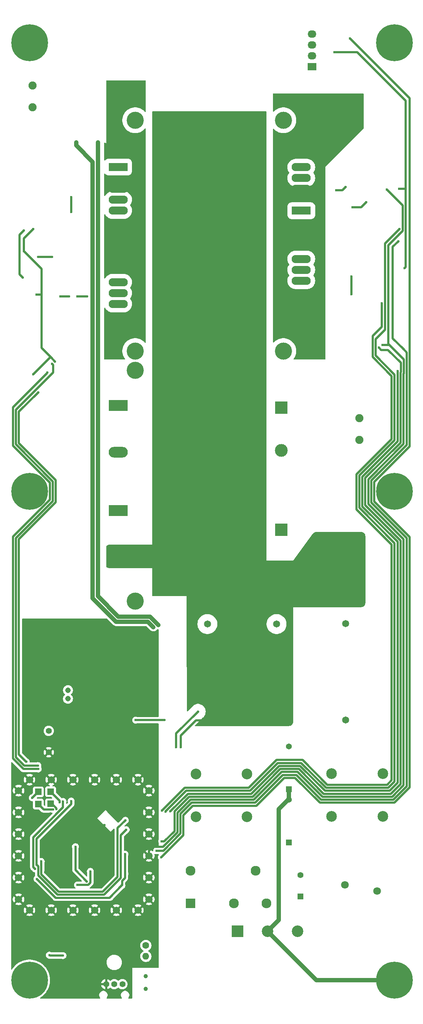
<source format=gbr>
%TF.GenerationSoftware,KiCad,Pcbnew,9.0.0*%
%TF.CreationDate,2025-06-29T21:09:51-04:00*%
%TF.ProjectId,RampedFetCoil,52616d70-6564-4466-9574-436f696c2e6b,rev?*%
%TF.SameCoordinates,Original*%
%TF.FileFunction,Copper,L2,Bot*%
%TF.FilePolarity,Positive*%
%FSLAX46Y46*%
G04 Gerber Fmt 4.6, Leading zero omitted, Abs format (unit mm)*
G04 Created by KiCad (PCBNEW 9.0.0) date 2025-06-29 21:09:51*
%MOMM*%
%LPD*%
G01*
G04 APERTURE LIST*
%TA.AperFunction,ComponentPad*%
%ADD10C,1.650000*%
%TD*%
%TA.AperFunction,ComponentPad*%
%ADD11C,0.900000*%
%TD*%
%TA.AperFunction,ComponentPad*%
%ADD12C,8.600000*%
%TD*%
%TA.AperFunction,ComponentPad*%
%ADD13R,1.422400X1.422400*%
%TD*%
%TA.AperFunction,ComponentPad*%
%ADD14C,1.422400*%
%TD*%
%TA.AperFunction,ComponentPad*%
%ADD15C,1.700000*%
%TD*%
%TA.AperFunction,ComponentPad*%
%ADD16C,1.905000*%
%TD*%
%TA.AperFunction,ComponentPad*%
%ADD17C,4.000000*%
%TD*%
%TA.AperFunction,ComponentPad*%
%ADD18C,1.408000*%
%TD*%
%TA.AperFunction,ComponentPad*%
%ADD19C,1.000000*%
%TD*%
%TA.AperFunction,ComponentPad*%
%ADD20C,2.500000*%
%TD*%
%TA.AperFunction,ComponentPad*%
%ADD21R,3.000000X3.000000*%
%TD*%
%TA.AperFunction,ComponentPad*%
%ADD22C,3.000000*%
%TD*%
%TA.AperFunction,ComponentPad*%
%ADD23R,4.500000X1.905000*%
%TD*%
%TA.AperFunction,ComponentPad*%
%ADD24O,4.500000X1.905000*%
%TD*%
%TA.AperFunction,ComponentPad*%
%ADD25R,1.371600X1.371600*%
%TD*%
%TA.AperFunction,ComponentPad*%
%ADD26C,1.371600*%
%TD*%
%TA.AperFunction,ComponentPad*%
%ADD27R,2.700000X2.700000*%
%TD*%
%TA.AperFunction,ComponentPad*%
%ADD28C,2.700000*%
%TD*%
%TA.AperFunction,ComponentPad*%
%ADD29C,1.400000*%
%TD*%
%TA.AperFunction,ComponentPad*%
%ADD30R,2.030000X1.730000*%
%TD*%
%TA.AperFunction,ComponentPad*%
%ADD31O,2.030000X1.730000*%
%TD*%
%TA.AperFunction,ComponentPad*%
%ADD32C,1.600000*%
%TD*%
%TA.AperFunction,ComponentPad*%
%ADD33O,1.600000X1.600000*%
%TD*%
%TA.AperFunction,ComponentPad*%
%ADD34R,4.500000X2.500000*%
%TD*%
%TA.AperFunction,ComponentPad*%
%ADD35O,4.500000X2.500000*%
%TD*%
%TA.AperFunction,ComponentPad*%
%ADD36C,1.800000*%
%TD*%
%TA.AperFunction,ComponentPad*%
%ADD37R,2.300000X2.300000*%
%TD*%
%TA.AperFunction,ComponentPad*%
%ADD38C,2.300000*%
%TD*%
%TA.AperFunction,ComponentPad*%
%ADD39C,1.308000*%
%TD*%
%TA.AperFunction,SMDPad,CuDef*%
%ADD40R,1.500000X1.500000*%
%TD*%
%TA.AperFunction,ViaPad*%
%ADD41C,0.600000*%
%TD*%
%TA.AperFunction,Conductor*%
%ADD42C,0.500000*%
%TD*%
%TA.AperFunction,Conductor*%
%ADD43C,1.000000*%
%TD*%
G04 APERTURE END LIST*
D10*
%TO.P,C29,1*%
%TO.N,VBUS*%
X141600000Y-163550000D03*
%TO.P,C29,2*%
%TO.N,GND*%
X141600000Y-186050000D03*
%TD*%
D11*
%TO.P,H6,1,1*%
%TO.N,unconnected-(H6-Pad1)_7*%
X80525000Y-132500000D03*
%TO.N,unconnected-(H6-Pad1)*%
X81469581Y-130219581D03*
%TO.N,unconnected-(H6-Pad1)_1*%
X81469581Y-134780419D03*
%TO.N,unconnected-(H6-Pad1)_2*%
X83750000Y-129275000D03*
D12*
%TO.N,unconnected-(H6-Pad1)_4*%
X83750000Y-132500000D03*
D11*
%TO.N,unconnected-(H6-Pad1)_6*%
X83750000Y-135725000D03*
%TO.N,unconnected-(H6-Pad1)_5*%
X86030419Y-130219581D03*
%TO.N,unconnected-(H6-Pad1)_3*%
X86030419Y-134780419D03*
%TO.N,unconnected-(H6-Pad1)_8*%
X86975000Y-132500000D03*
%TD*%
D13*
%TO.P,TH1,1*%
%TO.N,ACI1*%
X147200000Y-227200000D03*
D14*
%TO.P,TH1,2*%
%TO.N,ACI2*%
X147200000Y-222200000D03*
%TD*%
D15*
%TO.P,J2,1,Shield*%
%TO.N,GND*%
X81195406Y-202454594D03*
X81195406Y-207534594D03*
X81195406Y-212614594D03*
X81195406Y-217694594D03*
X81195406Y-222774594D03*
X81195406Y-227854594D03*
X83745406Y-199904594D03*
X83745406Y-230404594D03*
X88825406Y-199904594D03*
X88825406Y-230404594D03*
X93905406Y-199904594D03*
X93905406Y-230404594D03*
X98985406Y-199904594D03*
X98985406Y-230404594D03*
X104065406Y-199904594D03*
X104065406Y-230404594D03*
X109145406Y-199904594D03*
X109145406Y-230404594D03*
X111695406Y-202454594D03*
X111695406Y-207534594D03*
X111695406Y-212614594D03*
X111695406Y-217694594D03*
X111695406Y-222774594D03*
X111695406Y-227854594D03*
%TD*%
D16*
%TO.P,J4,1,Pin_1*%
%TO.N,SW2*%
X159940000Y-41200000D03*
X154860000Y-41200000D03*
%TD*%
D17*
%TO.P,HS2,1*%
%TO.N,unconnected-(HS2-Pad1)_1*%
X108500000Y-158186000D03*
%TO.N,unconnected-(HS2-Pad1)*%
X108500000Y-104250000D03*
%TD*%
D18*
%TO.P,C13,1*%
%TO.N,+12V*%
X88250000Y-188500000D03*
%TO.P,C13,2*%
%TO.N,GND*%
X88250000Y-193500000D03*
%TD*%
D19*
%TO.P,NE1,1*%
%TO.N,Net-(NE1-Pad1)*%
X111000000Y-245800000D03*
%TO.P,NE1,2*%
%TO.N,GND*%
X111000000Y-248800000D03*
%TD*%
D11*
%TO.P,H5,1,1*%
%TO.N,unconnected-(H5-Pad1)_1*%
X166025000Y-27750000D03*
%TO.N,unconnected-(H5-Pad1)*%
X166969581Y-25469581D03*
%TO.N,unconnected-(H5-Pad1)_8*%
X166969581Y-30030419D03*
%TO.N,unconnected-(H5-Pad1)_4*%
X169250000Y-24525000D03*
D12*
%TO.N,unconnected-(H5-Pad1)_2*%
X169250000Y-27750000D03*
D11*
%TO.N,unconnected-(H5-Pad1)_6*%
X169250000Y-30975000D03*
%TO.N,unconnected-(H5-Pad1)_3*%
X171530419Y-25469581D03*
%TO.N,unconnected-(H5-Pad1)_7*%
X171530419Y-30030419D03*
%TO.N,unconnected-(H5-Pad1)_5*%
X172475000Y-27750000D03*
%TD*%
D20*
%TO.P,FL2,1,1*%
%TO.N,Net-(C27-Pad2)*%
X154500000Y-198500000D03*
%TO.P,FL2,2,2*%
%TO.N,AC1*%
X166500000Y-198500000D03*
%TO.P,FL2,3,3*%
%TO.N,Net-(C28-Pad1)*%
X154500000Y-208500000D03*
%TO.P,FL2,4,4*%
%TO.N,AC2*%
X166500000Y-208500000D03*
%TD*%
D16*
%TO.P,J7,1,Pin_1*%
%TO.N,GND*%
X161000000Y-148750000D03*
X161000000Y-143670000D03*
%TD*%
D11*
%TO.P,H7,1,1*%
%TO.N,unconnected-(H7-Pad1)_8*%
X166025000Y-132500000D03*
%TO.N,unconnected-(H7-Pad1)_4*%
X166969581Y-130219581D03*
%TO.N,unconnected-(H7-Pad1)_1*%
X166969581Y-134780419D03*
%TO.N,unconnected-(H7-Pad1)_6*%
X169250000Y-129275000D03*
D12*
%TO.N,unconnected-(H7-Pad1)_2*%
X169250000Y-132500000D03*
D11*
%TO.N,unconnected-(H7-Pad1)_5*%
X169250000Y-135725000D03*
%TO.N,unconnected-(H7-Pad1)*%
X171530419Y-130219581D03*
%TO.N,unconnected-(H7-Pad1)_3*%
X171530419Y-134780419D03*
%TO.N,unconnected-(H7-Pad1)_7*%
X172475000Y-132500000D03*
%TD*%
D21*
%TO.P,C17,1*%
%TO.N,VBUS*%
X142750000Y-113000000D03*
D22*
%TO.P,C17,2*%
%TO.N,AC2*%
X142750000Y-123000000D03*
%TD*%
D23*
%TO.P,Q4,1,D*%
%TO.N,SW2*%
X147400000Y-88400000D03*
D24*
%TO.P,Q4,2,S*%
%TO.N,GND*%
X147400000Y-83320000D03*
%TO.P,Q4,3,DS*%
%TO.N,K_L2*%
X147400000Y-80780000D03*
%TO.P,Q4,4,G*%
%TO.N,G_L2*%
X147400000Y-78240000D03*
%TD*%
D23*
%TO.P,Q3,1,D*%
%TO.N,VBUS*%
X147400000Y-66960000D03*
D24*
%TO.P,Q3,2,S*%
%TO.N,SW2*%
X147400000Y-61880000D03*
%TO.P,Q3,3,DS*%
%TO.N,K_U2*%
X147400000Y-59340000D03*
%TO.P,Q3,4,G*%
%TO.N,G_U2*%
X147400000Y-56800000D03*
%TD*%
D25*
%TO.P,C28,1*%
%TO.N,Net-(C28-Pad1)*%
X144500000Y-214600000D03*
D26*
%TO.P,C28,2*%
%TO.N,Earth_Protective*%
X144500000Y-204600000D03*
%TD*%
D23*
%TO.P,Q2,1,D*%
%TO.N,SW1*%
X104500000Y-78590000D03*
D24*
%TO.P,Q2,2,S*%
%TO.N,GND*%
X104500000Y-83670000D03*
%TO.P,Q2,3,DS*%
%TO.N,K_L1*%
X104500000Y-86210000D03*
%TO.P,Q2,4,G*%
%TO.N,G_L1*%
X104500000Y-88750000D03*
%TD*%
D25*
%TO.P,C27,1*%
%TO.N,Earth_Protective*%
X144500000Y-202100000D03*
D26*
%TO.P,C27,2*%
%TO.N,Net-(C27-Pad2)*%
X144500000Y-192100000D03*
%TD*%
D10*
%TO.P,C22,1*%
%TO.N,AC1*%
X157800000Y-185950000D03*
%TO.P,C22,2*%
%TO.N,AC2*%
X157800000Y-163450000D03*
%TD*%
D16*
%TO.P,J5,1,Pin_1*%
%TO.N,Net-(J5-Pin_1)*%
X84500000Y-42790000D03*
X84500000Y-37710000D03*
%TD*%
D23*
%TO.P,Q1,1,D*%
%TO.N,VBUS*%
X104500000Y-56750000D03*
D24*
%TO.P,Q1,2,S*%
%TO.N,SW1*%
X104500000Y-61830000D03*
%TO.P,Q1,3,DS*%
%TO.N,K_U1*%
X104500000Y-64370000D03*
%TO.P,Q1,4,G*%
%TO.N,G_U1*%
X104500000Y-66910000D03*
%TD*%
D27*
%TO.P,J3,1,L*%
%TO.N,ACI1*%
X132500000Y-235312500D03*
D28*
%TO.P,J3,2,E*%
%TO.N,Earth_Protective*%
X139500000Y-235312500D03*
%TO.P,J3,3,N*%
%TO.N,Net-(J3-N)*%
X146500000Y-235312500D03*
%TD*%
D29*
%TO.P,U9,1,GND*%
%TO.N,GND*%
X101695000Y-247682500D03*
%TO.P,U9,2,OUT*%
%TO.N,Net-(Q6-G)*%
X103600000Y-247682500D03*
%TO.P,U9,3,VCC*%
%TO.N,+12V*%
X105505000Y-247682500D03*
%TD*%
D30*
%TO.P,M1,1,-*%
%TO.N,GND*%
X149950000Y-33300000D03*
D31*
%TO.P,M1,2,+*%
%TO.N,+12V*%
X149950000Y-30760000D03*
%TO.P,M1,3,Tacho*%
%TO.N,unconnected-(M1-Tacho-Pad3)*%
X149950000Y-28220000D03*
%TO.P,M1,4,PWM*%
%TO.N,Net-(M1-PWM)*%
X149950000Y-25680000D03*
%TD*%
D10*
%TO.P,C25,1*%
%TO.N,VBUS*%
X125400000Y-163550000D03*
%TO.P,C25,2*%
%TO.N,GND*%
X125400000Y-186050000D03*
%TD*%
D11*
%TO.P,H9,1,1*%
%TO.N,unconnected-(H9-Pad1)_4*%
X80525000Y-246750000D03*
%TO.N,unconnected-(H9-Pad1)_6*%
X81469581Y-244469581D03*
%TO.N,unconnected-(H9-Pad1)_1*%
X81469581Y-249030419D03*
%TO.N,unconnected-(H9-Pad1)*%
X83750000Y-243525000D03*
D12*
%TO.N,unconnected-(H9-Pad1)_8*%
X83750000Y-246750000D03*
D11*
%TO.N,unconnected-(H9-Pad1)_3*%
X83750000Y-249975000D03*
%TO.N,unconnected-(H9-Pad1)_2*%
X86030419Y-244469581D03*
%TO.N,unconnected-(H9-Pad1)_7*%
X86030419Y-249030419D03*
%TO.N,unconnected-(H9-Pad1)_5*%
X86975000Y-246750000D03*
%TD*%
D17*
%TO.P,HS1,1*%
%TO.N,unconnected-(HS1-Pad1)*%
X108500000Y-45814000D03*
%TO.N,unconnected-(HS1-Pad1)_2*%
X108500000Y-99750000D03*
%TO.N,unconnected-(HS1-Pad1)_3*%
X143200000Y-45814000D03*
%TO.N,unconnected-(HS1-Pad1)_1*%
X143200000Y-99750000D03*
%TD*%
D11*
%TO.P,H8,1,1*%
%TO.N,unconnected-(H8-Pad1)_4*%
X80525000Y-27750000D03*
%TO.N,unconnected-(H8-Pad1)_8*%
X81469581Y-25469581D03*
%TO.N,unconnected-(H8-Pad1)*%
X81469581Y-30030419D03*
%TO.N,unconnected-(H8-Pad1)_6*%
X83750000Y-24525000D03*
D12*
%TO.N,unconnected-(H8-Pad1)_2*%
X83750000Y-27750000D03*
D11*
%TO.N,unconnected-(H8-Pad1)_5*%
X83750000Y-30975000D03*
%TO.N,unconnected-(H8-Pad1)_7*%
X86030419Y-25469581D03*
%TO.N,unconnected-(H8-Pad1)_1*%
X86030419Y-30030419D03*
%TO.N,unconnected-(H8-Pad1)_3*%
X86975000Y-27750000D03*
%TD*%
D20*
%TO.P,FL1,1,1*%
%TO.N,Net-(J3-N)*%
X122700000Y-198600000D03*
%TO.P,FL1,2,2*%
%TO.N,Net-(C27-Pad2)*%
X134700000Y-198600000D03*
%TO.P,FL1,3,3*%
%TO.N,ACI2*%
X122700000Y-208600000D03*
%TO.P,FL1,4,4*%
%TO.N,Net-(C28-Pad1)*%
X134700000Y-208600000D03*
%TD*%
D32*
%TO.P,R51,1*%
%TO.N,VBUS*%
X111000000Y-238655000D03*
D33*
%TO.P,R51,2*%
%TO.N,Net-(NE1-Pad1)*%
X111000000Y-241195000D03*
%TD*%
D16*
%TO.P,J6,1,Pin_1*%
%TO.N,VBUS*%
X161000000Y-120500000D03*
X161000000Y-115420000D03*
%TD*%
D34*
%TO.P,D9,1,K*%
%TO.N,VBUS*%
X104500000Y-112486000D03*
D35*
%TO.P,D9,2,A*%
%TO.N,AC1*%
X104500000Y-123386000D03*
%TD*%
D34*
%TO.P,D10,1,K*%
%TO.N,AC1*%
X104500000Y-136986000D03*
D35*
%TO.P,D10,2,A*%
%TO.N,GND*%
X104500000Y-147886000D03*
%TD*%
D36*
%TO.P,RV1,1*%
%TO.N,AC1*%
X157650000Y-224500000D03*
%TO.P,RV1,2*%
%TO.N,AC2*%
X165150000Y-225900000D03*
%TD*%
D37*
%TO.P,K2,1*%
%TO.N,Net-(D6-A)*%
X121500000Y-228820000D03*
D38*
%TO.P,K2,2*%
%TO.N,ACI2*%
X131660000Y-228820000D03*
%TO.P,K2,3*%
%TO.N,ACI1*%
X139280000Y-228820000D03*
%TO.P,K2,4*%
%TO.N,unconnected-(K2-Pad4)*%
X136740000Y-221200000D03*
%TO.P,K2,5*%
%TO.N,+12V*%
X121500000Y-221200000D03*
%TD*%
D11*
%TO.P,H4,1,1*%
%TO.N,Earth_Protective*%
X166025000Y-246750000D03*
X166969581Y-244469581D03*
X166969581Y-249030419D03*
X169250000Y-243525000D03*
D12*
X169250000Y-246750000D03*
D11*
X169250000Y-249975000D03*
X171530419Y-244469581D03*
X171530419Y-249030419D03*
X172475000Y-246750000D03*
%TD*%
D39*
%TO.P,C12,1*%
%TO.N,Net-(D8-K)*%
X92750000Y-181000000D03*
%TO.P,C12,2*%
%TO.N,Net-(D7-K)*%
X92750000Y-179000000D03*
%TD*%
D21*
%TO.P,C16,1*%
%TO.N,AC2*%
X142750000Y-141500000D03*
D22*
%TO.P,C16,2*%
%TO.N,GND*%
X142750000Y-151500000D03*
%TD*%
D40*
%TO.P,TP4,1,1*%
%TO.N,+3V3*%
X85800000Y-202750000D03*
%TD*%
%TO.P,TP1,1,1*%
%TO.N,Net-(U1-PB0)*%
X85800000Y-205600000D03*
%TD*%
%TO.P,TP3,1,1*%
%TO.N,Net-(U1-PA6)*%
X88700000Y-202700000D03*
%TD*%
%TO.P,TP2,1,1*%
%TO.N,Net-(U1-PA7)*%
X88700000Y-205550000D03*
%TD*%
D41*
%TO.N,GND*%
X114500000Y-84600000D03*
X114500000Y-85350000D03*
X116000000Y-83100000D03*
X113000000Y-82350000D03*
X138750000Y-82950000D03*
X136500000Y-86700000D03*
X95390000Y-241300000D03*
X89751000Y-102200000D03*
X84600000Y-221800000D03*
X137250000Y-85950000D03*
X167400000Y-62000000D03*
X82400000Y-163400000D03*
X114500000Y-83100000D03*
X108500000Y-169250000D03*
X113000000Y-86100000D03*
X168050000Y-98350000D03*
X138000000Y-85950000D03*
X101281415Y-210495197D03*
X137250000Y-83700000D03*
X137250000Y-82950000D03*
X84637500Y-71237500D03*
X138750000Y-85200000D03*
X138000000Y-82200000D03*
X138000000Y-82950000D03*
X106400000Y-224200000D03*
X115250000Y-85350000D03*
X113750000Y-83100000D03*
X113750000Y-84600000D03*
X138750000Y-85950000D03*
X114500000Y-81600000D03*
X85400000Y-86600000D03*
X89300000Y-211400000D03*
X167800000Y-82400000D03*
X115250000Y-82350000D03*
X170400000Y-72435000D03*
X114500000Y-82350000D03*
X116000000Y-84600000D03*
X103300000Y-221100000D03*
X113000000Y-83100000D03*
X137250000Y-85200000D03*
X135750000Y-85200000D03*
X108500000Y-171250000D03*
X116000000Y-85350000D03*
X108500000Y-170250000D03*
X101000000Y-216750000D03*
X82400000Y-76365000D03*
X135750000Y-85950000D03*
X110500000Y-164500000D03*
X114500000Y-83850000D03*
X135750000Y-82200000D03*
X115250000Y-83850000D03*
X138000000Y-86700000D03*
X115250000Y-86100000D03*
X113750000Y-86100000D03*
X113750000Y-83850000D03*
X115250000Y-84600000D03*
X96500000Y-249750000D03*
X136500000Y-82200000D03*
X88721575Y-207778819D03*
X87400000Y-221500000D03*
X113750000Y-81600000D03*
X101250000Y-187750000D03*
X84600000Y-105200000D03*
X138000000Y-84450000D03*
X85500000Y-211012500D03*
X113000000Y-81600000D03*
X113000000Y-84600000D03*
X115250000Y-83100000D03*
X116000000Y-82350000D03*
X113000000Y-85350000D03*
X135750000Y-86700000D03*
X87400000Y-214000000D03*
X116000000Y-81600000D03*
X138750000Y-84450000D03*
X135750000Y-82950000D03*
X91500000Y-249750000D03*
X113000000Y-83850000D03*
X113750000Y-82350000D03*
X137250000Y-86700000D03*
X136500000Y-84450000D03*
X166400000Y-98300000D03*
X116000000Y-83850000D03*
X119200000Y-192300000D03*
X138750000Y-86700000D03*
X110500000Y-165250000D03*
X116000000Y-86100000D03*
X113750000Y-85350000D03*
X114500000Y-86100000D03*
X135750000Y-84450000D03*
X136500000Y-85950000D03*
X135750000Y-83700000D03*
X99200000Y-195400000D03*
X136500000Y-82950000D03*
X82700000Y-175900000D03*
X115250000Y-81600000D03*
X138000000Y-83700000D03*
X136500000Y-85200000D03*
X113562500Y-196300000D03*
X137250000Y-84450000D03*
X138000000Y-85200000D03*
X138750000Y-82200000D03*
X136500000Y-83700000D03*
X137250000Y-82200000D03*
X138750000Y-83700000D03*
%TO.N,+3V3*%
X106100000Y-221900000D03*
X106100000Y-217300000D03*
X170125000Y-74075000D03*
X84400000Y-204150000D03*
X85800000Y-109400000D03*
X88400000Y-240900000D03*
X171300000Y-99300000D03*
X85500000Y-223100000D03*
X83000000Y-195725000D03*
X91600000Y-241000000D03*
X105400000Y-224600000D03*
X113500000Y-216500000D03*
%TO.N,+12V*%
X155187500Y-29900000D03*
X170275000Y-61800000D03*
X116700000Y-207300000D03*
X82400000Y-71600000D03*
X115400000Y-186000000D03*
X169947000Y-104400000D03*
X82200000Y-82600000D03*
X108600000Y-186000000D03*
X171600000Y-80400000D03*
%TO.N,VBUS*%
X118100000Y-192300000D03*
X123201592Y-183992890D03*
%TO.N,SW1*%
X107000000Y-42000000D03*
X108500000Y-38250000D03*
X105500000Y-36750000D03*
X108500000Y-37500000D03*
X106250000Y-42000000D03*
X105500000Y-38250000D03*
X107750000Y-39750000D03*
X105500000Y-41250000D03*
X110000000Y-39000000D03*
X106250000Y-39750000D03*
X108500000Y-41250000D03*
X107750000Y-38250000D03*
X106250000Y-36750000D03*
X105500000Y-37500000D03*
X109250000Y-39750000D03*
X110000000Y-37500000D03*
X110750000Y-39000000D03*
X108500000Y-36750000D03*
X109250000Y-39000000D03*
X107750000Y-41250000D03*
X107750000Y-37500000D03*
X107000000Y-38250000D03*
X107000000Y-39000000D03*
X110000000Y-41250000D03*
X109250000Y-40500000D03*
X105500000Y-40500000D03*
X110750000Y-41250000D03*
X108500000Y-42000000D03*
X105500000Y-39750000D03*
X107000000Y-36750000D03*
X106250000Y-37500000D03*
X109250000Y-37500000D03*
X105500000Y-42000000D03*
X110000000Y-38250000D03*
X110000000Y-39750000D03*
X108500000Y-40500000D03*
X110750000Y-37500000D03*
X110750000Y-39750000D03*
X106250000Y-39000000D03*
X105500000Y-39000000D03*
X107750000Y-42000000D03*
X106250000Y-41250000D03*
X107000000Y-39750000D03*
X106250000Y-40500000D03*
X107750000Y-36750000D03*
X108500000Y-39000000D03*
X108500000Y-39750000D03*
X107000000Y-40500000D03*
X109250000Y-42000000D03*
X107750000Y-40500000D03*
X110000000Y-42000000D03*
X107750000Y-39000000D03*
X106250000Y-38250000D03*
X109250000Y-36750000D03*
X110750000Y-36750000D03*
X110750000Y-42000000D03*
X109250000Y-38250000D03*
X109250000Y-41250000D03*
X110000000Y-36750000D03*
X107000000Y-41250000D03*
X110000000Y-40500000D03*
X110750000Y-40500000D03*
X110750000Y-38250000D03*
X107000000Y-37500000D03*
%TO.N,NRST*%
X94500000Y-215565686D03*
X97200000Y-223700000D03*
%TO.N,GD_B*%
X86500000Y-219000000D03*
X106200000Y-209400000D03*
%TO.N,GD_A*%
X85050000Y-220750000D03*
X91600000Y-205000000D03*
%TO.N,TDO*%
X95000000Y-224500000D03*
X98000000Y-221328427D03*
%TO.N,GD_DIS*%
X106400000Y-211600000D03*
X85400000Y-219750000D03*
X93500000Y-204900000D03*
%TO.N,CTI+*%
X94670000Y-51000000D03*
X94670000Y-51670000D03*
X112750000Y-164250000D03*
%TO.N,CTI-*%
X99750000Y-51750000D03*
X99750000Y-51000000D03*
X113951000Y-163752530D03*
%TO.N,FAN*%
X158800000Y-26700000D03*
X114630331Y-218030331D03*
%TO.N,Net-(U6-V_{OUT})*%
X165557832Y-98942168D03*
X114695682Y-214295682D03*
%TO.N,K_L1*%
X95000000Y-87000000D03*
X97250000Y-87000000D03*
%TO.N,K_U2*%
X155600000Y-62200000D03*
X157800000Y-61400000D03*
%TO.N,GD_U1_+*%
X93500000Y-67250000D03*
X93500000Y-63750000D03*
%TO.N,GD_L1_-*%
X92999641Y-87009420D03*
X90971737Y-86984384D03*
%TO.N,GD_U2_-*%
X162600000Y-65000000D03*
X159400000Y-66200000D03*
%TO.N,GD_L2_+*%
X159100000Y-82300000D03*
X159100000Y-86500000D03*
%TO.N,Net-(U1-PB0)*%
X89250985Y-206850000D03*
%TO.N,Net-(U11-INB)*%
X85800000Y-197400000D03*
X87900000Y-104800000D03*
%TO.N,Net-(U11-DIS)*%
X85800000Y-77750000D03*
X85700000Y-196600000D03*
X89000000Y-102750000D03*
X89000000Y-77750000D03*
%TO.N,Net-(U14-DIS)*%
X170400000Y-71200000D03*
X115584123Y-207376539D03*
%TO.N,Net-(U14-INA)*%
X166234649Y-88565351D03*
X114800000Y-207100000D03*
%TO.N,Net-(U1-PA7)*%
X90085556Y-206762819D03*
%TO.N,Net-(U1-PA6)*%
X90820485Y-205179888D03*
%TD*%
D42*
%TO.N,GND*%
X171349000Y-201216456D02*
X168662456Y-203903000D01*
X167800000Y-75035000D02*
X167800000Y-82400000D01*
X168050000Y-98350000D02*
X171398000Y-101698000D01*
X115008636Y-215600000D02*
X112587919Y-215600000D01*
X82400000Y-76365000D02*
X82400000Y-73475000D01*
X136284728Y-204598000D02*
X121419272Y-204598000D01*
X155762456Y-203903000D02*
X155761456Y-203904000D01*
X170400000Y-72435000D02*
X171151000Y-71684000D01*
X88825000Y-101275000D02*
X86550000Y-99000000D01*
X171399000Y-103798561D02*
X171399000Y-105001439D01*
X118399000Y-212209636D02*
X115008636Y-215600000D01*
X89750000Y-102200000D02*
X88825000Y-101275000D01*
X171151000Y-71684000D02*
X171151000Y-65751000D01*
X163097000Y-135479728D02*
X171349000Y-143731728D01*
X155761456Y-203904000D02*
X153438544Y-203904000D01*
X171398000Y-101698000D02*
X171398000Y-103797561D01*
X111695406Y-216492513D02*
X111695406Y-217694594D01*
X86550000Y-86600000D02*
X85400000Y-86600000D01*
X153437544Y-203903000D02*
X152337544Y-203903000D01*
X163097000Y-129720272D02*
X163097000Y-135479728D01*
X119200000Y-192300000D02*
X119200000Y-189600000D01*
X86550000Y-99000000D02*
X86550000Y-80515000D01*
X86550000Y-80515000D02*
X82400000Y-76365000D01*
X167800000Y-98100000D02*
X168050000Y-98350000D01*
X152337544Y-203903000D02*
X146538544Y-198104000D01*
X168662456Y-203903000D02*
X155762456Y-203903000D01*
X119200000Y-189600000D02*
X122750000Y-186050000D01*
X142778728Y-198104000D02*
X136284728Y-204598000D01*
X171349000Y-121468272D02*
X163097000Y-129720272D01*
X112587919Y-215600000D02*
X111695406Y-216492513D01*
X171399000Y-105001439D02*
X171349000Y-105051439D01*
X167800000Y-82400000D02*
X167800000Y-98100000D01*
X171151000Y-65751000D02*
X167400000Y-62000000D01*
X171349000Y-105051439D02*
X171349000Y-121468272D01*
X166400000Y-98300000D02*
X166450000Y-98350000D01*
X122750000Y-186050000D02*
X125400000Y-186050000D01*
X146538544Y-198104000D02*
X142778728Y-198104000D01*
X88525000Y-101275000D02*
X84600000Y-105200000D01*
X118399000Y-207618272D02*
X118399000Y-212209636D01*
X82400000Y-73475000D02*
X84637500Y-71237500D01*
X171349000Y-143731728D02*
X171349000Y-201216456D01*
X121419272Y-204598000D02*
X118399000Y-207618272D01*
X171398000Y-103797561D02*
X171399000Y-103798561D01*
X170400000Y-72435000D02*
X167800000Y-75035000D01*
X89751000Y-102200000D02*
X89750000Y-102200000D01*
X153438544Y-203904000D02*
X153437544Y-203903000D01*
X88825000Y-101275000D02*
X88525000Y-101275000D01*
X166450000Y-98350000D02*
X168050000Y-98350000D01*
%TO.N,+3V3*%
X121709636Y-205299000D02*
X119100000Y-207908636D01*
X81253000Y-113947000D02*
X81253000Y-121270272D01*
X172099000Y-103507197D02*
X172100000Y-103508197D01*
X89900000Y-227500000D02*
X95700000Y-227500000D01*
X106100000Y-222891364D02*
X105454982Y-223536382D01*
X106100000Y-221900000D02*
X106100000Y-217300000D01*
X81253000Y-121270272D02*
X89903000Y-129920272D01*
X143069092Y-198805000D02*
X136575092Y-205299000D01*
X168800000Y-96800000D02*
X168800000Y-75400000D01*
X95700000Y-227500000D02*
X102500000Y-227500000D01*
X172099000Y-121709636D02*
X163798000Y-130010636D01*
X136575092Y-205299000D02*
X121709636Y-205299000D01*
X172099000Y-143490364D02*
X172099000Y-201457820D01*
X171300000Y-99300000D02*
X168800000Y-96800000D01*
X172099000Y-201457820D02*
X168952820Y-204604000D01*
X82975000Y-195725000D02*
X83000000Y-195725000D01*
X153147180Y-204604000D02*
X152047180Y-204604000D01*
X89903000Y-135079728D02*
X81253000Y-143729728D01*
X168952820Y-204604000D02*
X156052820Y-204604000D01*
X146248180Y-198805000D02*
X143069092Y-198805000D01*
X85500000Y-223100000D02*
X89900000Y-227500000D01*
X119100000Y-207908636D02*
X119100000Y-212500000D01*
X105454982Y-224545018D02*
X105400000Y-224600000D01*
X156052820Y-204604000D02*
X156051820Y-204605000D01*
X84400000Y-204150000D02*
X85800000Y-202750000D01*
X91600000Y-241000000D02*
X88500000Y-241000000D01*
X153148180Y-204605000D02*
X153147180Y-204604000D01*
X171300000Y-99300000D02*
X172099000Y-100099000D01*
X85800000Y-109400000D02*
X81253000Y-113947000D01*
X172099000Y-100099000D02*
X172099000Y-103507197D01*
X115100000Y-216500000D02*
X113500000Y-216500000D01*
X81253000Y-194003000D02*
X82975000Y-195725000D01*
X163798000Y-135189364D02*
X172099000Y-143490364D01*
X89903000Y-129920272D02*
X89903000Y-135079728D01*
X168800000Y-75400000D02*
X170125000Y-74075000D01*
X163798000Y-130010636D02*
X163798000Y-135189364D01*
X172099000Y-105292803D02*
X172099000Y-121709636D01*
X152047180Y-204604000D02*
X146248180Y-198805000D01*
X119100000Y-212500000D02*
X115100000Y-216500000D01*
X172100000Y-103508197D02*
X172100000Y-105291803D01*
X156051820Y-204605000D02*
X153148180Y-204605000D01*
X88500000Y-241000000D02*
X88400000Y-240900000D01*
X172100000Y-105291803D02*
X172099000Y-105292803D01*
X105454982Y-223536382D02*
X105454982Y-224545018D01*
X106100000Y-221900000D02*
X106100000Y-222891364D01*
X102500000Y-227500000D02*
X105400000Y-224600000D01*
X81253000Y-143729728D02*
X81253000Y-194003000D01*
%TO.N,+12V*%
X155187500Y-29900000D02*
X160500000Y-29900000D01*
X116700000Y-207300000D02*
X116734544Y-207300000D01*
X115400000Y-186000000D02*
X108600000Y-186000000D01*
X169947000Y-144312456D02*
X161695000Y-136060456D01*
X160500000Y-29900000D02*
X171852000Y-41252000D01*
X81400000Y-72600000D02*
X81400000Y-81800000D01*
X161695000Y-136060456D02*
X161695000Y-129139544D01*
X168081728Y-202501000D02*
X169947000Y-200635728D01*
X171600000Y-80400000D02*
X171852000Y-80148000D01*
X169947000Y-120887544D02*
X169947000Y-104400000D01*
X161695000Y-129139544D02*
X169947000Y-120887544D01*
X171852000Y-41252000D02*
X171852000Y-61800000D01*
X135704000Y-203196000D02*
X142198000Y-196702000D01*
X155180728Y-202502000D02*
X155181728Y-202501000D01*
X169947000Y-200635728D02*
X169947000Y-144312456D01*
X120838544Y-203196000D02*
X135704000Y-203196000D01*
X82400000Y-71600000D02*
X81400000Y-72600000D01*
X170275000Y-61800000D02*
X171852000Y-61800000D01*
X147119272Y-196702000D02*
X152918272Y-202501000D01*
X155181728Y-202501000D02*
X168081728Y-202501000D01*
X116734544Y-207300000D02*
X120838544Y-203196000D01*
X171852000Y-80148000D02*
X171852000Y-61800000D01*
X142198000Y-196702000D02*
X147119272Y-196702000D01*
X81400000Y-81800000D02*
X82200000Y-82600000D01*
X154019272Y-202502000D02*
X155180728Y-202502000D01*
X154018272Y-202501000D02*
X154019272Y-202502000D01*
X152918272Y-202501000D02*
X154018272Y-202501000D01*
%TO.N,VBUS*%
X118100000Y-192300000D02*
X118100000Y-189094482D01*
X123201592Y-183992890D02*
X118100000Y-189094482D01*
%TO.N,NRST*%
X94500000Y-221000000D02*
X94500000Y-215565686D01*
X94500000Y-221000000D02*
X97200000Y-223700000D01*
%TO.N,GD_B*%
X86500000Y-219000000D02*
X86500000Y-222000000D01*
X90599000Y-226099000D02*
X100901000Y-226099000D01*
X104400000Y-211200000D02*
X106200000Y-209400000D01*
X104400000Y-222600000D02*
X104400000Y-211200000D01*
X86500000Y-222000000D02*
X90599000Y-226099000D01*
X100901000Y-226099000D02*
X104400000Y-222600000D01*
%TO.N,GD_A*%
X91600000Y-206400000D02*
X84649000Y-213351000D01*
X91600000Y-205000000D02*
X91600000Y-206400000D01*
X84649000Y-213351000D02*
X84649000Y-220349000D01*
X84649000Y-220349000D02*
X85050000Y-220750000D01*
%TO.N,TDO*%
X98000000Y-221328427D02*
X98000000Y-223962075D01*
X98000000Y-223962075D02*
X97462075Y-224500000D01*
X97462075Y-224500000D02*
X95000000Y-224500000D01*
%TO.N,GD_DIS*%
X85400000Y-213700000D02*
X85400000Y-219750000D01*
X85800000Y-220150000D02*
X85800000Y-222300000D01*
X105100000Y-222900000D02*
X105100000Y-212900000D01*
X90300000Y-226800000D02*
X101200000Y-226800000D01*
X105100000Y-212900000D02*
X106400000Y-211600000D01*
X101200000Y-226800000D02*
X105100000Y-222900000D01*
X93500000Y-205600000D02*
X85400000Y-213700000D01*
X85800000Y-222300000D02*
X90300000Y-226800000D01*
X85400000Y-219750000D02*
X85800000Y-220150000D01*
X93500000Y-204900000D02*
X93500000Y-205600000D01*
D43*
%TO.N,CTI+*%
X111500001Y-163000001D02*
X112750000Y-164250000D01*
X94670000Y-51000000D02*
X94670000Y-51670000D01*
X98549000Y-55549000D02*
X98549000Y-157497470D01*
X98549000Y-157497470D02*
X104051530Y-163000000D01*
X94670000Y-51670000D02*
X98549000Y-55549000D01*
X104051530Y-163000000D02*
X111500001Y-163000001D01*
%TO.N,CTI-*%
X113951000Y-163752530D02*
X111997471Y-161799001D01*
X99750000Y-157000000D02*
X99750000Y-51750000D01*
X99750000Y-51750000D02*
X99750000Y-51000000D01*
X104549000Y-161799000D02*
X99750000Y-157000000D01*
X111997471Y-161799001D02*
X104549000Y-161799000D01*
D42*
%TO.N,FAN*%
X152857816Y-205306000D02*
X152856816Y-205305000D01*
X172800000Y-103216833D02*
X172801000Y-103217833D01*
X136865456Y-206000000D02*
X122000000Y-206000000D01*
X143359456Y-199506000D02*
X136865456Y-206000000D01*
X114630331Y-218030331D02*
X114600000Y-218000000D01*
X151756816Y-205305000D02*
X145957816Y-199506000D01*
X114600000Y-218000000D02*
X114600000Y-217991364D01*
X172800000Y-122000000D02*
X164499000Y-130301000D01*
X156342184Y-205306000D02*
X152857816Y-205306000D01*
X156343184Y-205305000D02*
X156342184Y-205306000D01*
X152856816Y-205305000D02*
X151756816Y-205305000D01*
X172801000Y-103217833D02*
X172801000Y-105582167D01*
X119800000Y-208200000D02*
X119800000Y-212860662D01*
X172800000Y-105583167D02*
X172800000Y-122000000D01*
X145957816Y-199506000D02*
X143359456Y-199506000D01*
X122000000Y-206000000D02*
X119800000Y-208200000D01*
X119800000Y-212860662D02*
X114630331Y-218030331D01*
X172800000Y-143200000D02*
X172800000Y-201748184D01*
X172800000Y-40700000D02*
X172800000Y-103216833D01*
X172801000Y-105582167D02*
X172800000Y-105583167D01*
X158800000Y-26700000D02*
X172800000Y-40700000D01*
X172800000Y-201748184D02*
X169243184Y-205305000D01*
X169243184Y-205305000D02*
X156343184Y-205305000D01*
X164499000Y-134899000D02*
X172800000Y-143200000D01*
X164499000Y-130301000D02*
X164499000Y-134899000D01*
D43*
%TO.N,Earth_Protective*%
X144500000Y-204400000D02*
X142100000Y-206800000D01*
X150937500Y-246750000D02*
X169250000Y-246750000D01*
X171250000Y-244750000D02*
X169250000Y-246750000D01*
X142100000Y-232712500D02*
X139500000Y-235312500D01*
X142100000Y-206800000D02*
X142100000Y-232712500D01*
X144500000Y-202100000D02*
X144500000Y-204400000D01*
X139500000Y-235312500D02*
X150937500Y-246750000D01*
D42*
%TO.N,Net-(U6-V_{OUT})*%
X117698000Y-207327908D02*
X117698000Y-211919272D01*
X162396000Y-135770092D02*
X170648000Y-144022092D01*
X168372092Y-203202000D02*
X155472092Y-203202000D01*
X170697000Y-102488364D02*
X170697000Y-104087925D01*
X152627908Y-203202000D02*
X146828908Y-197403000D01*
X170648000Y-144022092D02*
X170648000Y-200926092D01*
X153727908Y-203202000D02*
X152627908Y-203202000D01*
X170698000Y-104088925D02*
X170698000Y-104711075D01*
X117698000Y-211919272D02*
X115321590Y-214295682D01*
X162396000Y-129429908D02*
X162396000Y-135770092D01*
X170648000Y-104761075D02*
X170648000Y-121177908D01*
X170648000Y-200926092D02*
X168372092Y-203202000D01*
X165557832Y-98942168D02*
X166116663Y-99501000D01*
X121128908Y-203897000D02*
X117698000Y-207327908D01*
X155471092Y-203203000D02*
X153728908Y-203203000D01*
X170697000Y-104087925D02*
X170698000Y-104088925D01*
X142488364Y-197403000D02*
X135994364Y-203897000D01*
X155472092Y-203202000D02*
X155471092Y-203203000D01*
X170648000Y-121177908D02*
X162396000Y-129429908D01*
X146828908Y-197403000D02*
X142488364Y-197403000D01*
X115321590Y-214295682D02*
X114695682Y-214295682D01*
X166116663Y-99501000D02*
X167709636Y-99501000D01*
X170698000Y-104711075D02*
X170648000Y-104761075D01*
X135994364Y-203897000D02*
X121128908Y-203897000D01*
X153728908Y-203203000D02*
X153727908Y-203202000D01*
X167709636Y-99501000D02*
X170697000Y-102488364D01*
%TO.N,K_L1*%
X97250000Y-87000000D02*
X95000000Y-87000000D01*
%TO.N,K_U2*%
X157800000Y-61400000D02*
X157000000Y-62200000D01*
X157000000Y-62200000D02*
X155600000Y-62200000D01*
%TO.N,GD_U1_+*%
X93500000Y-63750000D02*
X93500000Y-67250000D01*
%TO.N,GD_L1_-*%
X92999641Y-87009420D02*
X91009420Y-87009420D01*
X91009420Y-87009420D02*
X91000000Y-87000000D01*
%TO.N,GD_U2_-*%
X161400000Y-66200000D02*
X159400000Y-66200000D01*
X162600000Y-65000000D02*
X161400000Y-66200000D01*
%TO.N,GD_L2_+*%
X159100000Y-86500000D02*
X159100000Y-82300000D01*
%TO.N,Net-(U1-PB0)*%
X87050000Y-206850000D02*
X85800000Y-205600000D01*
X89250985Y-206850000D02*
X87050000Y-206850000D01*
%TO.N,Net-(U11-INB)*%
X88501000Y-134499000D02*
X79851000Y-143149000D01*
X88501000Y-130501000D02*
X88501000Y-134499000D01*
X79851000Y-121851000D02*
X88501000Y-130501000D01*
X82308636Y-197400000D02*
X85800000Y-197400000D01*
X79851000Y-112899000D02*
X79851000Y-121851000D01*
X79851000Y-194942364D02*
X82308636Y-197400000D01*
X87850000Y-104900000D02*
X79851000Y-112899000D01*
X79851000Y-143149000D02*
X79851000Y-194942364D01*
%TO.N,Net-(U11-DIS)*%
X80552000Y-194652000D02*
X80552000Y-143439364D01*
X80552000Y-121560636D02*
X80552000Y-113448000D01*
X82500000Y-196600000D02*
X80552000Y-194652000D01*
X80552000Y-143439364D02*
X89202000Y-134789364D01*
X80552000Y-113448000D02*
X89251000Y-104749000D01*
X89000000Y-77750000D02*
X85800000Y-77750000D01*
X89202000Y-130210636D02*
X80552000Y-121560636D01*
X89202000Y-134789364D02*
X89202000Y-130210636D01*
X89251000Y-104749000D02*
X89251000Y-103001000D01*
X89251000Y-103001000D02*
X89000000Y-102750000D01*
X85800000Y-77750000D02*
X85750000Y-77750000D01*
X85700000Y-196600000D02*
X82500000Y-196600000D01*
%TO.N,Net-(U14-DIS)*%
X167791364Y-201800000D02*
X169246000Y-200345364D01*
X169246000Y-105246000D02*
X164800000Y-100800000D01*
X154890364Y-201801000D02*
X154891364Y-201800000D01*
X160994000Y-136350820D02*
X160994000Y-128849180D01*
X164800000Y-96937925D02*
X167000000Y-94737925D01*
X135405000Y-202495000D02*
X136190364Y-201709636D01*
X154309636Y-201801000D02*
X154890364Y-201801000D01*
X136190364Y-201709636D02*
X136190364Y-201701000D01*
X167000000Y-74600000D02*
X170400000Y-71200000D01*
X136190364Y-201701000D02*
X141890364Y-196001000D01*
X169246000Y-144602820D02*
X160994000Y-136350820D01*
X141890364Y-196001000D02*
X147409636Y-196001000D01*
X147409636Y-196001000D02*
X153208636Y-201800000D01*
X169246000Y-120597180D02*
X169246000Y-105246000D01*
X120405000Y-202495000D02*
X135405000Y-202495000D01*
X154891364Y-201800000D02*
X167791364Y-201800000D01*
X153208636Y-201800000D02*
X154308636Y-201800000D01*
X164800000Y-100800000D02*
X164800000Y-96937925D01*
X169246000Y-200345364D02*
X169246000Y-144602820D01*
X115584123Y-207376539D02*
X115584123Y-207315877D01*
X167000000Y-94737925D02*
X167000000Y-74600000D01*
X160994000Y-128849180D02*
X169246000Y-120597180D01*
X115584123Y-207315877D02*
X120405000Y-202495000D01*
X154308636Y-201800000D02*
X154309636Y-201801000D01*
%TO.N,Net-(U14-INA)*%
X120106000Y-201794000D02*
X135106000Y-201794000D01*
X162199000Y-201099000D02*
X154601000Y-201099000D01*
X114800000Y-207100000D02*
X120106000Y-201794000D01*
X164099000Y-97228289D02*
X164099000Y-100509636D01*
X153499000Y-201099000D02*
X154601000Y-201099000D01*
X164099000Y-101154000D02*
X168545000Y-105600000D01*
X160293000Y-128558816D02*
X160293000Y-129139544D01*
X160293000Y-136641184D02*
X160293000Y-136748000D01*
X141600000Y-195300000D02*
X147700000Y-195300000D01*
X166234649Y-88565351D02*
X166234649Y-94064351D01*
X168545000Y-105600000D02*
X168545000Y-120306816D01*
X168545000Y-120306816D02*
X160703636Y-128148180D01*
X168545000Y-200055000D02*
X167501000Y-201099000D01*
X160703636Y-128148180D02*
X160293000Y-128558816D01*
X164099000Y-96200000D02*
X164099000Y-96647561D01*
X135106000Y-201794000D02*
X141600000Y-195300000D01*
X147700000Y-195300000D02*
X153499000Y-201099000D01*
X160293000Y-129139544D02*
X160293000Y-136060456D01*
X167501000Y-201099000D02*
X162199000Y-201099000D01*
X168545000Y-145000000D02*
X168545000Y-200055000D01*
X164099000Y-100509636D02*
X164099000Y-101090364D01*
X160293000Y-136060456D02*
X160293000Y-136641184D01*
X164099000Y-96647561D02*
X164099000Y-97228289D01*
X166234649Y-94064351D02*
X164099000Y-96200000D01*
X164099000Y-101090364D02*
X164099000Y-101154000D01*
X160293000Y-136748000D02*
X168545000Y-145000000D01*
%TO.N,Net-(U1-PA7)*%
X90085556Y-206762819D02*
X90085556Y-206622496D01*
X90085556Y-206622496D02*
X89013060Y-205550000D01*
X89013060Y-205550000D02*
X88700000Y-205550000D01*
%TO.N,Net-(U1-PA6)*%
X90820485Y-205179888D02*
X90820485Y-204820485D01*
X90820485Y-204820485D02*
X88700000Y-202700000D01*
%TD*%
%TA.AperFunction,Conductor*%
%TO.N,SW1*%
G36*
X110943039Y-36519685D02*
G01*
X110988794Y-36572489D01*
X111000000Y-36624000D01*
X111000000Y-43782100D01*
X110980315Y-43849139D01*
X110927511Y-43894894D01*
X110858353Y-43904838D01*
X110794797Y-43875813D01*
X110779053Y-43859413D01*
X110740825Y-43811477D01*
X110502522Y-43573174D01*
X110347865Y-43449840D01*
X110239039Y-43363054D01*
X109953686Y-43183754D01*
X109953683Y-43183752D01*
X109650054Y-43037532D01*
X109331965Y-42926227D01*
X109331953Y-42926223D01*
X109003397Y-42851233D01*
X109003381Y-42851231D01*
X108668508Y-42813500D01*
X108668504Y-42813500D01*
X108331496Y-42813500D01*
X108331491Y-42813500D01*
X107996618Y-42851231D01*
X107996602Y-42851233D01*
X107668046Y-42926223D01*
X107668034Y-42926227D01*
X107349945Y-43037532D01*
X107046316Y-43183752D01*
X106760962Y-43363053D01*
X106497477Y-43573174D01*
X106259174Y-43811477D01*
X106049053Y-44074962D01*
X105869752Y-44360316D01*
X105723532Y-44663945D01*
X105612227Y-44982034D01*
X105612223Y-44982046D01*
X105537233Y-45310602D01*
X105537231Y-45310618D01*
X105499500Y-45645491D01*
X105499500Y-45982508D01*
X105537231Y-46317381D01*
X105537233Y-46317397D01*
X105612223Y-46645953D01*
X105612227Y-46645965D01*
X105723532Y-46964054D01*
X105869752Y-47267683D01*
X105869754Y-47267686D01*
X106049054Y-47553039D01*
X106194436Y-47735343D01*
X106251234Y-47806566D01*
X106259175Y-47816523D01*
X106497477Y-48054825D01*
X106760961Y-48264946D01*
X107046314Y-48444246D01*
X107349949Y-48590469D01*
X107588848Y-48674063D01*
X107668034Y-48701772D01*
X107668046Y-48701776D01*
X107996606Y-48776767D01*
X108331492Y-48814499D01*
X108331493Y-48814500D01*
X108331496Y-48814500D01*
X108668507Y-48814500D01*
X108668507Y-48814499D01*
X109003394Y-48776767D01*
X109331954Y-48701776D01*
X109650051Y-48590469D01*
X109953686Y-48444246D01*
X110239039Y-48264946D01*
X110502523Y-48054825D01*
X110740825Y-47816523D01*
X110773552Y-47775483D01*
X110830741Y-47735343D01*
X110900552Y-47732493D01*
X110960822Y-47767838D01*
X110992416Y-47830157D01*
X110994500Y-47852796D01*
X110994500Y-97711203D01*
X110974815Y-97778242D01*
X110922011Y-97823997D01*
X110852853Y-97833941D01*
X110789297Y-97804916D01*
X110773553Y-97788516D01*
X110740825Y-97747477D01*
X110502522Y-97509174D01*
X110435606Y-97455811D01*
X110239039Y-97299054D01*
X109953686Y-97119754D01*
X109953683Y-97119752D01*
X109650054Y-96973532D01*
X109331965Y-96862227D01*
X109331953Y-96862223D01*
X109003397Y-96787233D01*
X109003381Y-96787231D01*
X108668508Y-96749500D01*
X108668504Y-96749500D01*
X108331496Y-96749500D01*
X108331491Y-96749500D01*
X107996618Y-96787231D01*
X107996602Y-96787233D01*
X107668046Y-96862223D01*
X107668034Y-96862227D01*
X107349945Y-96973532D01*
X107046316Y-97119752D01*
X106760962Y-97299053D01*
X106497477Y-97509174D01*
X106259174Y-97747477D01*
X106049053Y-98010962D01*
X105869752Y-98296316D01*
X105723532Y-98599945D01*
X105612227Y-98918034D01*
X105612223Y-98918046D01*
X105537233Y-99246602D01*
X105537231Y-99246618D01*
X105499500Y-99581491D01*
X105499500Y-99918508D01*
X105537231Y-100253381D01*
X105537233Y-100253397D01*
X105612223Y-100581953D01*
X105612227Y-100581965D01*
X105723532Y-100900054D01*
X105869752Y-101203683D01*
X105869754Y-101203686D01*
X106049054Y-101489039D01*
X106096622Y-101548687D01*
X106123030Y-101613374D01*
X106110275Y-101682069D01*
X106062404Y-101732963D01*
X105999675Y-101750000D01*
X101374500Y-101750000D01*
X101307461Y-101730315D01*
X101261706Y-101677511D01*
X101250500Y-101626000D01*
X101250500Y-89737809D01*
X101270185Y-89670770D01*
X101322989Y-89625015D01*
X101392147Y-89615071D01*
X101455703Y-89644096D01*
X101481887Y-89675810D01*
X101575150Y-89837349D01*
X101731011Y-90040470D01*
X101912029Y-90221488D01*
X101912033Y-90221491D01*
X101912035Y-90221493D01*
X102115143Y-90377344D01*
X102115147Y-90377347D01*
X102336853Y-90505348D01*
X102336868Y-90505355D01*
X102459182Y-90556018D01*
X102573382Y-90603322D01*
X102820671Y-90669583D01*
X103074494Y-90703000D01*
X103074501Y-90703000D01*
X105925499Y-90703000D01*
X105925506Y-90703000D01*
X106179329Y-90669583D01*
X106426618Y-90603322D01*
X106663143Y-90505350D01*
X106884857Y-90377344D01*
X107087965Y-90221493D01*
X107268993Y-90040465D01*
X107424844Y-89837357D01*
X107552850Y-89615643D01*
X107650822Y-89379118D01*
X107717083Y-89131829D01*
X107750500Y-88878006D01*
X107750500Y-88621994D01*
X107717083Y-88368171D01*
X107650822Y-88120882D01*
X107552850Y-87884357D01*
X107505733Y-87802747D01*
X107424844Y-87662642D01*
X107342620Y-87555487D01*
X107317425Y-87490318D01*
X107331463Y-87421873D01*
X107342620Y-87404513D01*
X107424844Y-87297357D01*
X107518113Y-87135810D01*
X107552850Y-87075643D01*
X107650822Y-86839118D01*
X107717083Y-86591829D01*
X107750500Y-86338006D01*
X107750500Y-86081994D01*
X107717083Y-85828171D01*
X107650822Y-85580882D01*
X107552850Y-85344357D01*
X107505733Y-85262747D01*
X107424844Y-85122642D01*
X107342620Y-85015487D01*
X107317425Y-84950318D01*
X107331463Y-84881873D01*
X107342620Y-84864513D01*
X107424844Y-84757357D01*
X107518113Y-84595810D01*
X107552850Y-84535643D01*
X107650822Y-84299118D01*
X107717083Y-84051829D01*
X107750500Y-83798006D01*
X107750500Y-83541994D01*
X107717083Y-83288171D01*
X107650822Y-83040882D01*
X107552850Y-82804357D01*
X107505733Y-82722747D01*
X107424847Y-82582647D01*
X107268988Y-82379529D01*
X107087970Y-82198511D01*
X106884852Y-82042652D01*
X106663146Y-81914651D01*
X106663131Y-81914644D01*
X106426616Y-81816677D01*
X106311849Y-81785925D01*
X106179329Y-81750417D01*
X106122923Y-81742991D01*
X105925513Y-81717000D01*
X105925506Y-81717000D01*
X103074494Y-81717000D01*
X103074486Y-81717000D01*
X102848873Y-81746704D01*
X102820671Y-81750417D01*
X102754411Y-81768171D01*
X102573383Y-81816677D01*
X102336868Y-81914644D01*
X102336853Y-81914651D01*
X102115147Y-82042652D01*
X101912029Y-82198511D01*
X101731011Y-82379529D01*
X101575152Y-82582647D01*
X101481887Y-82744190D01*
X101431320Y-82792405D01*
X101362713Y-82805629D01*
X101297849Y-82779661D01*
X101257320Y-82722747D01*
X101250500Y-82682190D01*
X101250500Y-67897809D01*
X101270185Y-67830770D01*
X101322989Y-67785015D01*
X101392147Y-67775071D01*
X101455703Y-67804096D01*
X101481887Y-67835810D01*
X101575150Y-67997349D01*
X101731011Y-68200470D01*
X101912029Y-68381488D01*
X101912033Y-68381491D01*
X101912035Y-68381493D01*
X102115143Y-68537344D01*
X102115147Y-68537347D01*
X102336853Y-68665348D01*
X102336868Y-68665355D01*
X102459182Y-68716018D01*
X102573382Y-68763322D01*
X102820671Y-68829583D01*
X103074494Y-68863000D01*
X103074501Y-68863000D01*
X105925499Y-68863000D01*
X105925506Y-68863000D01*
X106179329Y-68829583D01*
X106426618Y-68763322D01*
X106663143Y-68665350D01*
X106884857Y-68537344D01*
X107087965Y-68381493D01*
X107268993Y-68200465D01*
X107424844Y-67997357D01*
X107552850Y-67775643D01*
X107650822Y-67539118D01*
X107717083Y-67291829D01*
X107750500Y-67038006D01*
X107750500Y-66781994D01*
X107717083Y-66528171D01*
X107650822Y-66280882D01*
X107552850Y-66044357D01*
X107505733Y-65962747D01*
X107424844Y-65822642D01*
X107342620Y-65715487D01*
X107317425Y-65650318D01*
X107331463Y-65581873D01*
X107342620Y-65564513D01*
X107424844Y-65457357D01*
X107518113Y-65295810D01*
X107552850Y-65235643D01*
X107650822Y-64999118D01*
X107717083Y-64751829D01*
X107750500Y-64498006D01*
X107750500Y-64241994D01*
X107717083Y-63988171D01*
X107650822Y-63740882D01*
X107552850Y-63504357D01*
X107505733Y-63422747D01*
X107424847Y-63282647D01*
X107268988Y-63079529D01*
X107087970Y-62898511D01*
X106884852Y-62742652D01*
X106663146Y-62614651D01*
X106663131Y-62614644D01*
X106426616Y-62516677D01*
X106311849Y-62485925D01*
X106179329Y-62450417D01*
X106122923Y-62442991D01*
X105925513Y-62417000D01*
X105925506Y-62417000D01*
X103074494Y-62417000D01*
X103074486Y-62417000D01*
X102848873Y-62446704D01*
X102820671Y-62450417D01*
X102754411Y-62468171D01*
X102573383Y-62516677D01*
X102336868Y-62614644D01*
X102336853Y-62614651D01*
X102115147Y-62742652D01*
X101912029Y-62898511D01*
X101731011Y-63079529D01*
X101575152Y-63282647D01*
X101481887Y-63444190D01*
X101431320Y-63492405D01*
X101362713Y-63505629D01*
X101297849Y-63479661D01*
X101257320Y-63422747D01*
X101250500Y-63382190D01*
X101250500Y-58408220D01*
X101270185Y-58341181D01*
X101322989Y-58295426D01*
X101392147Y-58285482D01*
X101455703Y-58314507D01*
X101470602Y-58329859D01*
X101538890Y-58413609D01*
X101632803Y-58490184D01*
X101696593Y-58542198D01*
X101876951Y-58636409D01*
X102072582Y-58692386D01*
X102191963Y-58703000D01*
X106808036Y-58702999D01*
X106927418Y-58692386D01*
X107123049Y-58636409D01*
X107303407Y-58542198D01*
X107461109Y-58413609D01*
X107589698Y-58255907D01*
X107683909Y-58075549D01*
X107739886Y-57879918D01*
X107750500Y-57760537D01*
X107750499Y-55739464D01*
X107739886Y-55620082D01*
X107683909Y-55424451D01*
X107589698Y-55244093D01*
X107482881Y-55113092D01*
X107461109Y-55086390D01*
X107303409Y-54957804D01*
X107303410Y-54957804D01*
X107303407Y-54957802D01*
X107123049Y-54863591D01*
X107123048Y-54863590D01*
X107123045Y-54863589D01*
X107005829Y-54830050D01*
X106927418Y-54807614D01*
X106927415Y-54807613D01*
X106927413Y-54807613D01*
X106861102Y-54801717D01*
X106808037Y-54797000D01*
X106808032Y-54797000D01*
X102191971Y-54797000D01*
X102191965Y-54797000D01*
X102191964Y-54797001D01*
X102180316Y-54798036D01*
X102072584Y-54807613D01*
X101876954Y-54863589D01*
X101786772Y-54910696D01*
X101696593Y-54957802D01*
X101696591Y-54957803D01*
X101696590Y-54957804D01*
X101538890Y-55086390D01*
X101470602Y-55170140D01*
X101412981Y-55209657D01*
X101343142Y-55211749D01*
X101283260Y-55175751D01*
X101252345Y-55113092D01*
X101250500Y-55091779D01*
X101250500Y-51164521D01*
X101252706Y-51157005D01*
X101251441Y-51149276D01*
X101262411Y-51123955D01*
X101270185Y-51097482D01*
X101276103Y-51092353D01*
X101279218Y-51085165D01*
X101302139Y-51069792D01*
X101322989Y-51051727D01*
X101330740Y-51050612D01*
X101337247Y-51046249D01*
X101364836Y-51045709D01*
X101392147Y-51041783D01*
X101401043Y-51045002D01*
X101407103Y-51044884D01*
X101439484Y-51058913D01*
X101650243Y-51188611D01*
X101697020Y-51240510D01*
X101707130Y-51271364D01*
X101750000Y-51499999D01*
X101750000Y-36624000D01*
X101769685Y-36556961D01*
X101822489Y-36511206D01*
X101874000Y-36500000D01*
X110876000Y-36500000D01*
X110943039Y-36519685D01*
G37*
%TD.AperFunction*%
%TD*%
%TA.AperFunction,Conductor*%
%TO.N,SW2*%
G36*
X153000000Y-56749999D02*
G01*
X153000000Y-101626000D01*
X152980315Y-101693039D01*
X152927511Y-101738794D01*
X152876000Y-101750000D01*
X145700325Y-101750000D01*
X145633286Y-101730315D01*
X145587531Y-101677511D01*
X145577587Y-101608353D01*
X145603378Y-101548687D01*
X145650946Y-101489039D01*
X145830246Y-101203686D01*
X145976469Y-100900051D01*
X146087776Y-100581954D01*
X146162767Y-100253394D01*
X146200500Y-99918504D01*
X146200500Y-99581496D01*
X146162767Y-99246606D01*
X146087776Y-98918046D01*
X145976469Y-98599949D01*
X145830246Y-98296314D01*
X145650946Y-98010961D01*
X145440825Y-97747477D01*
X145202523Y-97509175D01*
X144939039Y-97299054D01*
X144653686Y-97119754D01*
X144653683Y-97119752D01*
X144350054Y-96973532D01*
X144031965Y-96862227D01*
X144031953Y-96862223D01*
X143703397Y-96787233D01*
X143703381Y-96787231D01*
X143368508Y-96749500D01*
X143368504Y-96749500D01*
X143031496Y-96749500D01*
X143031491Y-96749500D01*
X142696618Y-96787231D01*
X142696602Y-96787233D01*
X142368046Y-96862223D01*
X142368034Y-96862227D01*
X142049945Y-96973532D01*
X141746316Y-97119752D01*
X141460962Y-97299053D01*
X141197477Y-97509174D01*
X140967181Y-97739471D01*
X140905858Y-97772956D01*
X140836166Y-97767972D01*
X140780233Y-97726100D01*
X140755816Y-97660636D01*
X140755500Y-97651790D01*
X140755500Y-78111986D01*
X144149500Y-78111986D01*
X144149500Y-78368013D01*
X144175491Y-78565423D01*
X144182917Y-78621829D01*
X144218425Y-78754349D01*
X144249177Y-78869116D01*
X144347144Y-79105631D01*
X144347151Y-79105646D01*
X144475155Y-79327356D01*
X144557380Y-79434514D01*
X144582574Y-79499683D01*
X144568536Y-79568128D01*
X144557380Y-79585486D01*
X144475155Y-79692643D01*
X144347151Y-79914353D01*
X144347144Y-79914368D01*
X144249177Y-80150883D01*
X144182917Y-80398172D01*
X144149500Y-80651986D01*
X144149500Y-80908013D01*
X144175491Y-81105423D01*
X144182917Y-81161829D01*
X144218425Y-81294349D01*
X144249177Y-81409116D01*
X144347144Y-81645631D01*
X144347151Y-81645646D01*
X144475155Y-81867356D01*
X144557380Y-81974514D01*
X144582574Y-82039683D01*
X144568536Y-82108128D01*
X144557380Y-82125486D01*
X144475155Y-82232643D01*
X144347151Y-82454353D01*
X144347144Y-82454368D01*
X144249177Y-82690883D01*
X144182917Y-82938172D01*
X144149500Y-83191986D01*
X144149500Y-83448013D01*
X144175491Y-83645423D01*
X144182917Y-83701829D01*
X144218425Y-83834349D01*
X144249177Y-83949116D01*
X144347144Y-84185631D01*
X144347151Y-84185646D01*
X144475152Y-84407352D01*
X144631011Y-84610470D01*
X144812029Y-84791488D01*
X144812033Y-84791491D01*
X144812035Y-84791493D01*
X145015143Y-84947344D01*
X145015147Y-84947347D01*
X145236853Y-85075348D01*
X145236868Y-85075355D01*
X145359182Y-85126018D01*
X145473382Y-85173322D01*
X145720671Y-85239583D01*
X145974494Y-85273000D01*
X145974501Y-85273000D01*
X148825499Y-85273000D01*
X148825506Y-85273000D01*
X149079329Y-85239583D01*
X149326618Y-85173322D01*
X149563143Y-85075350D01*
X149784857Y-84947344D01*
X149987965Y-84791493D01*
X150168993Y-84610465D01*
X150324844Y-84407357D01*
X150452850Y-84185643D01*
X150550822Y-83949118D01*
X150617083Y-83701829D01*
X150650500Y-83448006D01*
X150650500Y-83191994D01*
X150617083Y-82938171D01*
X150550822Y-82690882D01*
X150452850Y-82454357D01*
X150452848Y-82454353D01*
X150324844Y-82232642D01*
X150242620Y-82125487D01*
X150217425Y-82060318D01*
X150231463Y-81991873D01*
X150242620Y-81974513D01*
X150324844Y-81867357D01*
X150452848Y-81645646D01*
X150452850Y-81645643D01*
X150550822Y-81409118D01*
X150617083Y-81161829D01*
X150650500Y-80908006D01*
X150650500Y-80651994D01*
X150617083Y-80398171D01*
X150550822Y-80150882D01*
X150452850Y-79914357D01*
X150452848Y-79914353D01*
X150324844Y-79692642D01*
X150242620Y-79585487D01*
X150217425Y-79520318D01*
X150231463Y-79451873D01*
X150242620Y-79434513D01*
X150324844Y-79327357D01*
X150452848Y-79105646D01*
X150452850Y-79105643D01*
X150550822Y-78869118D01*
X150617083Y-78621829D01*
X150650500Y-78368006D01*
X150650500Y-78111994D01*
X150617083Y-77858171D01*
X150550822Y-77610882D01*
X150452850Y-77374357D01*
X150452848Y-77374353D01*
X150324847Y-77152647D01*
X150168988Y-76949529D01*
X149987970Y-76768511D01*
X149784852Y-76612652D01*
X149563146Y-76484651D01*
X149563131Y-76484644D01*
X149326616Y-76386677D01*
X149211849Y-76355925D01*
X149079329Y-76320417D01*
X149022923Y-76312991D01*
X148825513Y-76287000D01*
X148825506Y-76287000D01*
X145974494Y-76287000D01*
X145974486Y-76287000D01*
X145748873Y-76316704D01*
X145720671Y-76320417D01*
X145654411Y-76338171D01*
X145473383Y-76386677D01*
X145236868Y-76484644D01*
X145236853Y-76484651D01*
X145015147Y-76612652D01*
X144812029Y-76768511D01*
X144631011Y-76949529D01*
X144475152Y-77152647D01*
X144347151Y-77374353D01*
X144347144Y-77374368D01*
X144249177Y-77610883D01*
X144182917Y-77858172D01*
X144149500Y-78111986D01*
X140755500Y-78111986D01*
X140755500Y-65949466D01*
X144149500Y-65949466D01*
X144149500Y-67970528D01*
X144149501Y-67970534D01*
X144160113Y-68089915D01*
X144216089Y-68285545D01*
X144216090Y-68285548D01*
X144216091Y-68285549D01*
X144310302Y-68465907D01*
X144310304Y-68465909D01*
X144438890Y-68623609D01*
X144532803Y-68700184D01*
X144596593Y-68752198D01*
X144776951Y-68846409D01*
X144972582Y-68902386D01*
X145091963Y-68913000D01*
X149708036Y-68912999D01*
X149827418Y-68902386D01*
X150023049Y-68846409D01*
X150203407Y-68752198D01*
X150361109Y-68623609D01*
X150489698Y-68465907D01*
X150583909Y-68285549D01*
X150639886Y-68089918D01*
X150650500Y-67970537D01*
X150650499Y-65949464D01*
X150639886Y-65830082D01*
X150583909Y-65634451D01*
X150489698Y-65454093D01*
X150437684Y-65390303D01*
X150361109Y-65296390D01*
X150203409Y-65167804D01*
X150203410Y-65167804D01*
X150203407Y-65167802D01*
X150023049Y-65073591D01*
X150023048Y-65073590D01*
X150023045Y-65073589D01*
X149905829Y-65040050D01*
X149827418Y-65017614D01*
X149827415Y-65017613D01*
X149827413Y-65017613D01*
X149761102Y-65011717D01*
X149708037Y-65007000D01*
X149708032Y-65007000D01*
X145091971Y-65007000D01*
X145091965Y-65007000D01*
X145091964Y-65007001D01*
X145080316Y-65008036D01*
X144972584Y-65017613D01*
X144776954Y-65073589D01*
X144686772Y-65120696D01*
X144596593Y-65167802D01*
X144596591Y-65167803D01*
X144596590Y-65167804D01*
X144438890Y-65296390D01*
X144310304Y-65454090D01*
X144216089Y-65634454D01*
X144160114Y-65830083D01*
X144160113Y-65830086D01*
X144149500Y-65949466D01*
X140755500Y-65949466D01*
X140755500Y-56671986D01*
X144149500Y-56671986D01*
X144149500Y-56928013D01*
X144175491Y-57125423D01*
X144182917Y-57181829D01*
X144218425Y-57314349D01*
X144249177Y-57429116D01*
X144347144Y-57665631D01*
X144347151Y-57665646D01*
X144475155Y-57887356D01*
X144557380Y-57994514D01*
X144582574Y-58059683D01*
X144568536Y-58128128D01*
X144557380Y-58145486D01*
X144475155Y-58252643D01*
X144347151Y-58474353D01*
X144347144Y-58474368D01*
X144249177Y-58710883D01*
X144182917Y-58958172D01*
X144149500Y-59211986D01*
X144149500Y-59468013D01*
X144175491Y-59665423D01*
X144182917Y-59721829D01*
X144218425Y-59854349D01*
X144249177Y-59969116D01*
X144347144Y-60205631D01*
X144347151Y-60205646D01*
X144475152Y-60427352D01*
X144631011Y-60630470D01*
X144812029Y-60811488D01*
X144812033Y-60811491D01*
X144812035Y-60811493D01*
X145015143Y-60967344D01*
X145015147Y-60967347D01*
X145236853Y-61095348D01*
X145236868Y-61095355D01*
X145359182Y-61146018D01*
X145473382Y-61193322D01*
X145720671Y-61259583D01*
X145974494Y-61293000D01*
X145974501Y-61293000D01*
X148825499Y-61293000D01*
X148825506Y-61293000D01*
X149079329Y-61259583D01*
X149326618Y-61193322D01*
X149563143Y-61095350D01*
X149784857Y-60967344D01*
X149987965Y-60811493D01*
X150168993Y-60630465D01*
X150324844Y-60427357D01*
X150452850Y-60205643D01*
X150550822Y-59969118D01*
X150617083Y-59721829D01*
X150650500Y-59468006D01*
X150650500Y-59211994D01*
X150617083Y-58958171D01*
X150550822Y-58710882D01*
X150452850Y-58474357D01*
X150452848Y-58474353D01*
X150324844Y-58252642D01*
X150242620Y-58145487D01*
X150217425Y-58080318D01*
X150231463Y-58011873D01*
X150242620Y-57994513D01*
X150324844Y-57887357D01*
X150452848Y-57665646D01*
X150452850Y-57665643D01*
X150550822Y-57429118D01*
X150617083Y-57181829D01*
X150650500Y-56928006D01*
X150650500Y-56671994D01*
X150617083Y-56418171D01*
X150550822Y-56170882D01*
X150452850Y-55934357D01*
X150452848Y-55934353D01*
X150324847Y-55712647D01*
X150168988Y-55509529D01*
X149987970Y-55328511D01*
X149784852Y-55172652D01*
X149563146Y-55044651D01*
X149563131Y-55044644D01*
X149326616Y-54946677D01*
X149211849Y-54915925D01*
X149079329Y-54880417D01*
X149022923Y-54872991D01*
X148825513Y-54847000D01*
X148825506Y-54847000D01*
X145974494Y-54847000D01*
X145974486Y-54847000D01*
X145748873Y-54876704D01*
X145720671Y-54880417D01*
X145654411Y-54898171D01*
X145473383Y-54946677D01*
X145236868Y-55044644D01*
X145236853Y-55044651D01*
X145015147Y-55172652D01*
X144812029Y-55328511D01*
X144631011Y-55509529D01*
X144475152Y-55712647D01*
X144347151Y-55934353D01*
X144347144Y-55934368D01*
X144249177Y-56170883D01*
X144182917Y-56418172D01*
X144149500Y-56671986D01*
X140755500Y-56671986D01*
X140755500Y-47912210D01*
X140775185Y-47845171D01*
X140827989Y-47799416D01*
X140897147Y-47789472D01*
X140960703Y-47818497D01*
X140967181Y-47824529D01*
X141197477Y-48054825D01*
X141460961Y-48264946D01*
X141746314Y-48444246D01*
X142049949Y-48590469D01*
X142288848Y-48674063D01*
X142368034Y-48701772D01*
X142368046Y-48701776D01*
X142696606Y-48776767D01*
X143031492Y-48814499D01*
X143031493Y-48814500D01*
X143031496Y-48814500D01*
X143368507Y-48814500D01*
X143368507Y-48814499D01*
X143703394Y-48776767D01*
X144031954Y-48701776D01*
X144350051Y-48590469D01*
X144653686Y-48444246D01*
X144939039Y-48264946D01*
X145202523Y-48054825D01*
X145440825Y-47816523D01*
X145650946Y-47553039D01*
X145830246Y-47267686D01*
X145976469Y-46964051D01*
X146087776Y-46645954D01*
X146162767Y-46317394D01*
X146200500Y-45982504D01*
X146200500Y-45645496D01*
X146162767Y-45310606D01*
X146087776Y-44982046D01*
X145976469Y-44663949D01*
X145830246Y-44360314D01*
X145650946Y-44074961D01*
X145440825Y-43811477D01*
X145202523Y-43573175D01*
X144939039Y-43363054D01*
X144653686Y-43183754D01*
X144653683Y-43183752D01*
X144350054Y-43037532D01*
X144031965Y-42926227D01*
X144031953Y-42926223D01*
X143703397Y-42851233D01*
X143703381Y-42851231D01*
X143368508Y-42813500D01*
X143368504Y-42813500D01*
X143031496Y-42813500D01*
X143031491Y-42813500D01*
X142696618Y-42851231D01*
X142696602Y-42851233D01*
X142368046Y-42926223D01*
X142368034Y-42926227D01*
X142049945Y-43037532D01*
X141746316Y-43183752D01*
X141460962Y-43363053D01*
X141197477Y-43573174D01*
X140961681Y-43808971D01*
X140900358Y-43842456D01*
X140830666Y-43837472D01*
X140774733Y-43795600D01*
X140750316Y-43730136D01*
X140750000Y-43721290D01*
X140750000Y-39674000D01*
X140769685Y-39606961D01*
X140822489Y-39561206D01*
X140874000Y-39550000D01*
X153000000Y-39550000D01*
X153000000Y-56749999D01*
G37*
%TD.AperFunction*%
%TD*%
%TA.AperFunction,Conductor*%
%TO.N,GND*%
G36*
X116250000Y-150500000D02*
G01*
X102506093Y-150500000D01*
X102493939Y-150499403D01*
X102317065Y-150481982D01*
X102293224Y-150477240D01*
X102129001Y-150427424D01*
X102106543Y-150418121D01*
X101955201Y-150337227D01*
X101934989Y-150323722D01*
X101802334Y-150214855D01*
X101785141Y-150197661D01*
X101778642Y-150189741D01*
X101751333Y-150125430D01*
X101750500Y-150111082D01*
X101750500Y-145388916D01*
X101770185Y-145321877D01*
X101778639Y-145310261D01*
X101785149Y-145302328D01*
X101802328Y-145285149D01*
X101934995Y-145176272D01*
X101955195Y-145162775D01*
X102106549Y-145081875D01*
X102128994Y-145072577D01*
X102293232Y-145022757D01*
X102317056Y-145018018D01*
X102493939Y-145000597D01*
X102506093Y-145000000D01*
X112500000Y-145000000D01*
X116250000Y-145000000D01*
X116250000Y-150500000D01*
G37*
%TD.AperFunction*%
%TD*%
%TA.AperFunction,Conductor*%
%TO.N,GND*%
G36*
X101902286Y-162269685D02*
G01*
X101922928Y-162286319D01*
X103413745Y-163777137D01*
X103413749Y-163777140D01*
X103577609Y-163886628D01*
X103577615Y-163886631D01*
X103577616Y-163886632D01*
X103759695Y-163962052D01*
X103952985Y-164000500D01*
X103952988Y-164000501D01*
X103952990Y-164000501D01*
X104157667Y-164000501D01*
X104157683Y-164000500D01*
X111034218Y-164000500D01*
X111101257Y-164020185D01*
X111121899Y-164036819D01*
X112112215Y-165027137D01*
X112112219Y-165027140D01*
X112276079Y-165136628D01*
X112276085Y-165136631D01*
X112276086Y-165136632D01*
X112458165Y-165212052D01*
X112651455Y-165250500D01*
X112651458Y-165250501D01*
X112651460Y-165250501D01*
X112848543Y-165250501D01*
X112848544Y-165250500D01*
X113041836Y-165212052D01*
X113223915Y-165136632D01*
X113387782Y-165027140D01*
X113527140Y-164887782D01*
X113598750Y-164780608D01*
X113612247Y-164769328D01*
X113621966Y-164754662D01*
X113638501Y-164747388D01*
X113652360Y-164735806D01*
X113669924Y-164733565D01*
X113685922Y-164726528D01*
X113716882Y-164727574D01*
X113721212Y-164727022D01*
X113723633Y-164727404D01*
X113852460Y-164753030D01*
X113885739Y-164753030D01*
X113895361Y-164754551D01*
X113918489Y-164765506D01*
X113943039Y-164772715D01*
X113949535Y-164780212D01*
X113958505Y-164784461D01*
X113972039Y-164806183D01*
X113988794Y-164825519D01*
X113991318Y-164837125D01*
X113995454Y-164843762D01*
X113995291Y-164855386D01*
X114000000Y-164877030D01*
X114000000Y-185125500D01*
X113980315Y-185192539D01*
X113927511Y-185238294D01*
X113876000Y-185249500D01*
X108904604Y-185249500D01*
X108857155Y-185240062D01*
X108833497Y-185230263D01*
X108833493Y-185230262D01*
X108833488Y-185230260D01*
X108678845Y-185199500D01*
X108678842Y-185199500D01*
X108521158Y-185199500D01*
X108521155Y-185199500D01*
X108366510Y-185230261D01*
X108366498Y-185230264D01*
X108220827Y-185290602D01*
X108220814Y-185290609D01*
X108089711Y-185378210D01*
X108089707Y-185378213D01*
X107978213Y-185489707D01*
X107978210Y-185489711D01*
X107890609Y-185620814D01*
X107890602Y-185620827D01*
X107830264Y-185766498D01*
X107830261Y-185766510D01*
X107799500Y-185921153D01*
X107799500Y-186078846D01*
X107830261Y-186233489D01*
X107830264Y-186233501D01*
X107890602Y-186379172D01*
X107890609Y-186379185D01*
X107978210Y-186510288D01*
X107978213Y-186510292D01*
X108089707Y-186621786D01*
X108089711Y-186621789D01*
X108220814Y-186709390D01*
X108220827Y-186709397D01*
X108320060Y-186750500D01*
X108366503Y-186769737D01*
X108521153Y-186800499D01*
X108521156Y-186800500D01*
X108521158Y-186800500D01*
X108678844Y-186800500D01*
X108678845Y-186800499D01*
X108755152Y-186785320D01*
X108833488Y-186769739D01*
X108833489Y-186769738D01*
X108833497Y-186769737D01*
X108857155Y-186759937D01*
X108904604Y-186750500D01*
X113876000Y-186750500D01*
X113943039Y-186770185D01*
X113988794Y-186822989D01*
X114000000Y-186874500D01*
X114000000Y-207018644D01*
X113999500Y-207021158D01*
X113999500Y-207178842D01*
X114000000Y-207181355D01*
X114000000Y-213859789D01*
X113987338Y-213910344D01*
X113988619Y-213910875D01*
X113925946Y-214062180D01*
X113925943Y-214062192D01*
X113895182Y-214216835D01*
X113895182Y-214374528D01*
X113925943Y-214529171D01*
X113925946Y-214529183D01*
X113988619Y-214680490D01*
X113987333Y-214681022D01*
X114000000Y-214731574D01*
X114000000Y-215625500D01*
X113997449Y-215634185D01*
X113998738Y-215643147D01*
X113987759Y-215667187D01*
X113980315Y-215692539D01*
X113973474Y-215698466D01*
X113969713Y-215706703D01*
X113947478Y-215720992D01*
X113927511Y-215738294D01*
X113916996Y-215740581D01*
X113910935Y-215744477D01*
X113876000Y-215749500D01*
X113804604Y-215749500D01*
X113757155Y-215740062D01*
X113733497Y-215730263D01*
X113733493Y-215730262D01*
X113733488Y-215730260D01*
X113578845Y-215699500D01*
X113578842Y-215699500D01*
X113421158Y-215699500D01*
X113421155Y-215699500D01*
X113266510Y-215730261D01*
X113266498Y-215730264D01*
X113120827Y-215790602D01*
X113120814Y-215790609D01*
X112989711Y-215878210D01*
X112989707Y-215878213D01*
X112878213Y-215989707D01*
X112878210Y-215989711D01*
X112790609Y-216120814D01*
X112790602Y-216120827D01*
X112730264Y-216266498D01*
X112730261Y-216266510D01*
X112699500Y-216421153D01*
X112699500Y-216512055D01*
X112679815Y-216579094D01*
X112627011Y-216624849D01*
X112557853Y-216634793D01*
X112502615Y-216612374D01*
X112402959Y-216539970D01*
X112213623Y-216443498D01*
X112011535Y-216377836D01*
X111801652Y-216344594D01*
X111589160Y-216344594D01*
X111379278Y-216377836D01*
X111379275Y-216377836D01*
X111177188Y-216443498D01*
X110987845Y-216539974D01*
X110933688Y-216579321D01*
X110933688Y-216579322D01*
X111525172Y-217170806D01*
X111483114Y-217182076D01*
X111357698Y-217254484D01*
X111255296Y-217356886D01*
X111182888Y-217482302D01*
X111171618Y-217524360D01*
X110580134Y-216932876D01*
X110580133Y-216932876D01*
X110540786Y-216987033D01*
X110444310Y-217176376D01*
X110378648Y-217378463D01*
X110378648Y-217378466D01*
X110345406Y-217588347D01*
X110345406Y-217800840D01*
X110378648Y-218010721D01*
X110378648Y-218010724D01*
X110444310Y-218212811D01*
X110540781Y-218402144D01*
X110580134Y-218456310D01*
X111171618Y-217864827D01*
X111182888Y-217906886D01*
X111255296Y-218032302D01*
X111357698Y-218134704D01*
X111483114Y-218207112D01*
X111525171Y-218218381D01*
X110933688Y-218809863D01*
X110933688Y-218809864D01*
X110987855Y-218849218D01*
X111177188Y-218945689D01*
X111379276Y-219011351D01*
X111589160Y-219044594D01*
X111801652Y-219044594D01*
X112011533Y-219011351D01*
X112011536Y-219011351D01*
X112213623Y-218945689D01*
X112402960Y-218849216D01*
X112457122Y-218809864D01*
X112457123Y-218809864D01*
X111865639Y-218218381D01*
X111907698Y-218207112D01*
X112033114Y-218134704D01*
X112135516Y-218032302D01*
X112207924Y-217906886D01*
X112219193Y-217864827D01*
X112810676Y-218456311D01*
X112810676Y-218456310D01*
X112850028Y-218402148D01*
X112946501Y-218212811D01*
X113012163Y-218010724D01*
X113012163Y-218010721D01*
X113045406Y-217800840D01*
X113045406Y-217588347D01*
X113012164Y-217378472D01*
X113011904Y-217377386D01*
X113011925Y-217376960D01*
X113011402Y-217373656D01*
X113012096Y-217373546D01*
X113015395Y-217307603D01*
X113056059Y-217250786D01*
X113120985Y-217224973D01*
X113179930Y-217233878D01*
X113232187Y-217255523D01*
X113266503Y-217269737D01*
X113421153Y-217300499D01*
X113421156Y-217300500D01*
X113421158Y-217300500D01*
X113578844Y-217300500D01*
X113578845Y-217300499D01*
X113655152Y-217285320D01*
X113733488Y-217269739D01*
X113733489Y-217269738D01*
X113733497Y-217269737D01*
X113757155Y-217259937D01*
X113765329Y-217258311D01*
X113769669Y-217255523D01*
X113804604Y-217250500D01*
X113876000Y-217250500D01*
X113943039Y-217270185D01*
X113988794Y-217322989D01*
X114000000Y-217374500D01*
X114000000Y-217495211D01*
X113980315Y-217562250D01*
X113979102Y-217564102D01*
X113920940Y-217651146D01*
X113920933Y-217651159D01*
X113860595Y-217796829D01*
X113860592Y-217796841D01*
X113829831Y-217951484D01*
X113829831Y-218109177D01*
X113860592Y-218263820D01*
X113860595Y-218263832D01*
X113920933Y-218409503D01*
X113920940Y-218409515D01*
X113979102Y-218496560D01*
X113999980Y-218563237D01*
X114000000Y-218565451D01*
X114000000Y-243776000D01*
X113980315Y-243843039D01*
X113927511Y-243888794D01*
X113876000Y-243900000D01*
X107800000Y-243900000D01*
X107800000Y-250925500D01*
X107780315Y-250992539D01*
X107727511Y-251038294D01*
X107676000Y-251049500D01*
X107007363Y-251049500D01*
X106940324Y-251029815D01*
X106894569Y-250977011D01*
X106884625Y-250907853D01*
X106904261Y-250856609D01*
X107015251Y-250690500D01*
X107015251Y-250690499D01*
X107015255Y-250690494D01*
X107089732Y-250510689D01*
X107127700Y-250319810D01*
X107127700Y-250125190D01*
X107102055Y-249996262D01*
X107089734Y-249934318D01*
X107089731Y-249934309D01*
X107015258Y-249754512D01*
X107015251Y-249754499D01*
X106907130Y-249592686D01*
X106907127Y-249592682D01*
X106769517Y-249455072D01*
X106769513Y-249455069D01*
X106607700Y-249346948D01*
X106607687Y-249346941D01*
X106427890Y-249272468D01*
X106427881Y-249272465D01*
X106237014Y-249234500D01*
X106237010Y-249234500D01*
X106042390Y-249234500D01*
X106042385Y-249234500D01*
X105851518Y-249272465D01*
X105851509Y-249272468D01*
X105671712Y-249346941D01*
X105671699Y-249346948D01*
X105509886Y-249455069D01*
X105509882Y-249455072D01*
X105372272Y-249592682D01*
X105372269Y-249592686D01*
X105264148Y-249754499D01*
X105264141Y-249754512D01*
X105189668Y-249934309D01*
X105189665Y-249934318D01*
X105151700Y-250125185D01*
X105151700Y-250319814D01*
X105189665Y-250510681D01*
X105189668Y-250510690D01*
X105264141Y-250690487D01*
X105264148Y-250690500D01*
X105375139Y-250856609D01*
X105396017Y-250923287D01*
X105377532Y-250990667D01*
X105325554Y-251037357D01*
X105272037Y-251049500D01*
X101927663Y-251049500D01*
X101860624Y-251029815D01*
X101814869Y-250977011D01*
X101804925Y-250907853D01*
X101824561Y-250856609D01*
X101935551Y-250690500D01*
X101935551Y-250690499D01*
X101935555Y-250690494D01*
X102010032Y-250510689D01*
X102048000Y-250319810D01*
X102048000Y-250125190D01*
X102022355Y-249996262D01*
X102010034Y-249934318D01*
X102010031Y-249934309D01*
X101935558Y-249754512D01*
X101935551Y-249754499D01*
X101827430Y-249592686D01*
X101827427Y-249592682D01*
X101689817Y-249455072D01*
X101689813Y-249455069D01*
X101528000Y-249346948D01*
X101527987Y-249346941D01*
X101348190Y-249272468D01*
X101348181Y-249272465D01*
X101157314Y-249234500D01*
X101157310Y-249234500D01*
X100962690Y-249234500D01*
X100962685Y-249234500D01*
X100771818Y-249272465D01*
X100771809Y-249272468D01*
X100592012Y-249346941D01*
X100591999Y-249346948D01*
X100430186Y-249455069D01*
X100430182Y-249455072D01*
X100292572Y-249592682D01*
X100292569Y-249592686D01*
X100184448Y-249754499D01*
X100184441Y-249754512D01*
X100109968Y-249934309D01*
X100109965Y-249934318D01*
X100072000Y-250125185D01*
X100072000Y-250319814D01*
X100109965Y-250510681D01*
X100109968Y-250510690D01*
X100184441Y-250690487D01*
X100184448Y-250690500D01*
X100295439Y-250856609D01*
X100316317Y-250923287D01*
X100297832Y-250990667D01*
X100245854Y-251037357D01*
X100192337Y-251049500D01*
X86366820Y-251049500D01*
X86299781Y-251029815D01*
X86254026Y-250977011D01*
X86244082Y-250907853D01*
X86273107Y-250844297D01*
X86304820Y-250818113D01*
X86309637Y-250815332D01*
X86331764Y-250802557D01*
X86675143Y-250562121D01*
X86996260Y-250292671D01*
X87292671Y-249996260D01*
X87562121Y-249675143D01*
X87802557Y-249331764D01*
X88012152Y-248968736D01*
X88189309Y-248588822D01*
X88332680Y-248194913D01*
X88441174Y-247790008D01*
X88503438Y-247436894D01*
X88504213Y-247432500D01*
X100519638Y-247432500D01*
X101379314Y-247432500D01*
X101374920Y-247436894D01*
X101322259Y-247528106D01*
X101295000Y-247629839D01*
X101295000Y-247735161D01*
X101322259Y-247836894D01*
X101374920Y-247928106D01*
X101379314Y-247932500D01*
X100519638Y-247932500D01*
X100524548Y-247963502D01*
X100582914Y-248143137D01*
X100668670Y-248311440D01*
X100779685Y-248464241D01*
X100779689Y-248464246D01*
X100913253Y-248597810D01*
X100913258Y-248597814D01*
X101066059Y-248708829D01*
X101234362Y-248794585D01*
X101413997Y-248852951D01*
X101445000Y-248857862D01*
X101445000Y-247998186D01*
X101449394Y-248002580D01*
X101540606Y-248055241D01*
X101642339Y-248082500D01*
X101747661Y-248082500D01*
X101849394Y-248055241D01*
X101940606Y-248002580D01*
X101945000Y-247998186D01*
X101945000Y-248857861D01*
X101976002Y-248852951D01*
X102155637Y-248794585D01*
X102323940Y-248708829D01*
X102476741Y-248597814D01*
X102476746Y-248597810D01*
X102559466Y-248515091D01*
X102620789Y-248481606D01*
X102690481Y-248486590D01*
X102734828Y-248515091D01*
X102817927Y-248598190D01*
X102970801Y-248709260D01*
X103050347Y-248749790D01*
X103139163Y-248795045D01*
X103139165Y-248795045D01*
X103139168Y-248795047D01*
X103235497Y-248826346D01*
X103318881Y-248853440D01*
X103505514Y-248883000D01*
X103505519Y-248883000D01*
X103694486Y-248883000D01*
X103881118Y-248853440D01*
X103882623Y-248852951D01*
X104060832Y-248795047D01*
X104229199Y-248709260D01*
X104382073Y-248598190D01*
X104464819Y-248515444D01*
X104526142Y-248481959D01*
X104595834Y-248486943D01*
X104640181Y-248515444D01*
X104722927Y-248598190D01*
X104875801Y-248709260D01*
X104955347Y-248749790D01*
X105044163Y-248795045D01*
X105044165Y-248795045D01*
X105044168Y-248795047D01*
X105140497Y-248826346D01*
X105223881Y-248853440D01*
X105410514Y-248883000D01*
X105410519Y-248883000D01*
X105599486Y-248883000D01*
X105786118Y-248853440D01*
X105787623Y-248852951D01*
X105965832Y-248795047D01*
X106134199Y-248709260D01*
X106287073Y-248598190D01*
X106420690Y-248464573D01*
X106531760Y-248311699D01*
X106617547Y-248143332D01*
X106675940Y-247963618D01*
X106680869Y-247932500D01*
X106705500Y-247776986D01*
X106705500Y-247588013D01*
X106675940Y-247401381D01*
X106617545Y-247221663D01*
X106531759Y-247053300D01*
X106420690Y-246900427D01*
X106287073Y-246766810D01*
X106134199Y-246655740D01*
X105965836Y-246569954D01*
X105786118Y-246511559D01*
X105599486Y-246482000D01*
X105599481Y-246482000D01*
X105410519Y-246482000D01*
X105410514Y-246482000D01*
X105223881Y-246511559D01*
X105044163Y-246569954D01*
X104875800Y-246655740D01*
X104788579Y-246719110D01*
X104722927Y-246766810D01*
X104722925Y-246766812D01*
X104722924Y-246766812D01*
X104640181Y-246849556D01*
X104578858Y-246883041D01*
X104509166Y-246878057D01*
X104464819Y-246849556D01*
X104382075Y-246766812D01*
X104382073Y-246766810D01*
X104229199Y-246655740D01*
X104060836Y-246569954D01*
X103881118Y-246511559D01*
X103694486Y-246482000D01*
X103694481Y-246482000D01*
X103505519Y-246482000D01*
X103505514Y-246482000D01*
X103318881Y-246511559D01*
X103139163Y-246569954D01*
X102970800Y-246655740D01*
X102883579Y-246719110D01*
X102817927Y-246766810D01*
X102817925Y-246766812D01*
X102817924Y-246766812D01*
X102734828Y-246849909D01*
X102673505Y-246883394D01*
X102603813Y-246878410D01*
X102559466Y-246849909D01*
X102476746Y-246767189D01*
X102476741Y-246767185D01*
X102323940Y-246656170D01*
X102155635Y-246570413D01*
X101976004Y-246512049D01*
X101975995Y-246512047D01*
X101945000Y-246507137D01*
X101945000Y-247366814D01*
X101940606Y-247362420D01*
X101849394Y-247309759D01*
X101747661Y-247282500D01*
X101642339Y-247282500D01*
X101540606Y-247309759D01*
X101449394Y-247362420D01*
X101445000Y-247366814D01*
X101445000Y-246507137D01*
X101444999Y-246507137D01*
X101414004Y-246512047D01*
X101413995Y-246512049D01*
X101234364Y-246570413D01*
X101066059Y-246656170D01*
X100913258Y-246767185D01*
X100913253Y-246767189D01*
X100779689Y-246900753D01*
X100779685Y-246900758D01*
X100668670Y-247053559D01*
X100582914Y-247221862D01*
X100524548Y-247401497D01*
X100519638Y-247432500D01*
X88504213Y-247432500D01*
X88513964Y-247377194D01*
X88513964Y-247377193D01*
X88513965Y-247377188D01*
X88550500Y-246959594D01*
X88550500Y-246540406D01*
X88513965Y-246122812D01*
X88441174Y-245709992D01*
X88332680Y-245305087D01*
X88189309Y-244911178D01*
X88012152Y-244531264D01*
X87802557Y-244168236D01*
X87802549Y-244168225D01*
X87802545Y-244168218D01*
X87562120Y-243824855D01*
X87371757Y-243597991D01*
X87292671Y-243503740D01*
X86996260Y-243207329D01*
X86907249Y-243132640D01*
X86675144Y-242937879D01*
X86331781Y-242697454D01*
X86331770Y-242697447D01*
X86331764Y-242697443D01*
X85981990Y-242495500D01*
X85968742Y-242487851D01*
X85968726Y-242487843D01*
X85963273Y-242485300D01*
X101812000Y-242485300D01*
X101812000Y-242719699D01*
X101835795Y-242900430D01*
X101842594Y-242952070D01*
X101879720Y-243090628D01*
X101903258Y-243178472D01*
X101992946Y-243394999D01*
X101992954Y-243395016D01*
X102110138Y-243597983D01*
X102110149Y-243597999D01*
X102252824Y-243783938D01*
X102252830Y-243783945D01*
X102418554Y-243949669D01*
X102418561Y-243949675D01*
X102464890Y-243985224D01*
X102604509Y-244092357D01*
X102604516Y-244092361D01*
X102807483Y-244209545D01*
X102807488Y-244209547D01*
X102807491Y-244209549D01*
X102807495Y-244209550D01*
X102807500Y-244209553D01*
X103024028Y-244299241D01*
X103024026Y-244299241D01*
X103024032Y-244299242D01*
X103024033Y-244299243D01*
X103250430Y-244359906D01*
X103482808Y-244390500D01*
X103482815Y-244390500D01*
X103717185Y-244390500D01*
X103717192Y-244390500D01*
X103949570Y-244359906D01*
X104175967Y-244299243D01*
X104392509Y-244209549D01*
X104595491Y-244092357D01*
X104781440Y-243949674D01*
X104947174Y-243783940D01*
X105089857Y-243597991D01*
X105207049Y-243395009D01*
X105296743Y-243178467D01*
X105357406Y-242952070D01*
X105388000Y-242719692D01*
X105388000Y-242485308D01*
X105357406Y-242252930D01*
X105296743Y-242026533D01*
X105279968Y-241986035D01*
X105207053Y-241810000D01*
X105207045Y-241809983D01*
X105089861Y-241607016D01*
X105089857Y-241607009D01*
X105015644Y-241510292D01*
X104947175Y-241421061D01*
X104947169Y-241421054D01*
X104781445Y-241255330D01*
X104781438Y-241255324D01*
X104595499Y-241112649D01*
X104595497Y-241112647D01*
X104595491Y-241112643D01*
X104595486Y-241112640D01*
X104595483Y-241112638D01*
X104392516Y-240995454D01*
X104392499Y-240995446D01*
X104175971Y-240905758D01*
X104175973Y-240905758D01*
X104055663Y-240873521D01*
X103949570Y-240845094D01*
X103897930Y-240838295D01*
X103717199Y-240814500D01*
X103717192Y-240814500D01*
X103482808Y-240814500D01*
X103482800Y-240814500D01*
X103276249Y-240841694D01*
X103250430Y-240845094D01*
X103181150Y-240863657D01*
X103024027Y-240905758D01*
X102807500Y-240995446D01*
X102807483Y-240995454D01*
X102604516Y-241112638D01*
X102604500Y-241112649D01*
X102418561Y-241255324D01*
X102418554Y-241255330D01*
X102252830Y-241421054D01*
X102252824Y-241421061D01*
X102110149Y-241607000D01*
X102110138Y-241607016D01*
X101992954Y-241809983D01*
X101992946Y-241810000D01*
X101903258Y-242026527D01*
X101842594Y-242252931D01*
X101812000Y-242485300D01*
X85963273Y-242485300D01*
X85588839Y-242310698D01*
X85588831Y-242310695D01*
X85588829Y-242310694D01*
X85588822Y-242310691D01*
X85194913Y-242167320D01*
X85194912Y-242167319D01*
X85194902Y-242167316D01*
X84790015Y-242058828D01*
X84790018Y-242058828D01*
X84790008Y-242058826D01*
X84790002Y-242058824D01*
X84789998Y-242058824D01*
X84377192Y-241986035D01*
X83959597Y-241949500D01*
X83959594Y-241949500D01*
X83540406Y-241949500D01*
X83540402Y-241949500D01*
X83122809Y-241986035D01*
X83122805Y-241986035D01*
X82710001Y-242058824D01*
X82709984Y-242058828D01*
X82305097Y-242167316D01*
X82251096Y-242186971D01*
X81911178Y-242310691D01*
X81911174Y-242310692D01*
X81911168Y-242310695D01*
X81911160Y-242310698D01*
X81531273Y-242487843D01*
X81531257Y-242487851D01*
X81168244Y-242697438D01*
X81168218Y-242697454D01*
X80824855Y-242937879D01*
X80503737Y-243207331D01*
X80207331Y-243503737D01*
X79937879Y-243824855D01*
X79697454Y-244168218D01*
X79697438Y-244168244D01*
X79681887Y-244195180D01*
X79631320Y-244243396D01*
X79562713Y-244256618D01*
X79497848Y-244230650D01*
X79457320Y-244173736D01*
X79450500Y-244133180D01*
X79450500Y-240821153D01*
X87599500Y-240821153D01*
X87599500Y-240978846D01*
X87630261Y-241133489D01*
X87630264Y-241133501D01*
X87690602Y-241279172D01*
X87690609Y-241279185D01*
X87778210Y-241410288D01*
X87778213Y-241410292D01*
X87889707Y-241521786D01*
X87889711Y-241521789D01*
X88020814Y-241609390D01*
X88020827Y-241609397D01*
X88115664Y-241648679D01*
X88137097Y-241660134D01*
X88144505Y-241665084D01*
X88281087Y-241721658D01*
X88281091Y-241721658D01*
X88281092Y-241721659D01*
X88426079Y-241750500D01*
X88426082Y-241750500D01*
X88573917Y-241750500D01*
X91295396Y-241750500D01*
X91342844Y-241759937D01*
X91366503Y-241769737D01*
X91366508Y-241769738D01*
X91366511Y-241769739D01*
X91521153Y-241800499D01*
X91521156Y-241800500D01*
X91521158Y-241800500D01*
X91678844Y-241800500D01*
X91678845Y-241800499D01*
X91833497Y-241769737D01*
X91979179Y-241709394D01*
X92110289Y-241621789D01*
X92221789Y-241510289D01*
X92309394Y-241379179D01*
X92369737Y-241233497D01*
X92400500Y-241078842D01*
X92400500Y-240921158D01*
X92400500Y-240921155D01*
X92400499Y-240921153D01*
X92397437Y-240905758D01*
X92369737Y-240766503D01*
X92328314Y-240666498D01*
X92309397Y-240620827D01*
X92309390Y-240620814D01*
X92221789Y-240489711D01*
X92221786Y-240489707D01*
X92110292Y-240378213D01*
X92110288Y-240378210D01*
X91979185Y-240290609D01*
X91979172Y-240290602D01*
X91833501Y-240230264D01*
X91833489Y-240230261D01*
X91678845Y-240199500D01*
X91678842Y-240199500D01*
X91521158Y-240199500D01*
X91521155Y-240199500D01*
X91366511Y-240230260D01*
X91366506Y-240230262D01*
X91366504Y-240230262D01*
X91366503Y-240230263D01*
X91342844Y-240240062D01*
X91295396Y-240249500D01*
X88904935Y-240249500D01*
X88837896Y-240229815D01*
X88836090Y-240228633D01*
X88779179Y-240190606D01*
X88779172Y-240190602D01*
X88633501Y-240130264D01*
X88633489Y-240130261D01*
X88478845Y-240099500D01*
X88478842Y-240099500D01*
X88321158Y-240099500D01*
X88321155Y-240099500D01*
X88166510Y-240130261D01*
X88166498Y-240130264D01*
X88020827Y-240190602D01*
X88020814Y-240190609D01*
X87889711Y-240278210D01*
X87889707Y-240278213D01*
X87778213Y-240389707D01*
X87778210Y-240389711D01*
X87690609Y-240520814D01*
X87690602Y-240520827D01*
X87630264Y-240666498D01*
X87630261Y-240666510D01*
X87599500Y-240821153D01*
X79450500Y-240821153D01*
X79450500Y-238552648D01*
X109699500Y-238552648D01*
X109699500Y-238757351D01*
X109731522Y-238959534D01*
X109794781Y-239154223D01*
X109887715Y-239336613D01*
X110008028Y-239502213D01*
X110152786Y-239646971D01*
X110307749Y-239759556D01*
X110318390Y-239767287D01*
X110409840Y-239813883D01*
X110411080Y-239814515D01*
X110461876Y-239862490D01*
X110478671Y-239930311D01*
X110456134Y-239996446D01*
X110411080Y-240035485D01*
X110318386Y-240082715D01*
X110152786Y-240203028D01*
X110008028Y-240347786D01*
X109887715Y-240513386D01*
X109794781Y-240695776D01*
X109731522Y-240890465D01*
X109699500Y-241092648D01*
X109699500Y-241297351D01*
X109731522Y-241499534D01*
X109794781Y-241694223D01*
X109887715Y-241876613D01*
X110008028Y-242042213D01*
X110152786Y-242186971D01*
X110279058Y-242278711D01*
X110318390Y-242307287D01*
X110434607Y-242366503D01*
X110500776Y-242400218D01*
X110500778Y-242400218D01*
X110500781Y-242400220D01*
X110605137Y-242434127D01*
X110695465Y-242463477D01*
X110796557Y-242479488D01*
X110897648Y-242495500D01*
X110897649Y-242495500D01*
X111102351Y-242495500D01*
X111102352Y-242495500D01*
X111304534Y-242463477D01*
X111499219Y-242400220D01*
X111681610Y-242307287D01*
X111774590Y-242239732D01*
X111847213Y-242186971D01*
X111847215Y-242186968D01*
X111847219Y-242186966D01*
X111991966Y-242042219D01*
X111991968Y-242042215D01*
X111991971Y-242042213D01*
X112059330Y-241949500D01*
X112112287Y-241876610D01*
X112205220Y-241694219D01*
X112268477Y-241499534D01*
X112300500Y-241297352D01*
X112300500Y-241092648D01*
X112285105Y-240995451D01*
X112268477Y-240890465D01*
X112205218Y-240695776D01*
X112167022Y-240620814D01*
X112112287Y-240513390D01*
X112095083Y-240489711D01*
X111991971Y-240347786D01*
X111847213Y-240203028D01*
X111681614Y-240082715D01*
X111675006Y-240079348D01*
X111588917Y-240035483D01*
X111538123Y-239987511D01*
X111521328Y-239919690D01*
X111543865Y-239853555D01*
X111588917Y-239814516D01*
X111681610Y-239767287D01*
X111702770Y-239751913D01*
X111847213Y-239646971D01*
X111847215Y-239646968D01*
X111847219Y-239646966D01*
X111991966Y-239502219D01*
X111991968Y-239502215D01*
X111991971Y-239502213D01*
X112044732Y-239429590D01*
X112112287Y-239336610D01*
X112205220Y-239154219D01*
X112268477Y-238959534D01*
X112300500Y-238757352D01*
X112300500Y-238552648D01*
X112268477Y-238350466D01*
X112205220Y-238155781D01*
X112205218Y-238155778D01*
X112205218Y-238155776D01*
X112171503Y-238089607D01*
X112112287Y-237973390D01*
X112104556Y-237962749D01*
X111991971Y-237807786D01*
X111847213Y-237663028D01*
X111681613Y-237542715D01*
X111681612Y-237542714D01*
X111681610Y-237542713D01*
X111624653Y-237513691D01*
X111499223Y-237449781D01*
X111304534Y-237386522D01*
X111129995Y-237358878D01*
X111102352Y-237354500D01*
X110897648Y-237354500D01*
X110873329Y-237358351D01*
X110695465Y-237386522D01*
X110500776Y-237449781D01*
X110318386Y-237542715D01*
X110152786Y-237663028D01*
X110008028Y-237807786D01*
X109887715Y-237973386D01*
X109794781Y-238155776D01*
X109731522Y-238350465D01*
X109699500Y-238552648D01*
X79450500Y-238552648D01*
X79450500Y-230298347D01*
X82395406Y-230298347D01*
X82395406Y-230510840D01*
X82428648Y-230720721D01*
X82428648Y-230720724D01*
X82494310Y-230922811D01*
X82590781Y-231112144D01*
X82630134Y-231166310D01*
X83221618Y-230574827D01*
X83232888Y-230616886D01*
X83305296Y-230742302D01*
X83407698Y-230844704D01*
X83533114Y-230917112D01*
X83575171Y-230928381D01*
X82983688Y-231519863D01*
X82983688Y-231519864D01*
X83037855Y-231559218D01*
X83227188Y-231655689D01*
X83429276Y-231721351D01*
X83639160Y-231754594D01*
X83851652Y-231754594D01*
X84061533Y-231721351D01*
X84061536Y-231721351D01*
X84263623Y-231655689D01*
X84452960Y-231559216D01*
X84507122Y-231519864D01*
X84507123Y-231519864D01*
X83915639Y-230928381D01*
X83957698Y-230917112D01*
X84083114Y-230844704D01*
X84185516Y-230742302D01*
X84257924Y-230616886D01*
X84269193Y-230574827D01*
X84860676Y-231166311D01*
X84860676Y-231166310D01*
X84900028Y-231112148D01*
X84996501Y-230922811D01*
X85062163Y-230720724D01*
X85062163Y-230720721D01*
X85095406Y-230510840D01*
X85095406Y-230298347D01*
X87475406Y-230298347D01*
X87475406Y-230510840D01*
X87508648Y-230720721D01*
X87508648Y-230720724D01*
X87574310Y-230922811D01*
X87670781Y-231112144D01*
X87710134Y-231166310D01*
X88301618Y-230574827D01*
X88312888Y-230616886D01*
X88385296Y-230742302D01*
X88487698Y-230844704D01*
X88613114Y-230917112D01*
X88655171Y-230928381D01*
X88063688Y-231519863D01*
X88063688Y-231519864D01*
X88117855Y-231559218D01*
X88307188Y-231655689D01*
X88509276Y-231721351D01*
X88719160Y-231754594D01*
X88931652Y-231754594D01*
X89141533Y-231721351D01*
X89141536Y-231721351D01*
X89343623Y-231655689D01*
X89532960Y-231559216D01*
X89587122Y-231519864D01*
X89587123Y-231519864D01*
X88995639Y-230928381D01*
X89037698Y-230917112D01*
X89163114Y-230844704D01*
X89265516Y-230742302D01*
X89337924Y-230616886D01*
X89349193Y-230574827D01*
X89940676Y-231166311D01*
X89940676Y-231166310D01*
X89980028Y-231112148D01*
X90076501Y-230922811D01*
X90142163Y-230720724D01*
X90142163Y-230720721D01*
X90175406Y-230510840D01*
X90175406Y-230298347D01*
X92555406Y-230298347D01*
X92555406Y-230510840D01*
X92588648Y-230720721D01*
X92588648Y-230720724D01*
X92654310Y-230922811D01*
X92750781Y-231112144D01*
X92790134Y-231166310D01*
X93381618Y-230574827D01*
X93392888Y-230616886D01*
X93465296Y-230742302D01*
X93567698Y-230844704D01*
X93693114Y-230917112D01*
X93735171Y-230928381D01*
X93143688Y-231519863D01*
X93143688Y-231519864D01*
X93197855Y-231559218D01*
X93387188Y-231655689D01*
X93589276Y-231721351D01*
X93799160Y-231754594D01*
X94011652Y-231754594D01*
X94221533Y-231721351D01*
X94221536Y-231721351D01*
X94423623Y-231655689D01*
X94612960Y-231559216D01*
X94667122Y-231519864D01*
X94667123Y-231519864D01*
X94075639Y-230928381D01*
X94117698Y-230917112D01*
X94243114Y-230844704D01*
X94345516Y-230742302D01*
X94417924Y-230616886D01*
X94429193Y-230574828D01*
X95020676Y-231166311D01*
X95020676Y-231166310D01*
X95060028Y-231112148D01*
X95156501Y-230922811D01*
X95222163Y-230720724D01*
X95222163Y-230720721D01*
X95255406Y-230510840D01*
X95255406Y-230298347D01*
X97635406Y-230298347D01*
X97635406Y-230510840D01*
X97668648Y-230720721D01*
X97668648Y-230720724D01*
X97734310Y-230922811D01*
X97830781Y-231112144D01*
X97870134Y-231166310D01*
X98461618Y-230574827D01*
X98472888Y-230616886D01*
X98545296Y-230742302D01*
X98647698Y-230844704D01*
X98773114Y-230917112D01*
X98815171Y-230928381D01*
X98223688Y-231519863D01*
X98223688Y-231519864D01*
X98277855Y-231559218D01*
X98467188Y-231655689D01*
X98669276Y-231721351D01*
X98879160Y-231754594D01*
X99091652Y-231754594D01*
X99301533Y-231721351D01*
X99301536Y-231721351D01*
X99503623Y-231655689D01*
X99692960Y-231559216D01*
X99747122Y-231519864D01*
X99747123Y-231519864D01*
X99155639Y-230928381D01*
X99197698Y-230917112D01*
X99323114Y-230844704D01*
X99425516Y-230742302D01*
X99497924Y-230616886D01*
X99509193Y-230574828D01*
X100100676Y-231166311D01*
X100100676Y-231166310D01*
X100140028Y-231112148D01*
X100236501Y-230922811D01*
X100302163Y-230720724D01*
X100302163Y-230720721D01*
X100335406Y-230510840D01*
X100335406Y-230298347D01*
X102715406Y-230298347D01*
X102715406Y-230510840D01*
X102748648Y-230720721D01*
X102748648Y-230720724D01*
X102814310Y-230922811D01*
X102910781Y-231112144D01*
X102950134Y-231166310D01*
X103541618Y-230574827D01*
X103552888Y-230616886D01*
X103625296Y-230742302D01*
X103727698Y-230844704D01*
X103853114Y-230917112D01*
X103895171Y-230928381D01*
X103303688Y-231519863D01*
X103303688Y-231519864D01*
X103357855Y-231559218D01*
X103547188Y-231655689D01*
X103749276Y-231721351D01*
X103959160Y-231754594D01*
X104171652Y-231754594D01*
X104381533Y-231721351D01*
X104381536Y-231721351D01*
X104583623Y-231655689D01*
X104772960Y-231559216D01*
X104827122Y-231519864D01*
X104827123Y-231519864D01*
X104235639Y-230928381D01*
X104277698Y-230917112D01*
X104403114Y-230844704D01*
X104505516Y-230742302D01*
X104577924Y-230616886D01*
X104589193Y-230574827D01*
X105180676Y-231166311D01*
X105180676Y-231166310D01*
X105220028Y-231112148D01*
X105316501Y-230922811D01*
X105382163Y-230720724D01*
X105382163Y-230720721D01*
X105415406Y-230510840D01*
X105415406Y-230298347D01*
X107795406Y-230298347D01*
X107795406Y-230510840D01*
X107828648Y-230720721D01*
X107828648Y-230720724D01*
X107894310Y-230922811D01*
X107990781Y-231112144D01*
X108030134Y-231166310D01*
X108621618Y-230574827D01*
X108632888Y-230616886D01*
X108705296Y-230742302D01*
X108807698Y-230844704D01*
X108933114Y-230917112D01*
X108975171Y-230928381D01*
X108383688Y-231519863D01*
X108383688Y-231519864D01*
X108437855Y-231559218D01*
X108627188Y-231655689D01*
X108829276Y-231721351D01*
X109039160Y-231754594D01*
X109251652Y-231754594D01*
X109461533Y-231721351D01*
X109461536Y-231721351D01*
X109663623Y-231655689D01*
X109852960Y-231559216D01*
X109907122Y-231519864D01*
X109907123Y-231519864D01*
X109315639Y-230928381D01*
X109357698Y-230917112D01*
X109483114Y-230844704D01*
X109585516Y-230742302D01*
X109657924Y-230616886D01*
X109669193Y-230574828D01*
X110260676Y-231166311D01*
X110260676Y-231166310D01*
X110300028Y-231112148D01*
X110396501Y-230922811D01*
X110462163Y-230720724D01*
X110462163Y-230720721D01*
X110495406Y-230510840D01*
X110495406Y-230298347D01*
X110462163Y-230088466D01*
X110462163Y-230088463D01*
X110396501Y-229886376D01*
X110300030Y-229697043D01*
X110260676Y-229642876D01*
X109669193Y-230234359D01*
X109657924Y-230192302D01*
X109585516Y-230066886D01*
X109483114Y-229964484D01*
X109357698Y-229892076D01*
X109315639Y-229880806D01*
X109907122Y-229289322D01*
X109852956Y-229249969D01*
X109663623Y-229153498D01*
X109461535Y-229087836D01*
X109251652Y-229054594D01*
X109039160Y-229054594D01*
X108829278Y-229087836D01*
X108829275Y-229087836D01*
X108627188Y-229153498D01*
X108437845Y-229249974D01*
X108383688Y-229289321D01*
X108383688Y-229289322D01*
X108975172Y-229880806D01*
X108933114Y-229892076D01*
X108807698Y-229964484D01*
X108705296Y-230066886D01*
X108632888Y-230192302D01*
X108621618Y-230234360D01*
X108030134Y-229642876D01*
X108030133Y-229642876D01*
X107990786Y-229697033D01*
X107894310Y-229886376D01*
X107828648Y-230088463D01*
X107828648Y-230088466D01*
X107795406Y-230298347D01*
X105415406Y-230298347D01*
X105382163Y-230088466D01*
X105382163Y-230088463D01*
X105316501Y-229886376D01*
X105220030Y-229697043D01*
X105180676Y-229642876D01*
X104589193Y-230234359D01*
X104577924Y-230192302D01*
X104505516Y-230066886D01*
X104403114Y-229964484D01*
X104277698Y-229892076D01*
X104235639Y-229880806D01*
X104827122Y-229289322D01*
X104772956Y-229249969D01*
X104583623Y-229153498D01*
X104381535Y-229087836D01*
X104171652Y-229054594D01*
X103959160Y-229054594D01*
X103749278Y-229087836D01*
X103749275Y-229087836D01*
X103547188Y-229153498D01*
X103357845Y-229249974D01*
X103303688Y-229289321D01*
X103303688Y-229289322D01*
X103895172Y-229880806D01*
X103853114Y-229892076D01*
X103727698Y-229964484D01*
X103625296Y-230066886D01*
X103552888Y-230192302D01*
X103541618Y-230234360D01*
X102950134Y-229642876D01*
X102950133Y-229642876D01*
X102910786Y-229697033D01*
X102814310Y-229886376D01*
X102748648Y-230088463D01*
X102748648Y-230088466D01*
X102715406Y-230298347D01*
X100335406Y-230298347D01*
X100302163Y-230088466D01*
X100302163Y-230088463D01*
X100236501Y-229886376D01*
X100140030Y-229697043D01*
X100100676Y-229642876D01*
X100100675Y-229642876D01*
X99509193Y-230234359D01*
X99497924Y-230192302D01*
X99425516Y-230066886D01*
X99323114Y-229964484D01*
X99197698Y-229892076D01*
X99155639Y-229880806D01*
X99747122Y-229289322D01*
X99692956Y-229249969D01*
X99503623Y-229153498D01*
X99301535Y-229087836D01*
X99091652Y-229054594D01*
X98879160Y-229054594D01*
X98669278Y-229087836D01*
X98669275Y-229087836D01*
X98467188Y-229153498D01*
X98277845Y-229249974D01*
X98223688Y-229289321D01*
X98223688Y-229289322D01*
X98815172Y-229880806D01*
X98773114Y-229892076D01*
X98647698Y-229964484D01*
X98545296Y-230066886D01*
X98472888Y-230192302D01*
X98461618Y-230234360D01*
X97870134Y-229642876D01*
X97870133Y-229642876D01*
X97830786Y-229697033D01*
X97734310Y-229886376D01*
X97668648Y-230088463D01*
X97668648Y-230088466D01*
X97635406Y-230298347D01*
X95255406Y-230298347D01*
X95222163Y-230088466D01*
X95222163Y-230088463D01*
X95156501Y-229886376D01*
X95060030Y-229697043D01*
X95020676Y-229642876D01*
X95020675Y-229642876D01*
X94429193Y-230234359D01*
X94417924Y-230192302D01*
X94345516Y-230066886D01*
X94243114Y-229964484D01*
X94117698Y-229892076D01*
X94075639Y-229880806D01*
X94667122Y-229289322D01*
X94612956Y-229249969D01*
X94423623Y-229153498D01*
X94221535Y-229087836D01*
X94011652Y-229054594D01*
X93799160Y-229054594D01*
X93589278Y-229087836D01*
X93589275Y-229087836D01*
X93387188Y-229153498D01*
X93197845Y-229249974D01*
X93143688Y-229289321D01*
X93143688Y-229289322D01*
X93735172Y-229880806D01*
X93693114Y-229892076D01*
X93567698Y-229964484D01*
X93465296Y-230066886D01*
X93392888Y-230192302D01*
X93381618Y-230234360D01*
X92790134Y-229642876D01*
X92790133Y-229642876D01*
X92750786Y-229697033D01*
X92654310Y-229886376D01*
X92588648Y-230088463D01*
X92588648Y-230088466D01*
X92555406Y-230298347D01*
X90175406Y-230298347D01*
X90142163Y-230088466D01*
X90142163Y-230088463D01*
X90076501Y-229886376D01*
X89980030Y-229697043D01*
X89940676Y-229642876D01*
X89940675Y-229642876D01*
X89349193Y-230234359D01*
X89337924Y-230192302D01*
X89265516Y-230066886D01*
X89163114Y-229964484D01*
X89037698Y-229892076D01*
X88995639Y-229880806D01*
X89587122Y-229289322D01*
X89532956Y-229249969D01*
X89343623Y-229153498D01*
X89141535Y-229087836D01*
X88931652Y-229054594D01*
X88719160Y-229054594D01*
X88509278Y-229087836D01*
X88509275Y-229087836D01*
X88307188Y-229153498D01*
X88117845Y-229249974D01*
X88063688Y-229289321D01*
X88063688Y-229289322D01*
X88655172Y-229880806D01*
X88613114Y-229892076D01*
X88487698Y-229964484D01*
X88385296Y-230066886D01*
X88312888Y-230192302D01*
X88301618Y-230234360D01*
X87710134Y-229642876D01*
X87710133Y-229642876D01*
X87670786Y-229697033D01*
X87574310Y-229886376D01*
X87508648Y-230088463D01*
X87508648Y-230088466D01*
X87475406Y-230298347D01*
X85095406Y-230298347D01*
X85062163Y-230088466D01*
X85062163Y-230088463D01*
X84996501Y-229886376D01*
X84900030Y-229697043D01*
X84860676Y-229642876D01*
X84860675Y-229642876D01*
X84269193Y-230234359D01*
X84257924Y-230192302D01*
X84185516Y-230066886D01*
X84083114Y-229964484D01*
X83957698Y-229892076D01*
X83915639Y-229880806D01*
X84507122Y-229289322D01*
X84452956Y-229249969D01*
X84263623Y-229153498D01*
X84061535Y-229087836D01*
X83851652Y-229054594D01*
X83639160Y-229054594D01*
X83429278Y-229087836D01*
X83429275Y-229087836D01*
X83227188Y-229153498D01*
X83037845Y-229249974D01*
X82983688Y-229289321D01*
X82983688Y-229289322D01*
X83575172Y-229880806D01*
X83533114Y-229892076D01*
X83407698Y-229964484D01*
X83305296Y-230066886D01*
X83232888Y-230192302D01*
X83221618Y-230234360D01*
X82630134Y-229642876D01*
X82630133Y-229642876D01*
X82590786Y-229697033D01*
X82494310Y-229886376D01*
X82428648Y-230088463D01*
X82428648Y-230088466D01*
X82395406Y-230298347D01*
X79450500Y-230298347D01*
X79450500Y-227748347D01*
X79845406Y-227748347D01*
X79845406Y-227960840D01*
X79878648Y-228170721D01*
X79878648Y-228170724D01*
X79944310Y-228372811D01*
X80040781Y-228562144D01*
X80080134Y-228616310D01*
X80671618Y-228024827D01*
X80682888Y-228066886D01*
X80755296Y-228192302D01*
X80857698Y-228294704D01*
X80983114Y-228367112D01*
X81025171Y-228378381D01*
X80433688Y-228969863D01*
X80433688Y-228969864D01*
X80487855Y-229009218D01*
X80677188Y-229105689D01*
X80879276Y-229171351D01*
X81089160Y-229204594D01*
X81301652Y-229204594D01*
X81511533Y-229171351D01*
X81511536Y-229171351D01*
X81713623Y-229105689D01*
X81902960Y-229009216D01*
X81957122Y-228969864D01*
X81957123Y-228969864D01*
X81365639Y-228378381D01*
X81407698Y-228367112D01*
X81533114Y-228294704D01*
X81635516Y-228192302D01*
X81707924Y-228066886D01*
X81719193Y-228024827D01*
X82310676Y-228616311D01*
X82310676Y-228616310D01*
X82350028Y-228562148D01*
X82446501Y-228372811D01*
X82512163Y-228170724D01*
X82512163Y-228170721D01*
X82545406Y-227960840D01*
X82545406Y-227748347D01*
X82512163Y-227538466D01*
X82512163Y-227538463D01*
X82446501Y-227336376D01*
X82350030Y-227147043D01*
X82310676Y-227092876D01*
X82310675Y-227092876D01*
X81719193Y-227684359D01*
X81707924Y-227642302D01*
X81635516Y-227516886D01*
X81533114Y-227414484D01*
X81407698Y-227342076D01*
X81365639Y-227330806D01*
X81957122Y-226739322D01*
X81902956Y-226699969D01*
X81713623Y-226603498D01*
X81511535Y-226537836D01*
X81301652Y-226504594D01*
X81089160Y-226504594D01*
X80879278Y-226537836D01*
X80879275Y-226537836D01*
X80677188Y-226603498D01*
X80487845Y-226699974D01*
X80433688Y-226739321D01*
X80433688Y-226739322D01*
X81025172Y-227330806D01*
X80983114Y-227342076D01*
X80857698Y-227414484D01*
X80755296Y-227516886D01*
X80682888Y-227642302D01*
X80671618Y-227684360D01*
X80080134Y-227092876D01*
X80080133Y-227092876D01*
X80040786Y-227147033D01*
X79944310Y-227336376D01*
X79878648Y-227538463D01*
X79878648Y-227538466D01*
X79845406Y-227748347D01*
X79450500Y-227748347D01*
X79450500Y-222668347D01*
X79845406Y-222668347D01*
X79845406Y-222880840D01*
X79878648Y-223090721D01*
X79878648Y-223090724D01*
X79944310Y-223292811D01*
X80040781Y-223482144D01*
X80080134Y-223536310D01*
X80671618Y-222944827D01*
X80682888Y-222986886D01*
X80755296Y-223112302D01*
X80857698Y-223214704D01*
X80983114Y-223287112D01*
X81025171Y-223298381D01*
X80433688Y-223889863D01*
X80433688Y-223889864D01*
X80487855Y-223929218D01*
X80677188Y-224025689D01*
X80879276Y-224091351D01*
X81089160Y-224124594D01*
X81301652Y-224124594D01*
X81511533Y-224091351D01*
X81511536Y-224091351D01*
X81713623Y-224025689D01*
X81902960Y-223929216D01*
X81957122Y-223889864D01*
X81957123Y-223889864D01*
X81365639Y-223298381D01*
X81407698Y-223287112D01*
X81533114Y-223214704D01*
X81635516Y-223112302D01*
X81707924Y-222986886D01*
X81719193Y-222944827D01*
X82310676Y-223536311D01*
X82310676Y-223536310D01*
X82350028Y-223482148D01*
X82446501Y-223292811D01*
X82512163Y-223090724D01*
X82512163Y-223090721D01*
X82545406Y-222880840D01*
X82545406Y-222668347D01*
X82512163Y-222458466D01*
X82512163Y-222458463D01*
X82446501Y-222256376D01*
X82350030Y-222067043D01*
X82310676Y-222012876D01*
X82310675Y-222012876D01*
X81719193Y-222604359D01*
X81707924Y-222562302D01*
X81635516Y-222436886D01*
X81533114Y-222334484D01*
X81407698Y-222262076D01*
X81365639Y-222250806D01*
X81957122Y-221659322D01*
X81902956Y-221619969D01*
X81713623Y-221523498D01*
X81511535Y-221457836D01*
X81301652Y-221424594D01*
X81089160Y-221424594D01*
X80879278Y-221457836D01*
X80879275Y-221457836D01*
X80677188Y-221523498D01*
X80487845Y-221619974D01*
X80433688Y-221659321D01*
X80433688Y-221659322D01*
X81025172Y-222250806D01*
X80983114Y-222262076D01*
X80857698Y-222334484D01*
X80755296Y-222436886D01*
X80682888Y-222562302D01*
X80671618Y-222604360D01*
X80080134Y-222012876D01*
X80080133Y-222012876D01*
X80040786Y-222067033D01*
X79944310Y-222256376D01*
X79878648Y-222458463D01*
X79878648Y-222458466D01*
X79845406Y-222668347D01*
X79450500Y-222668347D01*
X79450500Y-217588347D01*
X79845406Y-217588347D01*
X79845406Y-217800840D01*
X79878648Y-218010721D01*
X79878648Y-218010724D01*
X79944310Y-218212811D01*
X80040781Y-218402144D01*
X80080134Y-218456310D01*
X80671618Y-217864827D01*
X80682888Y-217906886D01*
X80755296Y-218032302D01*
X80857698Y-218134704D01*
X80983114Y-218207112D01*
X81025171Y-218218381D01*
X80433688Y-218809863D01*
X80433688Y-218809864D01*
X80487855Y-218849218D01*
X80677188Y-218945689D01*
X80879276Y-219011351D01*
X81089160Y-219044594D01*
X81301652Y-219044594D01*
X81511533Y-219011351D01*
X81511536Y-219011351D01*
X81713623Y-218945689D01*
X81902960Y-218849216D01*
X81957122Y-218809864D01*
X81957123Y-218809864D01*
X81365639Y-218218381D01*
X81407698Y-218207112D01*
X81533114Y-218134704D01*
X81635516Y-218032302D01*
X81707924Y-217906886D01*
X81719193Y-217864827D01*
X82310676Y-218456311D01*
X82310676Y-218456310D01*
X82350028Y-218402148D01*
X82446501Y-218212811D01*
X82512163Y-218010724D01*
X82512163Y-218010721D01*
X82545406Y-217800840D01*
X82545406Y-217588347D01*
X82512163Y-217378466D01*
X82512163Y-217378463D01*
X82446501Y-217176376D01*
X82350030Y-216987043D01*
X82310676Y-216932876D01*
X82310675Y-216932876D01*
X81719193Y-217524359D01*
X81707924Y-217482302D01*
X81635516Y-217356886D01*
X81533114Y-217254484D01*
X81407698Y-217182076D01*
X81365639Y-217170806D01*
X81957122Y-216579322D01*
X81902956Y-216539969D01*
X81713623Y-216443498D01*
X81511535Y-216377836D01*
X81301652Y-216344594D01*
X81089160Y-216344594D01*
X80879278Y-216377836D01*
X80879275Y-216377836D01*
X80677188Y-216443498D01*
X80487845Y-216539974D01*
X80433688Y-216579321D01*
X80433688Y-216579322D01*
X81025172Y-217170806D01*
X80983114Y-217182076D01*
X80857698Y-217254484D01*
X80755296Y-217356886D01*
X80682888Y-217482302D01*
X80671618Y-217524360D01*
X80080134Y-216932876D01*
X80080133Y-216932876D01*
X80040786Y-216987033D01*
X79944310Y-217176376D01*
X79878648Y-217378463D01*
X79878648Y-217378466D01*
X79845406Y-217588347D01*
X79450500Y-217588347D01*
X79450500Y-212508347D01*
X79845406Y-212508347D01*
X79845406Y-212720840D01*
X79878648Y-212930721D01*
X79878648Y-212930724D01*
X79944310Y-213132811D01*
X80040781Y-213322144D01*
X80080134Y-213376310D01*
X80671618Y-212784827D01*
X80682888Y-212826886D01*
X80755296Y-212952302D01*
X80857698Y-213054704D01*
X80983114Y-213127112D01*
X81025171Y-213138381D01*
X80433688Y-213729863D01*
X80433688Y-213729864D01*
X80487855Y-213769218D01*
X80677188Y-213865689D01*
X80879276Y-213931351D01*
X81089160Y-213964594D01*
X81301652Y-213964594D01*
X81511533Y-213931351D01*
X81511536Y-213931351D01*
X81713623Y-213865689D01*
X81902960Y-213769216D01*
X81957122Y-213729864D01*
X81957123Y-213729864D01*
X81365639Y-213138381D01*
X81407698Y-213127112D01*
X81533114Y-213054704D01*
X81635516Y-212952302D01*
X81707924Y-212826886D01*
X81719193Y-212784827D01*
X82310676Y-213376311D01*
X82310676Y-213376310D01*
X82350028Y-213322148D01*
X82446501Y-213132811D01*
X82512163Y-212930724D01*
X82512163Y-212930721D01*
X82545406Y-212720840D01*
X82545406Y-212508347D01*
X82512163Y-212298466D01*
X82512163Y-212298463D01*
X82446501Y-212096376D01*
X82350030Y-211907043D01*
X82310676Y-211852876D01*
X82310675Y-211852876D01*
X81719193Y-212444359D01*
X81707924Y-212402302D01*
X81635516Y-212276886D01*
X81533114Y-212174484D01*
X81407698Y-212102076D01*
X81365639Y-212090806D01*
X81957122Y-211499322D01*
X81902956Y-211459969D01*
X81713623Y-211363498D01*
X81511535Y-211297836D01*
X81301652Y-211264594D01*
X81089160Y-211264594D01*
X80879278Y-211297836D01*
X80879275Y-211297836D01*
X80677188Y-211363498D01*
X80487845Y-211459974D01*
X80433688Y-211499321D01*
X80433688Y-211499322D01*
X81025172Y-212090806D01*
X80983114Y-212102076D01*
X80857698Y-212174484D01*
X80755296Y-212276886D01*
X80682888Y-212402302D01*
X80671618Y-212444360D01*
X80080134Y-211852876D01*
X80080133Y-211852876D01*
X80040786Y-211907033D01*
X79944310Y-212096376D01*
X79878648Y-212298463D01*
X79878648Y-212298466D01*
X79845406Y-212508347D01*
X79450500Y-212508347D01*
X79450500Y-207428347D01*
X79845406Y-207428347D01*
X79845406Y-207640840D01*
X79878648Y-207850721D01*
X79878648Y-207850724D01*
X79944310Y-208052811D01*
X80040781Y-208242144D01*
X80080134Y-208296310D01*
X80671618Y-207704827D01*
X80682888Y-207746886D01*
X80755296Y-207872302D01*
X80857698Y-207974704D01*
X80983114Y-208047112D01*
X81025171Y-208058381D01*
X80433688Y-208649863D01*
X80433688Y-208649864D01*
X80487855Y-208689218D01*
X80677188Y-208785689D01*
X80879276Y-208851351D01*
X81089160Y-208884594D01*
X81301652Y-208884594D01*
X81511533Y-208851351D01*
X81511536Y-208851351D01*
X81713623Y-208785689D01*
X81902960Y-208689216D01*
X81957122Y-208649864D01*
X81957123Y-208649864D01*
X81365639Y-208058381D01*
X81407698Y-208047112D01*
X81533114Y-207974704D01*
X81635516Y-207872302D01*
X81707924Y-207746886D01*
X81719193Y-207704827D01*
X82310676Y-208296311D01*
X82310676Y-208296310D01*
X82350028Y-208242148D01*
X82446501Y-208052811D01*
X82512163Y-207850724D01*
X82512163Y-207850721D01*
X82545406Y-207640840D01*
X82545406Y-207428347D01*
X82512163Y-207218466D01*
X82512163Y-207218463D01*
X82446501Y-207016376D01*
X82350030Y-206827043D01*
X82310676Y-206772876D01*
X82310675Y-206772876D01*
X81719193Y-207364359D01*
X81707924Y-207322302D01*
X81635516Y-207196886D01*
X81533114Y-207094484D01*
X81407698Y-207022076D01*
X81365639Y-207010806D01*
X81957122Y-206419322D01*
X81902956Y-206379969D01*
X81713623Y-206283498D01*
X81511535Y-206217836D01*
X81301652Y-206184594D01*
X81089160Y-206184594D01*
X80879278Y-206217836D01*
X80879275Y-206217836D01*
X80677188Y-206283498D01*
X80487845Y-206379974D01*
X80433688Y-206419321D01*
X80433688Y-206419322D01*
X81025172Y-207010806D01*
X80983114Y-207022076D01*
X80857698Y-207094484D01*
X80755296Y-207196886D01*
X80682888Y-207322302D01*
X80671618Y-207364360D01*
X80080134Y-206772876D01*
X80080133Y-206772876D01*
X80040786Y-206827033D01*
X79944310Y-207016376D01*
X79878648Y-207218463D01*
X79878648Y-207218466D01*
X79845406Y-207428347D01*
X79450500Y-207428347D01*
X79450500Y-204071153D01*
X83599500Y-204071153D01*
X83599500Y-204228846D01*
X83630261Y-204383489D01*
X83630264Y-204383501D01*
X83690602Y-204529172D01*
X83690609Y-204529185D01*
X83778210Y-204660288D01*
X83778213Y-204660292D01*
X83889707Y-204771786D01*
X83889711Y-204771789D01*
X84020814Y-204859390D01*
X84020827Y-204859397D01*
X84166498Y-204919735D01*
X84166503Y-204919737D01*
X84321153Y-204950499D01*
X84321156Y-204950500D01*
X84425500Y-204950500D01*
X84492539Y-204970185D01*
X84538294Y-205022989D01*
X84549500Y-205074500D01*
X84549500Y-206397870D01*
X84549501Y-206397876D01*
X84555908Y-206457483D01*
X84606202Y-206592328D01*
X84606206Y-206592335D01*
X84692452Y-206707544D01*
X84692455Y-206707547D01*
X84807664Y-206793793D01*
X84807671Y-206793797D01*
X84942517Y-206844091D01*
X84942516Y-206844091D01*
X84949444Y-206844835D01*
X85002127Y-206850500D01*
X85937768Y-206850499D01*
X86004807Y-206870183D01*
X86025449Y-206886818D01*
X86571578Y-207432947D01*
X86571585Y-207432953D01*
X86629704Y-207471786D01*
X86629706Y-207471787D01*
X86629709Y-207471789D01*
X86694505Y-207515084D01*
X86831087Y-207571658D01*
X86831091Y-207571658D01*
X86831092Y-207571659D01*
X86976079Y-207600500D01*
X86976082Y-207600500D01*
X86976083Y-207600500D01*
X87123917Y-207600500D01*
X88946381Y-207600500D01*
X88947256Y-207600630D01*
X88947694Y-207600507D01*
X88951115Y-207601206D01*
X88982574Y-207605900D01*
X88988302Y-207607648D01*
X89017488Y-207619737D01*
X89047437Y-207625694D01*
X89053361Y-207627502D01*
X89077582Y-207643432D01*
X89103268Y-207656868D01*
X89106417Y-207662397D01*
X89111736Y-207665896D01*
X89123500Y-207692395D01*
X89137844Y-207717583D01*
X89137503Y-207723938D01*
X89140086Y-207729756D01*
X89135657Y-207758400D01*
X89134106Y-207787352D01*
X89130229Y-207793503D01*
X89129410Y-207798805D01*
X89120662Y-207808687D01*
X89104849Y-207833783D01*
X84066052Y-212872578D01*
X84066049Y-212872581D01*
X84024624Y-212934578D01*
X84024625Y-212934579D01*
X83983914Y-212995508D01*
X83927343Y-213132082D01*
X83927340Y-213132092D01*
X83898500Y-213277079D01*
X83898500Y-213277082D01*
X83898500Y-220422918D01*
X83898500Y-220422920D01*
X83898499Y-220422920D01*
X83927340Y-220567907D01*
X83927343Y-220567917D01*
X83983913Y-220704490D01*
X83983914Y-220704491D01*
X83983916Y-220704495D01*
X83997919Y-220725451D01*
X84002929Y-220732949D01*
X84002930Y-220732951D01*
X84066051Y-220827420D01*
X84066052Y-220827421D01*
X84303927Y-221065295D01*
X84330806Y-221105521D01*
X84340606Y-221129180D01*
X84340607Y-221129182D01*
X84428210Y-221260288D01*
X84428213Y-221260292D01*
X84539707Y-221371786D01*
X84539711Y-221371789D01*
X84670814Y-221459390D01*
X84670827Y-221459397D01*
X84816498Y-221519735D01*
X84816503Y-221519737D01*
X84926987Y-221541713D01*
X84949691Y-221546230D01*
X85011602Y-221578615D01*
X85046176Y-221639330D01*
X85049500Y-221667847D01*
X85049500Y-222371982D01*
X85029815Y-222439021D01*
X84994395Y-222475081D01*
X84989712Y-222478210D01*
X84989704Y-222478217D01*
X84878213Y-222589707D01*
X84878210Y-222589711D01*
X84790609Y-222720814D01*
X84790602Y-222720827D01*
X84730264Y-222866498D01*
X84730261Y-222866510D01*
X84699500Y-223021153D01*
X84699500Y-223178846D01*
X84730261Y-223333489D01*
X84730264Y-223333501D01*
X84790602Y-223479172D01*
X84790609Y-223479185D01*
X84878210Y-223610288D01*
X84878213Y-223610292D01*
X84989710Y-223721789D01*
X85017058Y-223740062D01*
X85120821Y-223809394D01*
X85144475Y-223819191D01*
X85184703Y-223846071D01*
X89317049Y-227978416D01*
X89421584Y-228082951D01*
X89421587Y-228082953D01*
X89421588Y-228082954D01*
X89544503Y-228165083D01*
X89544506Y-228165085D01*
X89594665Y-228185861D01*
X89601080Y-228188518D01*
X89681088Y-228221659D01*
X89797241Y-228244763D01*
X89820380Y-228249365D01*
X89826081Y-228250500D01*
X89826082Y-228250500D01*
X102573920Y-228250500D01*
X102671462Y-228231096D01*
X102718913Y-228221658D01*
X102855495Y-228165084D01*
X102904729Y-228132186D01*
X102978416Y-228082952D01*
X103313021Y-227748347D01*
X110345406Y-227748347D01*
X110345406Y-227960840D01*
X110378648Y-228170721D01*
X110378648Y-228170724D01*
X110444310Y-228372811D01*
X110540781Y-228562144D01*
X110580134Y-228616310D01*
X111171618Y-228024827D01*
X111182888Y-228066886D01*
X111255296Y-228192302D01*
X111357698Y-228294704D01*
X111483114Y-228367112D01*
X111525171Y-228378381D01*
X110933688Y-228969863D01*
X110933688Y-228969864D01*
X110987855Y-229009218D01*
X111177188Y-229105689D01*
X111379276Y-229171351D01*
X111589160Y-229204594D01*
X111801652Y-229204594D01*
X112011533Y-229171351D01*
X112011536Y-229171351D01*
X112213623Y-229105689D01*
X112402960Y-229009216D01*
X112457122Y-228969864D01*
X112457123Y-228969864D01*
X111865639Y-228378381D01*
X111907698Y-228367112D01*
X112033114Y-228294704D01*
X112135516Y-228192302D01*
X112207924Y-228066886D01*
X112219193Y-228024827D01*
X112810676Y-228616311D01*
X112810676Y-228616310D01*
X112850028Y-228562148D01*
X112946501Y-228372811D01*
X113012163Y-228170724D01*
X113012163Y-228170721D01*
X113045406Y-227960840D01*
X113045406Y-227748347D01*
X113012163Y-227538466D01*
X113012163Y-227538463D01*
X112946501Y-227336376D01*
X112850030Y-227147043D01*
X112810676Y-227092876D01*
X112810675Y-227092876D01*
X112219193Y-227684359D01*
X112207924Y-227642302D01*
X112135516Y-227516886D01*
X112033114Y-227414484D01*
X111907698Y-227342076D01*
X111865639Y-227330806D01*
X112457122Y-226739322D01*
X112402956Y-226699969D01*
X112213623Y-226603498D01*
X112011535Y-226537836D01*
X111801652Y-226504594D01*
X111589160Y-226504594D01*
X111379278Y-226537836D01*
X111379275Y-226537836D01*
X111177188Y-226603498D01*
X110987845Y-226699974D01*
X110933688Y-226739321D01*
X110933688Y-226739322D01*
X111525172Y-227330806D01*
X111483114Y-227342076D01*
X111357698Y-227414484D01*
X111255296Y-227516886D01*
X111182888Y-227642302D01*
X111171618Y-227684360D01*
X110580134Y-227092876D01*
X110580133Y-227092876D01*
X110540786Y-227147033D01*
X110444310Y-227336376D01*
X110378648Y-227538463D01*
X110378648Y-227538466D01*
X110345406Y-227748347D01*
X103313021Y-227748347D01*
X103719292Y-227342076D01*
X104362467Y-226698900D01*
X104556773Y-226504594D01*
X105715295Y-225346070D01*
X105755519Y-225319193D01*
X105779179Y-225309394D01*
X105910289Y-225221789D01*
X106021789Y-225110289D01*
X106109394Y-224979179D01*
X106169737Y-224833497D01*
X106200500Y-224678842D01*
X106200500Y-224656194D01*
X106202883Y-224632000D01*
X106205482Y-224618935D01*
X106205482Y-223898611D01*
X106214126Y-223869170D01*
X106220650Y-223839184D01*
X106224404Y-223834168D01*
X106225167Y-223831572D01*
X106241801Y-223810930D01*
X106682948Y-223369783D01*
X106682951Y-223369780D01*
X106765084Y-223246859D01*
X106821658Y-223110277D01*
X106850500Y-222965282D01*
X106850500Y-222817447D01*
X106850500Y-222668347D01*
X110345406Y-222668347D01*
X110345406Y-222880840D01*
X110378648Y-223090721D01*
X110378648Y-223090724D01*
X110444310Y-223292811D01*
X110540781Y-223482144D01*
X110580134Y-223536310D01*
X111171618Y-222944827D01*
X111182888Y-222986886D01*
X111255296Y-223112302D01*
X111357698Y-223214704D01*
X111483114Y-223287112D01*
X111525171Y-223298381D01*
X110933688Y-223889863D01*
X110933688Y-223889864D01*
X110987855Y-223929218D01*
X111177188Y-224025689D01*
X111379276Y-224091351D01*
X111589160Y-224124594D01*
X111801652Y-224124594D01*
X112011533Y-224091351D01*
X112011536Y-224091351D01*
X112213623Y-224025689D01*
X112402960Y-223929216D01*
X112457122Y-223889864D01*
X112457123Y-223889864D01*
X111865639Y-223298381D01*
X111907698Y-223287112D01*
X112033114Y-223214704D01*
X112135516Y-223112302D01*
X112207924Y-222986886D01*
X112219193Y-222944827D01*
X112810676Y-223536311D01*
X112810676Y-223536310D01*
X112850028Y-223482148D01*
X112946501Y-223292811D01*
X113012163Y-223090724D01*
X113012163Y-223090721D01*
X113045406Y-222880840D01*
X113045406Y-222668347D01*
X113012163Y-222458466D01*
X113012163Y-222458463D01*
X112946501Y-222256376D01*
X112850030Y-222067043D01*
X112810676Y-222012876D01*
X112810675Y-222012876D01*
X112219193Y-222604359D01*
X112207924Y-222562302D01*
X112135516Y-222436886D01*
X112033114Y-222334484D01*
X111907698Y-222262076D01*
X111865639Y-222250806D01*
X112457122Y-221659322D01*
X112402956Y-221619969D01*
X112213623Y-221523498D01*
X112011535Y-221457836D01*
X111801652Y-221424594D01*
X111589160Y-221424594D01*
X111379278Y-221457836D01*
X111379275Y-221457836D01*
X111177188Y-221523498D01*
X110987845Y-221619974D01*
X110933688Y-221659321D01*
X110933688Y-221659322D01*
X111525172Y-222250806D01*
X111483114Y-222262076D01*
X111357698Y-222334484D01*
X111255296Y-222436886D01*
X111182888Y-222562302D01*
X111171618Y-222604360D01*
X110580134Y-222012876D01*
X110580133Y-222012876D01*
X110540786Y-222067033D01*
X110444310Y-222256376D01*
X110378648Y-222458463D01*
X110378648Y-222458466D01*
X110345406Y-222668347D01*
X106850500Y-222668347D01*
X106850500Y-222204604D01*
X106859939Y-222157151D01*
X106869737Y-222133497D01*
X106900500Y-221978842D01*
X106900500Y-221821158D01*
X106900500Y-221821155D01*
X106900499Y-221821153D01*
X106883300Y-221734683D01*
X106883295Y-221734667D01*
X106869737Y-221666503D01*
X106856797Y-221635262D01*
X106854684Y-221627336D01*
X106854927Y-221617653D01*
X106850500Y-221595396D01*
X106850500Y-217604604D01*
X106852126Y-217596425D01*
X106851211Y-217591349D01*
X106859939Y-217557151D01*
X106868691Y-217536022D01*
X106869737Y-217533497D01*
X106900500Y-217378842D01*
X106900500Y-217221158D01*
X106900500Y-217221155D01*
X106900499Y-217221153D01*
X106869738Y-217066510D01*
X106869737Y-217066503D01*
X106836820Y-216987033D01*
X106809397Y-216920827D01*
X106809390Y-216920814D01*
X106721789Y-216789711D01*
X106721786Y-216789707D01*
X106610292Y-216678213D01*
X106610288Y-216678210D01*
X106479185Y-216590609D01*
X106479172Y-216590602D01*
X106333501Y-216530264D01*
X106333489Y-216530261D01*
X106178845Y-216499500D01*
X106178842Y-216499500D01*
X106021158Y-216499500D01*
X105998690Y-216503969D01*
X105929099Y-216497740D01*
X105873922Y-216454877D01*
X105850678Y-216388987D01*
X105850500Y-216382351D01*
X105850500Y-213262229D01*
X105870185Y-213195190D01*
X105886819Y-213174548D01*
X106234481Y-212826886D01*
X106553019Y-212508347D01*
X110345406Y-212508347D01*
X110345406Y-212720840D01*
X110378648Y-212930721D01*
X110378648Y-212930724D01*
X110444310Y-213132811D01*
X110540781Y-213322144D01*
X110580134Y-213376310D01*
X111171618Y-212784827D01*
X111182888Y-212826886D01*
X111255296Y-212952302D01*
X111357698Y-213054704D01*
X111483114Y-213127112D01*
X111525171Y-213138381D01*
X110933688Y-213729863D01*
X110933688Y-213729864D01*
X110987855Y-213769218D01*
X111177188Y-213865689D01*
X111379276Y-213931351D01*
X111589160Y-213964594D01*
X111801652Y-213964594D01*
X112011533Y-213931351D01*
X112011536Y-213931351D01*
X112213623Y-213865689D01*
X112402960Y-213769216D01*
X112457122Y-213729864D01*
X112457123Y-213729864D01*
X111865639Y-213138381D01*
X111907698Y-213127112D01*
X112033114Y-213054704D01*
X112135516Y-212952302D01*
X112207924Y-212826886D01*
X112219193Y-212784827D01*
X112810676Y-213376311D01*
X112810676Y-213376310D01*
X112850028Y-213322148D01*
X112946501Y-213132811D01*
X113012163Y-212930724D01*
X113012163Y-212930721D01*
X113045406Y-212720840D01*
X113045406Y-212508347D01*
X113012163Y-212298466D01*
X113012163Y-212298463D01*
X112946501Y-212096376D01*
X112850030Y-211907043D01*
X112810676Y-211852876D01*
X112810675Y-211852876D01*
X112219193Y-212444359D01*
X112207924Y-212402302D01*
X112135516Y-212276886D01*
X112033114Y-212174484D01*
X111907698Y-212102076D01*
X111865639Y-212090806D01*
X112457122Y-211499322D01*
X112402956Y-211459969D01*
X112213623Y-211363498D01*
X112011535Y-211297836D01*
X111801652Y-211264594D01*
X111589160Y-211264594D01*
X111379278Y-211297836D01*
X111379275Y-211297836D01*
X111177188Y-211363498D01*
X110987845Y-211459974D01*
X110933688Y-211499321D01*
X110933688Y-211499322D01*
X111525172Y-212090806D01*
X111483114Y-212102076D01*
X111357698Y-212174484D01*
X111255296Y-212276886D01*
X111182888Y-212402302D01*
X111171618Y-212444360D01*
X110580134Y-211852876D01*
X110580133Y-211852876D01*
X110540786Y-211907033D01*
X110444310Y-212096376D01*
X110378648Y-212298463D01*
X110378648Y-212298466D01*
X110345406Y-212508347D01*
X106553019Y-212508347D01*
X106715297Y-212346069D01*
X106755522Y-212319192D01*
X106779179Y-212309394D01*
X106910289Y-212221789D01*
X107021789Y-212110289D01*
X107109394Y-211979179D01*
X107169737Y-211833497D01*
X107200500Y-211678842D01*
X107200500Y-211521158D01*
X107200500Y-211521155D01*
X107200499Y-211521153D01*
X107198453Y-211510867D01*
X107169737Y-211366503D01*
X107157235Y-211336321D01*
X107109397Y-211220827D01*
X107109390Y-211220814D01*
X107021789Y-211089711D01*
X107021786Y-211089707D01*
X106910292Y-210978213D01*
X106910288Y-210978210D01*
X106779185Y-210890609D01*
X106779172Y-210890602D01*
X106633501Y-210830264D01*
X106633489Y-210830261D01*
X106478845Y-210799500D01*
X106478842Y-210799500D01*
X106321158Y-210799500D01*
X106321155Y-210799500D01*
X106166510Y-210830261D01*
X106160676Y-210832031D01*
X106160039Y-210829932D01*
X106100358Y-210836325D01*
X106037891Y-210805025D01*
X106002263Y-210744922D01*
X106004784Y-210675098D01*
X106034739Y-210626626D01*
X106515295Y-210146070D01*
X106555519Y-210119193D01*
X106579179Y-210109394D01*
X106710289Y-210021789D01*
X106821789Y-209910289D01*
X106909394Y-209779179D01*
X106969737Y-209633497D01*
X107000500Y-209478842D01*
X107000500Y-209321158D01*
X107000500Y-209321155D01*
X107000499Y-209321153D01*
X106969738Y-209166510D01*
X106969737Y-209166503D01*
X106935855Y-209084704D01*
X106909397Y-209020827D01*
X106909390Y-209020814D01*
X106821789Y-208889711D01*
X106821786Y-208889707D01*
X106710292Y-208778213D01*
X106710288Y-208778210D01*
X106601780Y-208705707D01*
X106579185Y-208690609D01*
X106579172Y-208690602D01*
X106433501Y-208630264D01*
X106433489Y-208630261D01*
X106278845Y-208599500D01*
X106278842Y-208599500D01*
X106121158Y-208599500D01*
X106121155Y-208599500D01*
X105966510Y-208630261D01*
X105966498Y-208630264D01*
X105820827Y-208690602D01*
X105820814Y-208690609D01*
X105689711Y-208778210D01*
X105689707Y-208778213D01*
X105578213Y-208889707D01*
X105578207Y-208889715D01*
X105490607Y-209020818D01*
X105490605Y-209020822D01*
X105480805Y-209044480D01*
X105453927Y-209084704D01*
X104656996Y-209881635D01*
X104595673Y-209915120D01*
X104525981Y-209910136D01*
X104481634Y-209881635D01*
X102111156Y-207511156D01*
X102028347Y-207428347D01*
X110345406Y-207428347D01*
X110345406Y-207640840D01*
X110378648Y-207850721D01*
X110378648Y-207850724D01*
X110444310Y-208052811D01*
X110540781Y-208242144D01*
X110580134Y-208296310D01*
X111171618Y-207704827D01*
X111182888Y-207746886D01*
X111255296Y-207872302D01*
X111357698Y-207974704D01*
X111483114Y-208047112D01*
X111525171Y-208058381D01*
X110933688Y-208649863D01*
X110933688Y-208649864D01*
X110987855Y-208689218D01*
X111177188Y-208785689D01*
X111379276Y-208851351D01*
X111589160Y-208884594D01*
X111801652Y-208884594D01*
X112011533Y-208851351D01*
X112011536Y-208851351D01*
X112213623Y-208785689D01*
X112402960Y-208689216D01*
X112457122Y-208649864D01*
X112457123Y-208649864D01*
X111865639Y-208058381D01*
X111907698Y-208047112D01*
X112033114Y-207974704D01*
X112135516Y-207872302D01*
X112207924Y-207746886D01*
X112219193Y-207704827D01*
X112810676Y-208296311D01*
X112810676Y-208296310D01*
X112850028Y-208242148D01*
X112946501Y-208052811D01*
X113012163Y-207850724D01*
X113012163Y-207850721D01*
X113045406Y-207640840D01*
X113045406Y-207428347D01*
X113012163Y-207218466D01*
X113012163Y-207218463D01*
X112946501Y-207016376D01*
X112850030Y-206827043D01*
X112810676Y-206772876D01*
X112810675Y-206772876D01*
X112219193Y-207364359D01*
X112207924Y-207322302D01*
X112135516Y-207196886D01*
X112033114Y-207094484D01*
X111907698Y-207022076D01*
X111865639Y-207010806D01*
X112457122Y-206419322D01*
X112402956Y-206379969D01*
X112213623Y-206283498D01*
X112011535Y-206217836D01*
X111801652Y-206184594D01*
X111589160Y-206184594D01*
X111379278Y-206217836D01*
X111379275Y-206217836D01*
X111177188Y-206283498D01*
X110987845Y-206379974D01*
X110933688Y-206419321D01*
X110933688Y-206419322D01*
X111525172Y-207010806D01*
X111483114Y-207022076D01*
X111357698Y-207094484D01*
X111255296Y-207196886D01*
X111182888Y-207322302D01*
X111171618Y-207364360D01*
X110580134Y-206772876D01*
X110580133Y-206772876D01*
X110540786Y-206827033D01*
X110444310Y-207016376D01*
X110378648Y-207218463D01*
X110378648Y-207218466D01*
X110345406Y-207428347D01*
X102028347Y-207428347D01*
X101537480Y-206937480D01*
X99592936Y-208882024D01*
X102774916Y-212064004D01*
X102774916Y-212064003D01*
X102774917Y-212064004D01*
X103437819Y-211401102D01*
X103499142Y-211367617D01*
X103568834Y-211372601D01*
X103624767Y-211414473D01*
X103649184Y-211479937D01*
X103649500Y-211488783D01*
X103649500Y-222237770D01*
X103629815Y-222304809D01*
X103613181Y-222325451D01*
X100626451Y-225312181D01*
X100565128Y-225345666D01*
X100538770Y-225348500D01*
X97951841Y-225348500D01*
X97919342Y-225338957D01*
X97886672Y-225329994D01*
X97885903Y-225329138D01*
X97884802Y-225328815D01*
X97862636Y-225303234D01*
X97839983Y-225278014D01*
X97839799Y-225276878D01*
X97839047Y-225276011D01*
X97834226Y-225242488D01*
X97828808Y-225209044D01*
X97829266Y-225207990D01*
X97829103Y-225206853D01*
X97843175Y-225176038D01*
X97856695Y-225144981D01*
X97857820Y-225143969D01*
X97858128Y-225143297D01*
X97882945Y-225121401D01*
X97899577Y-225110289D01*
X97940491Y-225082952D01*
X98582952Y-224440491D01*
X98659380Y-224326106D01*
X98665084Y-224317570D01*
X98721658Y-224180988D01*
X98733628Y-224120814D01*
X98750500Y-224035995D01*
X98750500Y-221633031D01*
X98759939Y-221585578D01*
X98762823Y-221578615D01*
X98769737Y-221561924D01*
X98800500Y-221407269D01*
X98800500Y-221249585D01*
X98800500Y-221249582D01*
X98800499Y-221249580D01*
X98776550Y-221129182D01*
X98769737Y-221094930D01*
X98764686Y-221082736D01*
X98709397Y-220949254D01*
X98709390Y-220949241D01*
X98621789Y-220818138D01*
X98621786Y-220818134D01*
X98510292Y-220706640D01*
X98510288Y-220706637D01*
X98379185Y-220619036D01*
X98379172Y-220619029D01*
X98233501Y-220558691D01*
X98233489Y-220558688D01*
X98078845Y-220527927D01*
X98078842Y-220527927D01*
X97921158Y-220527927D01*
X97921155Y-220527927D01*
X97766510Y-220558688D01*
X97766498Y-220558691D01*
X97620827Y-220619029D01*
X97620814Y-220619036D01*
X97489711Y-220706637D01*
X97489707Y-220706640D01*
X97378213Y-220818134D01*
X97378210Y-220818138D01*
X97290609Y-220949241D01*
X97290602Y-220949254D01*
X97230264Y-221094925D01*
X97230261Y-221094937D01*
X97199500Y-221249580D01*
X97199500Y-221407273D01*
X97230261Y-221561916D01*
X97230263Y-221561924D01*
X97240061Y-221585578D01*
X97249500Y-221633031D01*
X97249500Y-222388770D01*
X97229815Y-222455809D01*
X97177011Y-222501564D01*
X97107853Y-222511508D01*
X97044297Y-222482483D01*
X97037819Y-222476451D01*
X95286819Y-220725451D01*
X95253334Y-220664128D01*
X95250500Y-220637770D01*
X95250500Y-215870290D01*
X95259939Y-215822837D01*
X95269737Y-215799183D01*
X95300500Y-215644528D01*
X95300500Y-215486844D01*
X95300500Y-215486841D01*
X95300499Y-215486839D01*
X95269738Y-215332196D01*
X95269737Y-215332189D01*
X95269735Y-215332184D01*
X95209397Y-215186513D01*
X95209390Y-215186500D01*
X95121789Y-215055397D01*
X95121786Y-215055393D01*
X95010292Y-214943899D01*
X95010288Y-214943896D01*
X94879185Y-214856295D01*
X94879172Y-214856288D01*
X94733501Y-214795950D01*
X94733489Y-214795947D01*
X94578845Y-214765186D01*
X94578842Y-214765186D01*
X94421158Y-214765186D01*
X94421155Y-214765186D01*
X94266510Y-214795947D01*
X94266498Y-214795950D01*
X94120827Y-214856288D01*
X94120814Y-214856295D01*
X93989711Y-214943896D01*
X93989707Y-214943899D01*
X93878213Y-215055393D01*
X93878210Y-215055397D01*
X93790609Y-215186500D01*
X93790602Y-215186513D01*
X93730264Y-215332184D01*
X93730261Y-215332196D01*
X93699500Y-215486839D01*
X93699500Y-215644532D01*
X93730261Y-215799175D01*
X93730263Y-215799183D01*
X93740061Y-215822837D01*
X93749500Y-215870290D01*
X93749500Y-221073918D01*
X93749500Y-221073920D01*
X93749499Y-221073920D01*
X93778340Y-221218907D01*
X93778343Y-221218917D01*
X93834914Y-221355491D01*
X93834916Y-221355495D01*
X93845801Y-221371786D01*
X93859638Y-221392495D01*
X93917049Y-221478418D01*
X93917052Y-221478421D01*
X95976452Y-223537819D01*
X96009937Y-223599142D01*
X96004953Y-223668834D01*
X95963081Y-223724767D01*
X95897617Y-223749184D01*
X95888771Y-223749500D01*
X95304604Y-223749500D01*
X95257155Y-223740062D01*
X95233497Y-223730263D01*
X95233493Y-223730262D01*
X95233488Y-223730260D01*
X95078845Y-223699500D01*
X95078842Y-223699500D01*
X94921158Y-223699500D01*
X94921155Y-223699500D01*
X94766510Y-223730261D01*
X94766498Y-223730264D01*
X94620827Y-223790602D01*
X94620814Y-223790609D01*
X94489711Y-223878210D01*
X94489707Y-223878213D01*
X94378213Y-223989707D01*
X94378210Y-223989711D01*
X94290609Y-224120814D01*
X94290602Y-224120827D01*
X94230264Y-224266498D01*
X94230261Y-224266510D01*
X94199500Y-224421153D01*
X94199500Y-224578846D01*
X94230261Y-224733489D01*
X94230264Y-224733501D01*
X94290602Y-224879172D01*
X94290609Y-224879185D01*
X94378210Y-225010288D01*
X94378213Y-225010292D01*
X94489707Y-225121786D01*
X94494419Y-225125653D01*
X94493558Y-225126701D01*
X94533932Y-225175014D01*
X94542637Y-225244339D01*
X94512480Y-225307366D01*
X94453035Y-225344083D01*
X94420234Y-225348500D01*
X90961229Y-225348500D01*
X90894190Y-225328815D01*
X90873548Y-225312181D01*
X87286819Y-221725451D01*
X87253334Y-221664128D01*
X87250500Y-221637770D01*
X87250500Y-219304604D01*
X87259939Y-219257151D01*
X87269737Y-219233497D01*
X87300500Y-219078842D01*
X87300500Y-218921158D01*
X87300500Y-218921155D01*
X87300499Y-218921153D01*
X87286190Y-218849216D01*
X87269737Y-218766503D01*
X87258645Y-218739725D01*
X87209397Y-218620827D01*
X87209390Y-218620814D01*
X87121789Y-218489711D01*
X87121786Y-218489707D01*
X87010292Y-218378213D01*
X87010288Y-218378210D01*
X86879185Y-218290609D01*
X86879172Y-218290602D01*
X86733501Y-218230264D01*
X86733489Y-218230261D01*
X86578845Y-218199500D01*
X86578842Y-218199500D01*
X86421158Y-218199500D01*
X86421153Y-218199500D01*
X86298691Y-218223859D01*
X86229099Y-218217632D01*
X86173922Y-218174768D01*
X86150678Y-218108879D01*
X86150500Y-218102242D01*
X86150500Y-214062230D01*
X86170185Y-213995191D01*
X86186819Y-213974549D01*
X93782469Y-206378900D01*
X94082947Y-206078421D01*
X94082948Y-206078420D01*
X94082952Y-206078416D01*
X94160524Y-205962319D01*
X94165084Y-205955495D01*
X94221658Y-205818913D01*
X94250500Y-205673918D01*
X94250500Y-205204604D01*
X94259939Y-205157151D01*
X94269737Y-205133497D01*
X94300500Y-204978842D01*
X94300500Y-204821158D01*
X94300500Y-204821155D01*
X94300499Y-204821153D01*
X94286769Y-204752127D01*
X94269737Y-204666503D01*
X94245368Y-204607671D01*
X94209397Y-204520827D01*
X94209390Y-204520814D01*
X94121789Y-204389711D01*
X94121786Y-204389707D01*
X94010292Y-204278213D01*
X94010288Y-204278210D01*
X93879185Y-204190609D01*
X93879172Y-204190602D01*
X93733501Y-204130264D01*
X93733489Y-204130261D01*
X93578845Y-204099500D01*
X93578842Y-204099500D01*
X93421158Y-204099500D01*
X93421155Y-204099500D01*
X93266510Y-204130261D01*
X93266498Y-204130264D01*
X93120827Y-204190602D01*
X93120814Y-204190609D01*
X92989711Y-204278210D01*
X92989707Y-204278213D01*
X92878213Y-204389707D01*
X92878210Y-204389711D01*
X92790609Y-204520814D01*
X92790602Y-204520827D01*
X92730264Y-204666498D01*
X92730261Y-204666510D01*
X92699500Y-204821153D01*
X92699500Y-204978846D01*
X92730261Y-205133489D01*
X92730263Y-205133497D01*
X92740061Y-205157151D01*
X92741687Y-205165328D01*
X92744477Y-205169669D01*
X92749500Y-205204604D01*
X92749500Y-205237770D01*
X92729815Y-205304809D01*
X92713181Y-205325451D01*
X92562181Y-205476451D01*
X92500858Y-205509936D01*
X92431166Y-205504952D01*
X92375233Y-205463080D01*
X92350816Y-205397616D01*
X92350500Y-205388770D01*
X92350500Y-205304604D01*
X92359939Y-205257151D01*
X92369737Y-205233497D01*
X92400500Y-205078842D01*
X92400500Y-204921158D01*
X92400500Y-204921155D01*
X92400499Y-204921153D01*
X92388213Y-204859390D01*
X92369737Y-204766503D01*
X92359801Y-204742516D01*
X92309397Y-204620827D01*
X92309390Y-204620814D01*
X92221789Y-204489711D01*
X92221786Y-204489707D01*
X92110292Y-204378213D01*
X92110288Y-204378210D01*
X91979185Y-204290609D01*
X91979172Y-204290602D01*
X91833501Y-204230264D01*
X91833489Y-204230261D01*
X91678845Y-204199500D01*
X91678842Y-204199500D01*
X91521158Y-204199500D01*
X91521153Y-204199500D01*
X91369057Y-204229754D01*
X91299466Y-204223527D01*
X91257185Y-204195818D01*
X90671653Y-203610286D01*
X90618850Y-203557483D01*
X89986818Y-202925450D01*
X89953333Y-202864127D01*
X89950499Y-202837769D01*
X89950499Y-202348347D01*
X110345406Y-202348347D01*
X110345406Y-202560840D01*
X110378648Y-202770721D01*
X110378648Y-202770724D01*
X110444310Y-202972811D01*
X110540781Y-203162144D01*
X110580134Y-203216310D01*
X111171618Y-202624827D01*
X111182888Y-202666886D01*
X111255296Y-202792302D01*
X111357698Y-202894704D01*
X111483114Y-202967112D01*
X111525171Y-202978381D01*
X110933688Y-203569863D01*
X110933688Y-203569864D01*
X110987855Y-203609218D01*
X111177188Y-203705689D01*
X111379276Y-203771351D01*
X111589160Y-203804594D01*
X111801652Y-203804594D01*
X112011533Y-203771351D01*
X112011536Y-203771351D01*
X112213623Y-203705689D01*
X112402960Y-203609216D01*
X112457122Y-203569864D01*
X112457123Y-203569864D01*
X111865639Y-202978381D01*
X111907698Y-202967112D01*
X112033114Y-202894704D01*
X112135516Y-202792302D01*
X112207924Y-202666886D01*
X112219193Y-202624827D01*
X112810676Y-203216311D01*
X112810676Y-203216310D01*
X112850028Y-203162148D01*
X112946501Y-202972811D01*
X113012163Y-202770724D01*
X113012163Y-202770721D01*
X113045406Y-202560840D01*
X113045406Y-202348347D01*
X113012163Y-202138466D01*
X113012163Y-202138463D01*
X112946501Y-201936376D01*
X112850030Y-201747043D01*
X112810676Y-201692876D01*
X112810675Y-201692876D01*
X112219193Y-202284359D01*
X112207924Y-202242302D01*
X112135516Y-202116886D01*
X112033114Y-202014484D01*
X111907698Y-201942076D01*
X111865639Y-201930806D01*
X112457122Y-201339322D01*
X112402956Y-201299969D01*
X112213623Y-201203498D01*
X112011535Y-201137836D01*
X111801652Y-201104594D01*
X111589160Y-201104594D01*
X111379278Y-201137836D01*
X111379275Y-201137836D01*
X111177188Y-201203498D01*
X110987845Y-201299974D01*
X110933688Y-201339321D01*
X110933688Y-201339322D01*
X111525172Y-201930806D01*
X111483114Y-201942076D01*
X111357698Y-202014484D01*
X111255296Y-202116886D01*
X111182888Y-202242302D01*
X111171618Y-202284360D01*
X110580134Y-201692876D01*
X110580133Y-201692876D01*
X110540786Y-201747033D01*
X110444310Y-201936376D01*
X110378648Y-202138463D01*
X110378648Y-202138466D01*
X110345406Y-202348347D01*
X89950499Y-202348347D01*
X89950499Y-201902129D01*
X89950498Y-201902123D01*
X89950497Y-201902116D01*
X89944091Y-201842517D01*
X89893796Y-201707669D01*
X89893795Y-201707668D01*
X89893793Y-201707664D01*
X89807547Y-201592455D01*
X89807544Y-201592452D01*
X89692335Y-201506206D01*
X89692326Y-201506201D01*
X89683107Y-201502763D01*
X89683106Y-201502763D01*
X89557482Y-201455908D01*
X89557483Y-201455908D01*
X89497883Y-201449501D01*
X89497881Y-201449500D01*
X89497873Y-201449500D01*
X89497865Y-201449500D01*
X89222271Y-201449500D01*
X89155232Y-201429815D01*
X89109477Y-201377011D01*
X89099533Y-201307853D01*
X89128558Y-201244297D01*
X89183953Y-201207569D01*
X89343623Y-201155689D01*
X89532960Y-201059216D01*
X89587122Y-201019864D01*
X89587123Y-201019864D01*
X88995639Y-200428381D01*
X89037698Y-200417112D01*
X89163114Y-200344704D01*
X89265516Y-200242302D01*
X89337924Y-200116886D01*
X89349193Y-200074827D01*
X89940676Y-200666311D01*
X89940676Y-200666310D01*
X89980028Y-200612148D01*
X90076501Y-200422811D01*
X90142163Y-200220724D01*
X90142163Y-200220721D01*
X90175406Y-200010840D01*
X90175406Y-199798347D01*
X92555406Y-199798347D01*
X92555406Y-200010840D01*
X92588648Y-200220721D01*
X92588648Y-200220724D01*
X92654310Y-200422811D01*
X92750781Y-200612144D01*
X92790134Y-200666310D01*
X93381618Y-200074827D01*
X93392888Y-200116886D01*
X93465296Y-200242302D01*
X93567698Y-200344704D01*
X93693114Y-200417112D01*
X93735171Y-200428381D01*
X93143688Y-201019863D01*
X93143688Y-201019864D01*
X93197855Y-201059218D01*
X93387188Y-201155689D01*
X93589276Y-201221351D01*
X93799160Y-201254594D01*
X94011652Y-201254594D01*
X94221533Y-201221351D01*
X94221536Y-201221351D01*
X94423623Y-201155689D01*
X94612960Y-201059216D01*
X94667122Y-201019864D01*
X94667123Y-201019864D01*
X94075639Y-200428381D01*
X94117698Y-200417112D01*
X94243114Y-200344704D01*
X94345516Y-200242302D01*
X94417924Y-200116886D01*
X94429193Y-200074828D01*
X95020676Y-200666311D01*
X95020676Y-200666310D01*
X95060028Y-200612148D01*
X95156501Y-200422811D01*
X95222163Y-200220724D01*
X95222163Y-200220721D01*
X95255406Y-200010840D01*
X95255406Y-199798347D01*
X97635406Y-199798347D01*
X97635406Y-200010840D01*
X97668648Y-200220721D01*
X97668648Y-200220724D01*
X97734310Y-200422811D01*
X97830781Y-200612144D01*
X97870134Y-200666310D01*
X98461618Y-200074827D01*
X98472888Y-200116886D01*
X98545296Y-200242302D01*
X98647698Y-200344704D01*
X98773114Y-200417112D01*
X98815171Y-200428381D01*
X98223688Y-201019863D01*
X98223688Y-201019864D01*
X98277855Y-201059218D01*
X98467188Y-201155689D01*
X98669276Y-201221351D01*
X98879160Y-201254594D01*
X99091652Y-201254594D01*
X99301533Y-201221351D01*
X99301536Y-201221351D01*
X99503623Y-201155689D01*
X99692960Y-201059216D01*
X99747122Y-201019864D01*
X99747123Y-201019864D01*
X99155639Y-200428381D01*
X99197698Y-200417112D01*
X99323114Y-200344704D01*
X99425516Y-200242302D01*
X99497924Y-200116886D01*
X99509193Y-200074828D01*
X100100676Y-200666311D01*
X100100676Y-200666310D01*
X100140028Y-200612148D01*
X100236501Y-200422811D01*
X100302163Y-200220724D01*
X100302163Y-200220721D01*
X100335406Y-200010840D01*
X100335406Y-199798347D01*
X102715406Y-199798347D01*
X102715406Y-200010840D01*
X102748648Y-200220721D01*
X102748648Y-200220724D01*
X102814310Y-200422811D01*
X102910781Y-200612144D01*
X102950134Y-200666310D01*
X103541618Y-200074827D01*
X103552888Y-200116886D01*
X103625296Y-200242302D01*
X103727698Y-200344704D01*
X103853114Y-200417112D01*
X103895171Y-200428381D01*
X103303688Y-201019863D01*
X103303688Y-201019864D01*
X103357855Y-201059218D01*
X103547188Y-201155689D01*
X103749276Y-201221351D01*
X103959160Y-201254594D01*
X104171652Y-201254594D01*
X104381533Y-201221351D01*
X104381536Y-201221351D01*
X104583623Y-201155689D01*
X104772960Y-201059216D01*
X104827122Y-201019864D01*
X104827123Y-201019864D01*
X104235639Y-200428381D01*
X104277698Y-200417112D01*
X104403114Y-200344704D01*
X104505516Y-200242302D01*
X104577924Y-200116886D01*
X104589193Y-200074827D01*
X105180676Y-200666311D01*
X105180676Y-200666310D01*
X105220028Y-200612148D01*
X105316501Y-200422811D01*
X105382163Y-200220724D01*
X105382163Y-200220721D01*
X105415406Y-200010840D01*
X105415406Y-199798347D01*
X107795406Y-199798347D01*
X107795406Y-200010840D01*
X107828648Y-200220721D01*
X107828648Y-200220724D01*
X107894310Y-200422811D01*
X107990781Y-200612144D01*
X108030134Y-200666310D01*
X108621618Y-200074827D01*
X108632888Y-200116886D01*
X108705296Y-200242302D01*
X108807698Y-200344704D01*
X108933114Y-200417112D01*
X108975171Y-200428381D01*
X108383688Y-201019863D01*
X108383688Y-201019864D01*
X108437855Y-201059218D01*
X108627188Y-201155689D01*
X108829276Y-201221351D01*
X109039160Y-201254594D01*
X109251652Y-201254594D01*
X109461533Y-201221351D01*
X109461536Y-201221351D01*
X109663623Y-201155689D01*
X109852960Y-201059216D01*
X109907122Y-201019864D01*
X109907123Y-201019864D01*
X109315639Y-200428381D01*
X109357698Y-200417112D01*
X109483114Y-200344704D01*
X109585516Y-200242302D01*
X109657924Y-200116886D01*
X109669193Y-200074828D01*
X110260676Y-200666311D01*
X110260676Y-200666310D01*
X110300028Y-200612148D01*
X110396501Y-200422811D01*
X110462163Y-200220724D01*
X110462163Y-200220721D01*
X110495406Y-200010840D01*
X110495406Y-199798347D01*
X110462163Y-199588466D01*
X110462163Y-199588463D01*
X110396501Y-199386376D01*
X110300030Y-199197043D01*
X110260676Y-199142876D01*
X109669193Y-199734359D01*
X109657924Y-199692302D01*
X109585516Y-199566886D01*
X109483114Y-199464484D01*
X109357698Y-199392076D01*
X109315639Y-199380806D01*
X109907122Y-198789322D01*
X109852956Y-198749969D01*
X109663623Y-198653498D01*
X109461535Y-198587836D01*
X109251652Y-198554594D01*
X109039160Y-198554594D01*
X108829278Y-198587836D01*
X108829275Y-198587836D01*
X108627188Y-198653498D01*
X108437845Y-198749974D01*
X108383688Y-198789321D01*
X108383688Y-198789322D01*
X108975172Y-199380806D01*
X108933114Y-199392076D01*
X108807698Y-199464484D01*
X108705296Y-199566886D01*
X108632888Y-199692302D01*
X108621618Y-199734360D01*
X108030134Y-199142876D01*
X108030133Y-199142876D01*
X107990786Y-199197033D01*
X107894310Y-199386376D01*
X107828648Y-199588463D01*
X107828648Y-199588466D01*
X107795406Y-199798347D01*
X105415406Y-199798347D01*
X105382163Y-199588466D01*
X105382163Y-199588463D01*
X105316501Y-199386376D01*
X105220030Y-199197043D01*
X105180676Y-199142876D01*
X104589193Y-199734359D01*
X104577924Y-199692302D01*
X104505516Y-199566886D01*
X104403114Y-199464484D01*
X104277698Y-199392076D01*
X104235639Y-199380806D01*
X104827122Y-198789322D01*
X104772956Y-198749969D01*
X104583623Y-198653498D01*
X104381535Y-198587836D01*
X104171652Y-198554594D01*
X103959160Y-198554594D01*
X103749278Y-198587836D01*
X103749275Y-198587836D01*
X103547188Y-198653498D01*
X103357845Y-198749974D01*
X103303688Y-198789321D01*
X103303688Y-198789322D01*
X103895172Y-199380806D01*
X103853114Y-199392076D01*
X103727698Y-199464484D01*
X103625296Y-199566886D01*
X103552888Y-199692302D01*
X103541618Y-199734360D01*
X102950134Y-199142876D01*
X102950133Y-199142876D01*
X102910786Y-199197033D01*
X102814310Y-199386376D01*
X102748648Y-199588463D01*
X102748648Y-199588466D01*
X102715406Y-199798347D01*
X100335406Y-199798347D01*
X100302163Y-199588466D01*
X100302163Y-199588463D01*
X100236501Y-199386376D01*
X100140030Y-199197043D01*
X100100676Y-199142876D01*
X100100675Y-199142876D01*
X99509193Y-199734359D01*
X99497924Y-199692302D01*
X99425516Y-199566886D01*
X99323114Y-199464484D01*
X99197698Y-199392076D01*
X99155639Y-199380806D01*
X99747122Y-198789322D01*
X99692956Y-198749969D01*
X99503623Y-198653498D01*
X99301535Y-198587836D01*
X99091652Y-198554594D01*
X98879160Y-198554594D01*
X98669278Y-198587836D01*
X98669275Y-198587836D01*
X98467188Y-198653498D01*
X98277845Y-198749974D01*
X98223688Y-198789321D01*
X98223688Y-198789322D01*
X98815172Y-199380806D01*
X98773114Y-199392076D01*
X98647698Y-199464484D01*
X98545296Y-199566886D01*
X98472888Y-199692302D01*
X98461618Y-199734360D01*
X97870134Y-199142876D01*
X97870133Y-199142876D01*
X97830786Y-199197033D01*
X97734310Y-199386376D01*
X97668648Y-199588463D01*
X97668648Y-199588466D01*
X97635406Y-199798347D01*
X95255406Y-199798347D01*
X95222163Y-199588466D01*
X95222163Y-199588463D01*
X95156501Y-199386376D01*
X95060030Y-199197043D01*
X95020676Y-199142876D01*
X95020675Y-199142876D01*
X94429193Y-199734359D01*
X94417924Y-199692302D01*
X94345516Y-199566886D01*
X94243114Y-199464484D01*
X94117698Y-199392076D01*
X94075639Y-199380806D01*
X94667122Y-198789322D01*
X94612956Y-198749969D01*
X94423623Y-198653498D01*
X94221535Y-198587836D01*
X94011652Y-198554594D01*
X93799160Y-198554594D01*
X93589278Y-198587836D01*
X93589275Y-198587836D01*
X93387188Y-198653498D01*
X93197845Y-198749974D01*
X93143688Y-198789321D01*
X93143688Y-198789322D01*
X93735172Y-199380806D01*
X93693114Y-199392076D01*
X93567698Y-199464484D01*
X93465296Y-199566886D01*
X93392888Y-199692302D01*
X93381618Y-199734360D01*
X92790134Y-199142876D01*
X92790133Y-199142876D01*
X92750786Y-199197033D01*
X92654310Y-199386376D01*
X92588648Y-199588463D01*
X92588648Y-199588466D01*
X92555406Y-199798347D01*
X90175406Y-199798347D01*
X90142163Y-199588466D01*
X90142163Y-199588463D01*
X90076501Y-199386376D01*
X89980030Y-199197043D01*
X89940676Y-199142876D01*
X89940675Y-199142876D01*
X89349193Y-199734359D01*
X89337924Y-199692302D01*
X89265516Y-199566886D01*
X89163114Y-199464484D01*
X89037698Y-199392076D01*
X88995639Y-199380806D01*
X89587122Y-198789322D01*
X89532956Y-198749969D01*
X89343623Y-198653498D01*
X89141535Y-198587836D01*
X88931652Y-198554594D01*
X88719160Y-198554594D01*
X88509278Y-198587836D01*
X88509275Y-198587836D01*
X88307188Y-198653498D01*
X88117845Y-198749974D01*
X88063688Y-198789321D01*
X88063688Y-198789322D01*
X88655172Y-199380806D01*
X88613114Y-199392076D01*
X88487698Y-199464484D01*
X88385296Y-199566886D01*
X88312888Y-199692302D01*
X88301618Y-199734360D01*
X87710134Y-199142876D01*
X87710133Y-199142876D01*
X87670786Y-199197033D01*
X87574310Y-199386376D01*
X87508648Y-199588463D01*
X87508648Y-199588466D01*
X87475406Y-199798347D01*
X87475406Y-200010840D01*
X87508648Y-200220721D01*
X87508648Y-200220724D01*
X87574310Y-200422811D01*
X87670781Y-200612144D01*
X87710134Y-200666310D01*
X88301618Y-200074827D01*
X88312888Y-200116886D01*
X88385296Y-200242302D01*
X88487698Y-200344704D01*
X88613114Y-200417112D01*
X88655171Y-200428381D01*
X88063688Y-201019863D01*
X88063688Y-201019864D01*
X88117855Y-201059218D01*
X88307188Y-201155689D01*
X88466860Y-201207569D01*
X88524535Y-201247006D01*
X88551734Y-201311364D01*
X88539820Y-201380211D01*
X88492576Y-201431687D01*
X88428542Y-201449500D01*
X87902129Y-201449500D01*
X87902123Y-201449501D01*
X87842516Y-201455908D01*
X87707671Y-201506202D01*
X87707664Y-201506206D01*
X87592455Y-201592452D01*
X87592452Y-201592455D01*
X87506206Y-201707664D01*
X87506202Y-201707671D01*
X87455908Y-201842517D01*
X87450533Y-201892516D01*
X87449501Y-201902123D01*
X87449500Y-201902135D01*
X87449500Y-203497870D01*
X87449501Y-203497876D01*
X87455908Y-203557483D01*
X87506202Y-203692328D01*
X87506206Y-203692335D01*
X87592452Y-203807544D01*
X87592455Y-203807547D01*
X87707664Y-203893793D01*
X87707671Y-203893797D01*
X87842517Y-203944091D01*
X87842516Y-203944091D01*
X87849444Y-203944835D01*
X87902127Y-203950500D01*
X88837769Y-203950499D01*
X88867215Y-203959145D01*
X88897196Y-203965667D01*
X88902209Y-203969419D01*
X88904808Y-203970183D01*
X88925450Y-203986818D01*
X89026451Y-204087819D01*
X89059936Y-204149142D01*
X89054952Y-204218834D01*
X89013080Y-204274767D01*
X88947616Y-204299184D01*
X88938770Y-204299500D01*
X87902129Y-204299500D01*
X87902123Y-204299501D01*
X87842516Y-204305908D01*
X87707671Y-204356202D01*
X87707664Y-204356206D01*
X87592455Y-204442452D01*
X87592452Y-204442455D01*
X87506206Y-204557664D01*
X87506202Y-204557671D01*
X87455908Y-204692517D01*
X87449501Y-204752116D01*
X87449500Y-204752135D01*
X87449500Y-205888770D01*
X87443261Y-205910015D01*
X87441682Y-205932104D01*
X87433609Y-205942887D01*
X87429815Y-205955809D01*
X87413081Y-205970308D01*
X87399810Y-205988037D01*
X87387189Y-205992744D01*
X87377011Y-206001564D01*
X87355093Y-206004715D01*
X87334346Y-206012454D01*
X87321185Y-206009591D01*
X87307853Y-206011508D01*
X87287709Y-206002308D01*
X87266073Y-205997602D01*
X87248347Y-205984333D01*
X87244297Y-205982483D01*
X87237819Y-205976451D01*
X87086818Y-205825450D01*
X87053333Y-205764127D01*
X87050499Y-205737769D01*
X87050499Y-204802129D01*
X87050498Y-204802123D01*
X87047237Y-204771789D01*
X87044091Y-204742517D01*
X87025442Y-204692517D01*
X86993797Y-204607671D01*
X86993793Y-204607664D01*
X86907547Y-204492455D01*
X86907544Y-204492452D01*
X86792335Y-204406206D01*
X86792328Y-204406202D01*
X86657482Y-204355908D01*
X86657483Y-204355908D01*
X86597883Y-204349501D01*
X86597881Y-204349500D01*
X86597873Y-204349500D01*
X86597865Y-204349500D01*
X85561229Y-204349500D01*
X85539983Y-204343261D01*
X85517895Y-204341682D01*
X85507111Y-204333609D01*
X85494190Y-204329815D01*
X85479690Y-204313081D01*
X85461962Y-204299810D01*
X85457254Y-204287189D01*
X85448435Y-204277011D01*
X85445283Y-204255093D01*
X85437545Y-204234346D01*
X85440407Y-204221185D01*
X85438491Y-204207853D01*
X85447690Y-204187709D01*
X85452397Y-204166073D01*
X85465665Y-204148347D01*
X85467516Y-204144297D01*
X85473548Y-204137819D01*
X85574549Y-204036818D01*
X85635872Y-204003333D01*
X85662230Y-204000499D01*
X86597871Y-204000499D01*
X86597872Y-204000499D01*
X86657483Y-203994091D01*
X86792331Y-203943796D01*
X86907546Y-203857546D01*
X86993796Y-203742331D01*
X87044091Y-203607483D01*
X87050500Y-203547873D01*
X87050499Y-201952128D01*
X87044091Y-201892517D01*
X87034916Y-201867918D01*
X86993797Y-201757671D01*
X86993793Y-201757664D01*
X86907547Y-201642455D01*
X86907544Y-201642452D01*
X86792335Y-201556206D01*
X86792328Y-201556202D01*
X86657482Y-201505908D01*
X86657483Y-201505908D01*
X86597883Y-201499501D01*
X86597881Y-201499500D01*
X86597873Y-201499500D01*
X86597864Y-201499500D01*
X85002129Y-201499500D01*
X85002123Y-201499501D01*
X84942516Y-201505908D01*
X84807671Y-201556202D01*
X84807664Y-201556206D01*
X84692455Y-201642452D01*
X84692452Y-201642455D01*
X84606206Y-201757664D01*
X84606202Y-201757671D01*
X84555908Y-201892517D01*
X84549501Y-201952116D01*
X84549501Y-201952123D01*
X84549500Y-201952135D01*
X84549500Y-202887769D01*
X84529815Y-202954808D01*
X84513181Y-202975450D01*
X84084703Y-203403927D01*
X84044480Y-203430805D01*
X84020819Y-203440606D01*
X84020818Y-203440607D01*
X83889715Y-203528207D01*
X83889707Y-203528213D01*
X83778213Y-203639707D01*
X83778210Y-203639711D01*
X83690609Y-203770814D01*
X83690602Y-203770827D01*
X83630264Y-203916498D01*
X83630261Y-203916510D01*
X83599500Y-204071153D01*
X79450500Y-204071153D01*
X79450500Y-202348347D01*
X79845406Y-202348347D01*
X79845406Y-202560840D01*
X79878648Y-202770721D01*
X79878648Y-202770724D01*
X79944310Y-202972811D01*
X80040781Y-203162144D01*
X80080134Y-203216310D01*
X80671618Y-202624827D01*
X80682888Y-202666886D01*
X80755296Y-202792302D01*
X80857698Y-202894704D01*
X80983114Y-202967112D01*
X81025171Y-202978381D01*
X80433688Y-203569863D01*
X80433688Y-203569864D01*
X80487855Y-203609218D01*
X80677188Y-203705689D01*
X80879276Y-203771351D01*
X81089160Y-203804594D01*
X81301652Y-203804594D01*
X81511533Y-203771351D01*
X81511536Y-203771351D01*
X81713623Y-203705689D01*
X81902960Y-203609216D01*
X81957122Y-203569864D01*
X81957123Y-203569864D01*
X81365639Y-202978381D01*
X81407698Y-202967112D01*
X81533114Y-202894704D01*
X81635516Y-202792302D01*
X81707924Y-202666886D01*
X81719193Y-202624827D01*
X82310676Y-203216311D01*
X82310676Y-203216310D01*
X82350028Y-203162148D01*
X82446501Y-202972811D01*
X82512163Y-202770724D01*
X82512163Y-202770721D01*
X82545406Y-202560840D01*
X82545406Y-202348347D01*
X82512163Y-202138466D01*
X82512163Y-202138463D01*
X82446501Y-201936376D01*
X82350030Y-201747043D01*
X82310676Y-201692876D01*
X82310675Y-201692876D01*
X81719193Y-202284359D01*
X81707924Y-202242302D01*
X81635516Y-202116886D01*
X81533114Y-202014484D01*
X81407698Y-201942076D01*
X81365639Y-201930806D01*
X81957122Y-201339322D01*
X81902956Y-201299969D01*
X81713623Y-201203498D01*
X81511535Y-201137836D01*
X81301652Y-201104594D01*
X81089160Y-201104594D01*
X80879278Y-201137836D01*
X80879275Y-201137836D01*
X80677188Y-201203498D01*
X80487845Y-201299974D01*
X80433688Y-201339321D01*
X80433688Y-201339322D01*
X81025172Y-201930806D01*
X80983114Y-201942076D01*
X80857698Y-202014484D01*
X80755296Y-202116886D01*
X80682888Y-202242302D01*
X80671618Y-202284360D01*
X80080134Y-201692876D01*
X80080133Y-201692876D01*
X80040786Y-201747033D01*
X79944310Y-201936376D01*
X79878648Y-202138463D01*
X79878648Y-202138466D01*
X79845406Y-202348347D01*
X79450500Y-202348347D01*
X79450500Y-199798347D01*
X82395406Y-199798347D01*
X82395406Y-200010840D01*
X82428648Y-200220721D01*
X82428648Y-200220724D01*
X82494310Y-200422811D01*
X82590781Y-200612144D01*
X82630134Y-200666310D01*
X83221618Y-200074827D01*
X83232888Y-200116886D01*
X83305296Y-200242302D01*
X83407698Y-200344704D01*
X83533114Y-200417112D01*
X83575171Y-200428381D01*
X82983688Y-201019863D01*
X82983688Y-201019864D01*
X83037855Y-201059218D01*
X83227188Y-201155689D01*
X83429276Y-201221351D01*
X83639160Y-201254594D01*
X83851652Y-201254594D01*
X84061533Y-201221351D01*
X84061536Y-201221351D01*
X84263623Y-201155689D01*
X84452960Y-201059216D01*
X84507122Y-201019864D01*
X84507123Y-201019864D01*
X83915639Y-200428381D01*
X83957698Y-200417112D01*
X84083114Y-200344704D01*
X84185516Y-200242302D01*
X84257924Y-200116886D01*
X84269193Y-200074827D01*
X84860676Y-200666311D01*
X84860676Y-200666310D01*
X84900028Y-200612148D01*
X84996501Y-200422811D01*
X85062163Y-200220724D01*
X85062163Y-200220721D01*
X85095406Y-200010840D01*
X85095406Y-199798347D01*
X85062163Y-199588466D01*
X85062163Y-199588463D01*
X84996501Y-199386376D01*
X84900030Y-199197043D01*
X84860676Y-199142876D01*
X84860675Y-199142876D01*
X84269193Y-199734359D01*
X84257924Y-199692302D01*
X84185516Y-199566886D01*
X84083114Y-199464484D01*
X83957698Y-199392076D01*
X83915639Y-199380806D01*
X84507122Y-198789322D01*
X84452956Y-198749969D01*
X84263623Y-198653498D01*
X84061535Y-198587836D01*
X83851652Y-198554594D01*
X83639160Y-198554594D01*
X83429278Y-198587836D01*
X83429275Y-198587836D01*
X83227188Y-198653498D01*
X83037845Y-198749974D01*
X82983688Y-198789321D01*
X82983688Y-198789322D01*
X83575172Y-199380806D01*
X83533114Y-199392076D01*
X83407698Y-199464484D01*
X83305296Y-199566886D01*
X83232888Y-199692302D01*
X83221618Y-199734360D01*
X82630134Y-199142876D01*
X82630133Y-199142876D01*
X82590786Y-199197033D01*
X82494310Y-199386376D01*
X82428648Y-199588463D01*
X82428648Y-199588466D01*
X82395406Y-199798347D01*
X79450500Y-199798347D01*
X79450500Y-195902593D01*
X79470185Y-195835554D01*
X79522989Y-195789799D01*
X79592147Y-195779855D01*
X79655703Y-195808880D01*
X79662181Y-195814912D01*
X81830216Y-197982948D01*
X81830220Y-197982951D01*
X81953134Y-198065080D01*
X81953147Y-198065087D01*
X82060105Y-198109390D01*
X82089723Y-198121658D01*
X82089727Y-198121658D01*
X82089728Y-198121659D01*
X82234715Y-198150500D01*
X82234718Y-198150500D01*
X82382553Y-198150500D01*
X85495396Y-198150500D01*
X85542844Y-198159937D01*
X85566503Y-198169737D01*
X85566508Y-198169738D01*
X85566511Y-198169739D01*
X85721153Y-198200499D01*
X85721156Y-198200500D01*
X85721158Y-198200500D01*
X85878844Y-198200500D01*
X85878845Y-198200499D01*
X86033497Y-198169737D01*
X86179179Y-198109394D01*
X86310289Y-198021789D01*
X86421789Y-197910289D01*
X86509394Y-197779179D01*
X86569737Y-197633497D01*
X86600500Y-197478842D01*
X86600500Y-197321158D01*
X86600500Y-197321155D01*
X86600499Y-197321153D01*
X86569738Y-197166510D01*
X86569737Y-197166503D01*
X86569735Y-197166498D01*
X86509397Y-197020827D01*
X86509395Y-197020823D01*
X86509394Y-197020821D01*
X86473837Y-196967606D01*
X86452959Y-196900929D01*
X86462377Y-196851264D01*
X86469737Y-196833497D01*
X86500500Y-196678842D01*
X86500500Y-196521158D01*
X86500500Y-196521155D01*
X86500499Y-196521153D01*
X86469738Y-196366510D01*
X86469737Y-196366503D01*
X86469735Y-196366498D01*
X86409397Y-196220827D01*
X86409390Y-196220814D01*
X86321789Y-196089711D01*
X86321786Y-196089707D01*
X86210292Y-195978213D01*
X86210288Y-195978210D01*
X86079185Y-195890609D01*
X86079172Y-195890602D01*
X85933501Y-195830264D01*
X85933489Y-195830261D01*
X85778845Y-195799500D01*
X85778842Y-195799500D01*
X85621158Y-195799500D01*
X85621155Y-195799500D01*
X85466511Y-195830260D01*
X85466506Y-195830262D01*
X85466504Y-195830262D01*
X85466503Y-195830263D01*
X85442844Y-195840062D01*
X85395396Y-195849500D01*
X83924500Y-195849500D01*
X83857461Y-195829815D01*
X83811706Y-195777011D01*
X83800500Y-195725500D01*
X83800500Y-195646155D01*
X83800499Y-195646153D01*
X83769738Y-195491510D01*
X83769737Y-195491503D01*
X83769735Y-195491498D01*
X83709397Y-195345827D01*
X83709390Y-195345814D01*
X83621789Y-195214711D01*
X83621786Y-195214707D01*
X83510292Y-195103213D01*
X83510288Y-195103210D01*
X83379185Y-195015609D01*
X83379175Y-195015604D01*
X83312845Y-194988129D01*
X83272617Y-194961249D01*
X82039819Y-193728451D01*
X82025115Y-193701523D01*
X82008523Y-193675705D01*
X82007631Y-193669504D01*
X82006334Y-193667128D01*
X82003500Y-193640770D01*
X82003500Y-193405237D01*
X87046000Y-193405237D01*
X87046000Y-193594762D01*
X87075645Y-193781937D01*
X87134210Y-193962178D01*
X87220246Y-194131033D01*
X87239253Y-194157192D01*
X87239253Y-194157193D01*
X87807861Y-193588584D01*
X87830667Y-193673694D01*
X87889910Y-193776306D01*
X87973694Y-193860090D01*
X88076306Y-193919333D01*
X88161414Y-193942137D01*
X87592806Y-194510745D01*
X87592806Y-194510746D01*
X87618966Y-194529752D01*
X87787821Y-194615789D01*
X87968062Y-194674354D01*
X88155238Y-194704000D01*
X88344762Y-194704000D01*
X88531937Y-194674354D01*
X88712182Y-194615788D01*
X88712184Y-194615787D01*
X88881027Y-194529756D01*
X88881043Y-194529746D01*
X88907192Y-194510746D01*
X88907193Y-194510745D01*
X88338585Y-193942137D01*
X88423694Y-193919333D01*
X88526306Y-193860090D01*
X88610090Y-193776306D01*
X88669333Y-193673694D01*
X88692137Y-193588585D01*
X89260745Y-194157193D01*
X89260746Y-194157192D01*
X89279746Y-194131043D01*
X89279756Y-194131027D01*
X89365787Y-193962184D01*
X89365788Y-193962182D01*
X89424354Y-193781937D01*
X89454000Y-193594762D01*
X89454000Y-193405237D01*
X89424354Y-193218062D01*
X89365789Y-193037821D01*
X89279752Y-192868966D01*
X89260745Y-192842806D01*
X88692137Y-193411414D01*
X88669333Y-193326306D01*
X88610090Y-193223694D01*
X88526306Y-193139910D01*
X88423694Y-193080667D01*
X88338584Y-193057861D01*
X88907193Y-192489253D01*
X88881033Y-192470246D01*
X88712178Y-192384210D01*
X88531937Y-192325645D01*
X88344762Y-192296000D01*
X88155238Y-192296000D01*
X87968062Y-192325645D01*
X87787821Y-192384210D01*
X87618969Y-192470245D01*
X87592806Y-192489253D01*
X88161415Y-193057861D01*
X88076306Y-193080667D01*
X87973694Y-193139910D01*
X87889910Y-193223694D01*
X87830667Y-193326306D01*
X87807861Y-193411414D01*
X87239253Y-192842806D01*
X87220245Y-192868969D01*
X87134210Y-193037821D01*
X87075645Y-193218062D01*
X87046000Y-193405237D01*
X82003500Y-193405237D01*
X82003500Y-188405199D01*
X87045500Y-188405199D01*
X87045500Y-188594800D01*
X87075157Y-188782050D01*
X87075158Y-188782055D01*
X87114750Y-188903905D01*
X87133747Y-188962372D01*
X87219819Y-189131296D01*
X87331259Y-189284679D01*
X87465321Y-189418741D01*
X87618704Y-189530181D01*
X87698515Y-189570846D01*
X87787627Y-189616252D01*
X87787629Y-189616252D01*
X87787632Y-189616254D01*
X87967945Y-189674842D01*
X88061574Y-189689671D01*
X88155200Y-189704500D01*
X88155204Y-189704500D01*
X88344800Y-189704500D01*
X88428022Y-189691318D01*
X88532055Y-189674842D01*
X88712368Y-189616254D01*
X88881296Y-189530181D01*
X89034679Y-189418741D01*
X89168741Y-189284679D01*
X89280181Y-189131296D01*
X89366254Y-188962368D01*
X89424842Y-188782055D01*
X89441318Y-188678022D01*
X89454500Y-188594800D01*
X89454500Y-188405199D01*
X89438023Y-188301171D01*
X89424842Y-188217945D01*
X89366254Y-188037632D01*
X89366252Y-188037629D01*
X89366252Y-188037627D01*
X89280180Y-187868703D01*
X89168741Y-187715321D01*
X89034679Y-187581259D01*
X88881296Y-187469819D01*
X88712372Y-187383747D01*
X88653905Y-187364750D01*
X88532055Y-187325158D01*
X88532051Y-187325157D01*
X88532050Y-187325157D01*
X88344800Y-187295500D01*
X88344796Y-187295500D01*
X88155204Y-187295500D01*
X88155200Y-187295500D01*
X87967949Y-187325157D01*
X87967946Y-187325157D01*
X87967945Y-187325158D01*
X87909482Y-187344153D01*
X87787627Y-187383747D01*
X87618703Y-187469819D01*
X87465319Y-187581260D01*
X87331260Y-187715319D01*
X87219819Y-187868703D01*
X87133747Y-188037627D01*
X87075157Y-188217949D01*
X87045500Y-188405199D01*
X82003500Y-188405199D01*
X82003500Y-178909139D01*
X91595500Y-178909139D01*
X91595500Y-179090860D01*
X91623928Y-179270347D01*
X91623928Y-179270350D01*
X91680081Y-179443171D01*
X91680083Y-179443174D01*
X91762583Y-179605090D01*
X91869397Y-179752106D01*
X91869399Y-179752108D01*
X91997894Y-179880603D01*
X92024155Y-179899683D01*
X92066820Y-179955014D01*
X92072798Y-180024627D01*
X92040191Y-180086422D01*
X92024155Y-180100317D01*
X91997894Y-180119396D01*
X91869399Y-180247891D01*
X91869399Y-180247892D01*
X91869397Y-180247894D01*
X91823525Y-180311030D01*
X91762583Y-180394909D01*
X91680083Y-180556825D01*
X91680081Y-180556828D01*
X91623928Y-180729649D01*
X91623928Y-180729652D01*
X91595500Y-180909139D01*
X91595500Y-181090860D01*
X91623928Y-181270347D01*
X91623928Y-181270350D01*
X91680081Y-181443171D01*
X91680083Y-181443174D01*
X91762583Y-181605090D01*
X91869397Y-181752106D01*
X91997894Y-181880603D01*
X92144910Y-181987417D01*
X92306826Y-182069917D01*
X92306828Y-182069918D01*
X92468029Y-182122294D01*
X92479654Y-182126072D01*
X92659139Y-182154500D01*
X92659140Y-182154500D01*
X92840860Y-182154500D01*
X92840861Y-182154500D01*
X93020346Y-182126072D01*
X93020349Y-182126071D01*
X93020350Y-182126071D01*
X93193171Y-182069918D01*
X93193171Y-182069917D01*
X93193174Y-182069917D01*
X93355090Y-181987417D01*
X93502106Y-181880603D01*
X93630603Y-181752106D01*
X93737417Y-181605090D01*
X93819917Y-181443174D01*
X93876072Y-181270346D01*
X93904500Y-181090861D01*
X93904500Y-180909139D01*
X93876072Y-180729654D01*
X93876071Y-180729650D01*
X93876071Y-180729649D01*
X93819918Y-180556828D01*
X93819916Y-180556825D01*
X93737416Y-180394909D01*
X93630603Y-180247894D01*
X93502106Y-180119397D01*
X93475845Y-180100317D01*
X93433180Y-180044988D01*
X93427201Y-179975375D01*
X93459807Y-179913580D01*
X93475846Y-179899682D01*
X93502106Y-179880603D01*
X93630603Y-179752106D01*
X93737417Y-179605090D01*
X93819917Y-179443174D01*
X93876072Y-179270346D01*
X93904500Y-179090861D01*
X93904500Y-178909139D01*
X93876072Y-178729654D01*
X93876071Y-178729650D01*
X93876071Y-178729649D01*
X93819918Y-178556828D01*
X93819916Y-178556825D01*
X93737416Y-178394909D01*
X93630603Y-178247894D01*
X93502106Y-178119397D01*
X93355090Y-178012583D01*
X93193174Y-177930083D01*
X93193171Y-177930081D01*
X93020348Y-177873928D01*
X92900689Y-177854976D01*
X92840861Y-177845500D01*
X92659139Y-177845500D01*
X92599310Y-177854976D01*
X92479652Y-177873928D01*
X92479649Y-177873928D01*
X92306828Y-177930081D01*
X92306825Y-177930083D01*
X92144909Y-178012583D01*
X92061030Y-178073525D01*
X91997894Y-178119397D01*
X91997892Y-178119399D01*
X91997891Y-178119399D01*
X91869399Y-178247891D01*
X91869399Y-178247892D01*
X91869397Y-178247894D01*
X91823525Y-178311030D01*
X91762583Y-178394909D01*
X91680083Y-178556825D01*
X91680081Y-178556828D01*
X91623928Y-178729649D01*
X91623928Y-178729652D01*
X91595500Y-178909139D01*
X82003500Y-178909139D01*
X82003500Y-162374000D01*
X82023185Y-162306961D01*
X82075989Y-162261206D01*
X82127500Y-162250000D01*
X101835247Y-162250000D01*
X101902286Y-162269685D01*
G37*
%TD.AperFunction*%
%TD*%
%TA.AperFunction,Conductor*%
%TO.N,GND*%
G36*
X161406061Y-142000597D02*
G01*
X161582941Y-142018018D01*
X161606769Y-142022757D01*
X161771001Y-142072576D01*
X161793453Y-142081877D01*
X161921788Y-142150473D01*
X161944798Y-142162772D01*
X161965010Y-142176277D01*
X162097666Y-142285145D01*
X162114854Y-142302333D01*
X162223722Y-142434989D01*
X162237227Y-142455201D01*
X162318121Y-142606543D01*
X162327424Y-142629001D01*
X162377240Y-142793224D01*
X162381982Y-142817065D01*
X162399403Y-142993938D01*
X162400000Y-143006092D01*
X162400000Y-158593907D01*
X162399403Y-158606061D01*
X162381982Y-158782934D01*
X162377240Y-158806775D01*
X162327424Y-158970998D01*
X162318121Y-158993456D01*
X162237227Y-159144798D01*
X162223722Y-159165010D01*
X162114854Y-159297666D01*
X162097666Y-159314854D01*
X161965010Y-159423722D01*
X161944798Y-159437227D01*
X161793456Y-159518121D01*
X161770998Y-159527424D01*
X161606775Y-159577240D01*
X161582934Y-159581982D01*
X161406061Y-159599403D01*
X161393907Y-159600000D01*
X145400000Y-159600000D01*
X145500000Y-148750000D01*
X150097101Y-142417258D01*
X150104379Y-142408166D01*
X150217252Y-142280042D01*
X150234254Y-142264066D01*
X150364496Y-142162982D01*
X150384178Y-142150484D01*
X150531070Y-142075602D01*
X150552755Y-142067012D01*
X150711070Y-142020997D01*
X150733982Y-142016624D01*
X150897271Y-142001182D01*
X150903954Y-142000551D01*
X150915628Y-142000000D01*
X161393907Y-142000000D01*
X161406061Y-142000597D01*
G37*
%TD.AperFunction*%
%TD*%
%TA.AperFunction,Conductor*%
%TO.N,GND*%
G36*
X139250000Y-148750000D02*
G01*
X130750000Y-148750000D01*
X130750000Y-149500000D01*
X120527712Y-149500000D01*
X120547501Y-157000000D01*
X112624000Y-157000000D01*
X112556961Y-156980315D01*
X112511206Y-156927511D01*
X112500000Y-156876000D01*
X112500000Y-150500000D01*
X116250000Y-150500000D01*
X116250000Y-145000000D01*
X112500000Y-145000000D01*
X112500000Y-101750000D01*
X139250000Y-101750000D01*
X139250000Y-148750000D01*
G37*
%TD.AperFunction*%
%TD*%
%TA.AperFunction,Conductor*%
%TO.N,GND*%
G36*
X145493088Y-149500000D02*
G01*
X130750000Y-149500000D01*
X130750000Y-148750000D01*
X145500000Y-148750000D01*
X145493088Y-149500000D01*
G37*
%TD.AperFunction*%
%TD*%
%TA.AperFunction,Conductor*%
%TO.N,GND*%
G36*
X145400000Y-159600000D02*
G01*
X145500000Y-159600000D01*
X145500000Y-186353017D01*
X145499405Y-186365153D01*
X145482036Y-186541772D01*
X145477307Y-186565580D01*
X145427639Y-186729571D01*
X145418364Y-186751999D01*
X145337699Y-186903181D01*
X145324235Y-186923371D01*
X145245096Y-187020004D01*
X145215662Y-187055945D01*
X145198519Y-187073127D01*
X145066210Y-187182003D01*
X145046049Y-187195517D01*
X144895056Y-187276539D01*
X144872648Y-187285868D01*
X144708768Y-187335923D01*
X144684971Y-187340707D01*
X144508406Y-187358489D01*
X144496272Y-187359113D01*
X135998332Y-187379086D01*
X122559042Y-187410672D01*
X122491957Y-187391145D01*
X122446078Y-187338448D01*
X122435972Y-187269313D01*
X122464847Y-187205690D01*
X122471052Y-187199009D01*
X124128281Y-185541780D01*
X124153960Y-185522077D01*
X124204040Y-185493164D01*
X124204039Y-185493164D01*
X124204042Y-185493163D01*
X124391291Y-185349482D01*
X124558184Y-185182589D01*
X124701865Y-184995340D01*
X124819876Y-184790939D01*
X124910198Y-184572883D01*
X124971285Y-184344904D01*
X125002092Y-184110901D01*
X125002092Y-183874879D01*
X124971285Y-183640876D01*
X124910198Y-183412897D01*
X124819876Y-183194841D01*
X124819874Y-183194838D01*
X124819872Y-183194833D01*
X124738941Y-183054658D01*
X124701865Y-182990440D01*
X124558184Y-182803191D01*
X124558179Y-182803185D01*
X124391296Y-182636302D01*
X124391289Y-182636296D01*
X124204046Y-182492620D01*
X124204045Y-182492619D01*
X124204042Y-182492617D01*
X124122549Y-182445567D01*
X123999648Y-182374609D01*
X123999637Y-182374604D01*
X123781585Y-182284284D01*
X123553602Y-182223196D01*
X123319612Y-182192391D01*
X123319609Y-182192390D01*
X123319603Y-182192390D01*
X123083581Y-182192390D01*
X123083575Y-182192390D01*
X123083571Y-182192391D01*
X122849581Y-182223196D01*
X122621598Y-182284284D01*
X122403546Y-182374604D01*
X122403535Y-182374609D01*
X122199137Y-182492620D01*
X122011894Y-182636296D01*
X122011887Y-182636302D01*
X121845004Y-182803185D01*
X121844998Y-182803192D01*
X121701325Y-182990431D01*
X121701319Y-182990440D01*
X121672402Y-183040524D01*
X121652697Y-183066202D01*
X120829898Y-183889001D01*
X120768575Y-183922486D01*
X120698883Y-183917502D01*
X120642950Y-183875630D01*
X120618533Y-183810166D01*
X120618217Y-183801647D01*
X120617793Y-183640879D01*
X120564381Y-163397585D01*
X123074500Y-163397585D01*
X123074500Y-163702414D01*
X123074501Y-163702430D01*
X123114289Y-164004654D01*
X123193189Y-164299113D01*
X123309844Y-164580742D01*
X123309848Y-164580752D01*
X123462267Y-164844750D01*
X123647843Y-165086597D01*
X123647849Y-165086604D01*
X123863395Y-165302150D01*
X123863402Y-165302156D01*
X124105249Y-165487732D01*
X124369247Y-165640151D01*
X124369248Y-165640151D01*
X124369251Y-165640153D01*
X124557009Y-165717925D01*
X124650886Y-165756810D01*
X124650887Y-165756810D01*
X124650889Y-165756811D01*
X124945344Y-165835710D01*
X125247579Y-165875500D01*
X125247586Y-165875500D01*
X125552414Y-165875500D01*
X125552421Y-165875500D01*
X125854656Y-165835710D01*
X126149111Y-165756811D01*
X126430749Y-165640153D01*
X126694751Y-165487732D01*
X126936599Y-165302155D01*
X127152155Y-165086599D01*
X127337732Y-164844751D01*
X127490153Y-164580749D01*
X127606811Y-164299111D01*
X127685710Y-164004656D01*
X127725500Y-163702421D01*
X127725500Y-163397585D01*
X139274500Y-163397585D01*
X139274500Y-163702414D01*
X139274501Y-163702430D01*
X139314289Y-164004654D01*
X139393189Y-164299113D01*
X139509844Y-164580742D01*
X139509848Y-164580752D01*
X139662267Y-164844750D01*
X139847843Y-165086597D01*
X139847849Y-165086604D01*
X140063395Y-165302150D01*
X140063402Y-165302156D01*
X140305249Y-165487732D01*
X140569247Y-165640151D01*
X140569248Y-165640151D01*
X140569251Y-165640153D01*
X140757009Y-165717925D01*
X140850886Y-165756810D01*
X140850887Y-165756810D01*
X140850889Y-165756811D01*
X141145344Y-165835710D01*
X141447579Y-165875500D01*
X141447586Y-165875500D01*
X141752414Y-165875500D01*
X141752421Y-165875500D01*
X142054656Y-165835710D01*
X142349111Y-165756811D01*
X142630749Y-165640153D01*
X142894751Y-165487732D01*
X143136599Y-165302155D01*
X143352155Y-165086599D01*
X143537732Y-164844751D01*
X143690153Y-164580749D01*
X143806811Y-164299111D01*
X143885710Y-164004656D01*
X143925500Y-163702421D01*
X143925500Y-163397579D01*
X143885710Y-163095344D01*
X143806811Y-162800889D01*
X143690153Y-162519251D01*
X143537732Y-162255249D01*
X143352155Y-162013401D01*
X143352150Y-162013395D01*
X143136604Y-161797849D01*
X143136597Y-161797843D01*
X142894750Y-161612267D01*
X142630752Y-161459848D01*
X142630742Y-161459844D01*
X142349113Y-161343189D01*
X142054654Y-161264289D01*
X141752430Y-161224501D01*
X141752427Y-161224500D01*
X141752421Y-161224500D01*
X141447579Y-161224500D01*
X141447573Y-161224500D01*
X141447569Y-161224501D01*
X141145345Y-161264289D01*
X140850886Y-161343189D01*
X140569257Y-161459844D01*
X140569247Y-161459848D01*
X140305249Y-161612267D01*
X140063402Y-161797843D01*
X140063395Y-161797849D01*
X139847849Y-162013395D01*
X139847843Y-162013402D01*
X139662267Y-162255249D01*
X139509848Y-162519247D01*
X139509844Y-162519257D01*
X139393189Y-162800886D01*
X139314289Y-163095345D01*
X139274501Y-163397569D01*
X139274500Y-163397585D01*
X127725500Y-163397585D01*
X127725500Y-163397579D01*
X127685710Y-163095344D01*
X127606811Y-162800889D01*
X127490153Y-162519251D01*
X127337732Y-162255249D01*
X127152155Y-162013401D01*
X127152150Y-162013395D01*
X126936604Y-161797849D01*
X126936597Y-161797843D01*
X126694750Y-161612267D01*
X126430752Y-161459848D01*
X126430742Y-161459844D01*
X126149113Y-161343189D01*
X125854654Y-161264289D01*
X125552430Y-161224501D01*
X125552427Y-161224500D01*
X125552421Y-161224500D01*
X125247579Y-161224500D01*
X125247573Y-161224500D01*
X125247569Y-161224501D01*
X124945345Y-161264289D01*
X124650886Y-161343189D01*
X124369257Y-161459844D01*
X124369247Y-161459848D01*
X124105249Y-161612267D01*
X123863402Y-161797843D01*
X123863395Y-161797849D01*
X123647849Y-162013395D01*
X123647843Y-162013402D01*
X123462267Y-162255249D01*
X123309848Y-162519247D01*
X123309844Y-162519257D01*
X123193189Y-162800886D01*
X123114289Y-163095345D01*
X123074501Y-163397569D01*
X123074500Y-163397585D01*
X120564381Y-163397585D01*
X120550133Y-157997361D01*
X120550132Y-157997360D01*
X120550117Y-157991319D01*
X120550116Y-157991309D01*
X120527712Y-149500000D01*
X145493088Y-149500000D01*
X145400000Y-159600000D01*
G37*
%TD.AperFunction*%
%TD*%
%TA.AperFunction,Conductor*%
%TO.N,SW2*%
G36*
X161943039Y-39569685D02*
G01*
X161988794Y-39622489D01*
X162000000Y-39674000D01*
X162000000Y-47698638D01*
X161980315Y-47765677D01*
X161963681Y-47786319D01*
X153000000Y-56749999D01*
X153000000Y-39550000D01*
X161876000Y-39550000D01*
X161943039Y-39569685D01*
G37*
%TD.AperFunction*%
%TD*%
%TA.AperFunction,Conductor*%
%TO.N,GND*%
G36*
X139193039Y-43769685D02*
G01*
X139238794Y-43822489D01*
X139250000Y-43874000D01*
X139250000Y-101750000D01*
X112500000Y-101750000D01*
X112500000Y-43874000D01*
X112519685Y-43806961D01*
X112572489Y-43761206D01*
X112624000Y-43750000D01*
X139126000Y-43750000D01*
X139193039Y-43769685D01*
G37*
%TD.AperFunction*%
%TD*%
M02*

</source>
